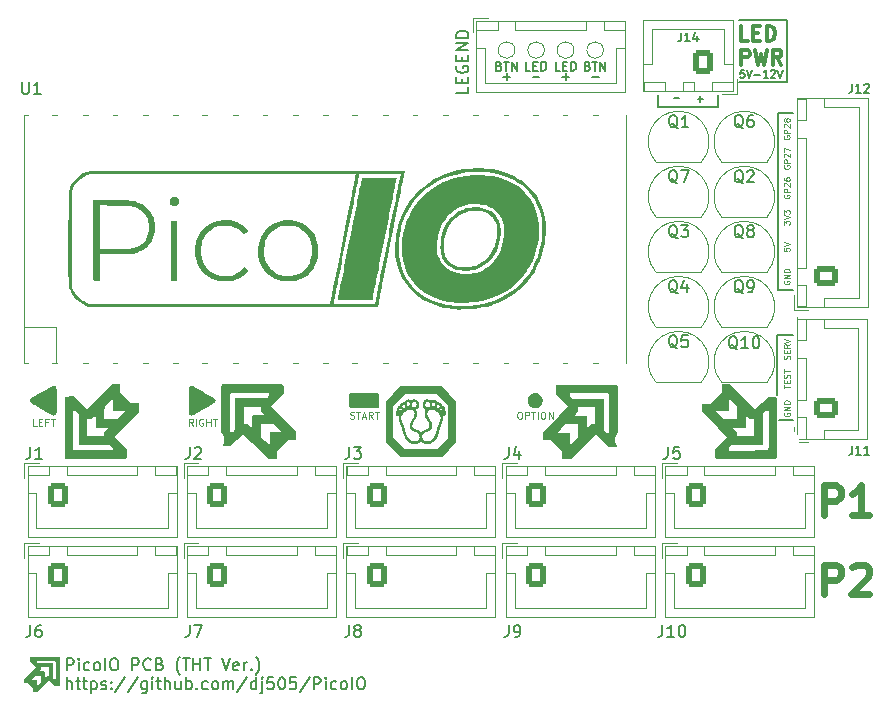
<source format=gto>
%TF.GenerationSoftware,KiCad,Pcbnew,(6.0.8)*%
%TF.CreationDate,2023-01-23T02:10:56-07:00*%
%TF.ProjectId,PicoIO-THT,5069636f-494f-42d5-9448-542e6b696361,rev?*%
%TF.SameCoordinates,Original*%
%TF.FileFunction,Legend,Top*%
%TF.FilePolarity,Positive*%
%FSLAX46Y46*%
G04 Gerber Fmt 4.6, Leading zero omitted, Abs format (unit mm)*
G04 Created by KiCad (PCBNEW (6.0.8)) date 2023-01-23 02:10:56*
%MOMM*%
%LPD*%
G01*
G04 APERTURE LIST*
G04 Aperture macros list*
%AMRoundRect*
0 Rectangle with rounded corners*
0 $1 Rounding radius*
0 $2 $3 $4 $5 $6 $7 $8 $9 X,Y pos of 4 corners*
0 Add a 4 corners polygon primitive as box body*
4,1,4,$2,$3,$4,$5,$6,$7,$8,$9,$2,$3,0*
0 Add four circle primitives for the rounded corners*
1,1,$1+$1,$2,$3*
1,1,$1+$1,$4,$5*
1,1,$1+$1,$6,$7*
1,1,$1+$1,$8,$9*
0 Add four rect primitives between the rounded corners*
20,1,$1+$1,$2,$3,$4,$5,0*
20,1,$1+$1,$4,$5,$6,$7,0*
20,1,$1+$1,$6,$7,$8,$9,0*
20,1,$1+$1,$8,$9,$2,$3,0*%
G04 Aperture macros list end*
%ADD10C,0.150000*%
%ADD11C,0.300000*%
%ADD12C,0.600000*%
%ADD13C,0.100000*%
%ADD14C,0.125000*%
%ADD15C,0.120000*%
%ADD16O,1.950000X1.700000*%
%ADD17RoundRect,0.250000X0.725000X-0.600000X0.725000X0.600000X-0.725000X0.600000X-0.725000X-0.600000X0*%
%ADD18R,1.700000X3.500000*%
%ADD19O,1.700000X1.700000*%
%ADD20R,1.700000X1.700000*%
%ADD21RoundRect,0.250000X-0.600000X-0.725000X0.600000X-0.725000X0.600000X0.725000X-0.600000X0.725000X0*%
%ADD22O,1.700000X1.950000*%
%ADD23C,1.600000*%
%ADD24O,1.600000X1.600000*%
%ADD25C,3.200000*%
%ADD26O,1.050000X1.500000*%
%ADD27R,1.050000X1.500000*%
%ADD28RoundRect,0.250000X0.600000X0.750000X-0.600000X0.750000X-0.600000X-0.750000X0.600000X-0.750000X0*%
%ADD29O,1.700000X2.000000*%
G04 APERTURE END LIST*
D10*
X175717200Y-92938600D02*
X174396400Y-92938600D01*
X174427436Y-74097000D02*
X174427436Y-89083000D01*
X174396400Y-98044000D02*
X174396400Y-92938600D01*
X175210900Y-71480187D02*
X171143500Y-71480187D01*
X164312600Y-73660000D02*
X169392600Y-73660000D01*
X169392600Y-73660000D02*
X169396000Y-72573000D01*
X174427436Y-89083000D02*
X175746000Y-89083000D01*
X171145200Y-66294000D02*
X175209200Y-66294000D01*
X175744300Y-100129400D02*
X174548800Y-100126800D01*
X175209200Y-66294000D02*
X175210900Y-71480187D01*
X164316000Y-72573000D02*
X164312600Y-73660000D01*
X175746000Y-74097000D02*
X174427436Y-74097000D01*
D11*
X171953657Y-68016813D02*
X171358419Y-68016813D01*
X171358419Y-66766813D01*
X172370323Y-67362051D02*
X172786990Y-67362051D01*
X172965561Y-68016813D02*
X172370323Y-68016813D01*
X172370323Y-66766813D01*
X172965561Y-66766813D01*
X173501276Y-68016813D02*
X173501276Y-66766813D01*
X173798895Y-66766813D01*
X173977466Y-66826337D01*
X174096514Y-66945384D01*
X174156038Y-67064432D01*
X174215561Y-67302527D01*
X174215561Y-67481098D01*
X174156038Y-67719194D01*
X174096514Y-67838241D01*
X173977466Y-67957289D01*
X173798895Y-68016813D01*
X173501276Y-68016813D01*
X171358419Y-70029313D02*
X171358419Y-68779313D01*
X171834609Y-68779313D01*
X171953657Y-68838837D01*
X172013180Y-68898360D01*
X172072704Y-69017408D01*
X172072704Y-69195979D01*
X172013180Y-69315027D01*
X171953657Y-69374551D01*
X171834609Y-69434075D01*
X171358419Y-69434075D01*
X172489371Y-68779313D02*
X172786990Y-70029313D01*
X173025085Y-69136456D01*
X173263180Y-70029313D01*
X173560800Y-68779313D01*
X174751276Y-70029313D02*
X174334609Y-69434075D01*
X174036990Y-70029313D02*
X174036990Y-68779313D01*
X174513180Y-68779313D01*
X174632228Y-68838837D01*
X174691752Y-68898360D01*
X174751276Y-69017408D01*
X174751276Y-69195979D01*
X174691752Y-69315027D01*
X174632228Y-69374551D01*
X174513180Y-69434075D01*
X174036990Y-69434075D01*
D10*
X148238380Y-71938047D02*
X148238380Y-72414238D01*
X147238380Y-72414238D01*
X147714571Y-71604714D02*
X147714571Y-71271380D01*
X148238380Y-71128523D02*
X148238380Y-71604714D01*
X147238380Y-71604714D01*
X147238380Y-71128523D01*
X147286000Y-70176142D02*
X147238380Y-70271380D01*
X147238380Y-70414238D01*
X147286000Y-70557095D01*
X147381238Y-70652333D01*
X147476476Y-70699952D01*
X147666952Y-70747571D01*
X147809809Y-70747571D01*
X148000285Y-70699952D01*
X148095523Y-70652333D01*
X148190761Y-70557095D01*
X148238380Y-70414238D01*
X148238380Y-70319000D01*
X148190761Y-70176142D01*
X148143142Y-70128523D01*
X147809809Y-70128523D01*
X147809809Y-70319000D01*
X147714571Y-69699952D02*
X147714571Y-69366619D01*
X148238380Y-69223761D02*
X148238380Y-69699952D01*
X147238380Y-69699952D01*
X147238380Y-69223761D01*
X148238380Y-68795190D02*
X147238380Y-68795190D01*
X148238380Y-68223761D01*
X147238380Y-68223761D01*
X148238380Y-67747571D02*
X147238380Y-67747571D01*
X147238380Y-67509476D01*
X147286000Y-67366619D01*
X147381238Y-67271380D01*
X147476476Y-67223761D01*
X147666952Y-67176142D01*
X147809809Y-67176142D01*
X148000285Y-67223761D01*
X148095523Y-67271380D01*
X148190761Y-67366619D01*
X148238380Y-67509476D01*
X148238380Y-67747571D01*
D12*
X178384761Y-108163952D02*
X178384761Y-105663952D01*
X179337142Y-105663952D01*
X179575238Y-105783000D01*
X179694285Y-105902047D01*
X179813333Y-106140142D01*
X179813333Y-106497285D01*
X179694285Y-106735380D01*
X179575238Y-106854428D01*
X179337142Y-106973476D01*
X178384761Y-106973476D01*
X182194285Y-108163952D02*
X180765714Y-108163952D01*
X181480000Y-108163952D02*
X181480000Y-105663952D01*
X181241904Y-106021095D01*
X181003809Y-106259190D01*
X180765714Y-106378238D01*
D13*
X174977144Y-78573238D02*
X174953334Y-78620857D01*
X174953334Y-78692285D01*
X174977144Y-78763714D01*
X175024763Y-78811333D01*
X175072382Y-78835142D01*
X175167620Y-78858952D01*
X175239048Y-78858952D01*
X175334286Y-78835142D01*
X175381905Y-78811333D01*
X175429524Y-78763714D01*
X175453334Y-78692285D01*
X175453334Y-78644666D01*
X175429524Y-78573238D01*
X175405715Y-78549428D01*
X175239048Y-78549428D01*
X175239048Y-78644666D01*
X175453334Y-78335142D02*
X174953334Y-78335142D01*
X174953334Y-78144666D01*
X174977144Y-78097047D01*
X175000953Y-78073238D01*
X175048572Y-78049428D01*
X175120001Y-78049428D01*
X175167620Y-78073238D01*
X175191429Y-78097047D01*
X175215239Y-78144666D01*
X175215239Y-78335142D01*
X175000953Y-77858952D02*
X174977144Y-77835142D01*
X174953334Y-77787523D01*
X174953334Y-77668476D01*
X174977144Y-77620857D01*
X175000953Y-77597047D01*
X175048572Y-77573238D01*
X175096191Y-77573238D01*
X175167620Y-77597047D01*
X175453334Y-77882761D01*
X175453334Y-77573238D01*
X174953334Y-77406571D02*
X174953334Y-77073238D01*
X175453334Y-77287523D01*
D14*
X111696571Y-100601428D02*
X111410857Y-100601428D01*
X111410857Y-100001428D01*
X111896571Y-100287142D02*
X112096571Y-100287142D01*
X112182285Y-100601428D02*
X111896571Y-100601428D01*
X111896571Y-100001428D01*
X112182285Y-100001428D01*
X112639428Y-100287142D02*
X112439428Y-100287142D01*
X112439428Y-100601428D02*
X112439428Y-100001428D01*
X112725142Y-100001428D01*
X112868000Y-100001428D02*
X113210857Y-100001428D01*
X113039428Y-100601428D02*
X113039428Y-100001428D01*
D12*
X178384761Y-114863952D02*
X178384761Y-112363952D01*
X179337142Y-112363952D01*
X179575238Y-112483000D01*
X179694285Y-112602047D01*
X179813333Y-112840142D01*
X179813333Y-113197285D01*
X179694285Y-113435380D01*
X179575238Y-113554428D01*
X179337142Y-113673476D01*
X178384761Y-113673476D01*
X180765714Y-112602047D02*
X180884761Y-112483000D01*
X181122857Y-112363952D01*
X181718095Y-112363952D01*
X181956190Y-112483000D01*
X182075238Y-112602047D01*
X182194285Y-112840142D01*
X182194285Y-113078238D01*
X182075238Y-113435380D01*
X180646666Y-114863952D01*
X182194285Y-114863952D01*
D13*
X174951635Y-83575447D02*
X174951635Y-83265923D01*
X175142111Y-83432590D01*
X175142111Y-83361161D01*
X175165921Y-83313542D01*
X175189730Y-83289733D01*
X175237349Y-83265923D01*
X175356397Y-83265923D01*
X175404016Y-83289733D01*
X175427825Y-83313542D01*
X175451635Y-83361161D01*
X175451635Y-83504019D01*
X175427825Y-83551638D01*
X175404016Y-83575447D01*
X174951635Y-83123066D02*
X175451635Y-82956400D01*
X174951635Y-82789733D01*
X174951635Y-82670685D02*
X174951635Y-82361161D01*
X175142111Y-82527828D01*
X175142111Y-82456400D01*
X175165921Y-82408780D01*
X175189730Y-82384971D01*
X175237349Y-82361161D01*
X175356397Y-82361161D01*
X175404016Y-82384971D01*
X175427825Y-82408780D01*
X175451635Y-82456400D01*
X175451635Y-82599257D01*
X175427825Y-82646876D01*
X175404016Y-82670685D01*
D14*
X152544857Y-99422428D02*
X152659142Y-99422428D01*
X152716285Y-99451000D01*
X152773428Y-99508142D01*
X152802000Y-99622428D01*
X152802000Y-99822428D01*
X152773428Y-99936714D01*
X152716285Y-99993857D01*
X152659142Y-100022428D01*
X152544857Y-100022428D01*
X152487714Y-99993857D01*
X152430571Y-99936714D01*
X152402000Y-99822428D01*
X152402000Y-99622428D01*
X152430571Y-99508142D01*
X152487714Y-99451000D01*
X152544857Y-99422428D01*
X153059142Y-100022428D02*
X153059142Y-99422428D01*
X153287714Y-99422428D01*
X153344857Y-99451000D01*
X153373428Y-99479571D01*
X153402000Y-99536714D01*
X153402000Y-99622428D01*
X153373428Y-99679571D01*
X153344857Y-99708142D01*
X153287714Y-99736714D01*
X153059142Y-99736714D01*
X153573428Y-99422428D02*
X153916285Y-99422428D01*
X153744857Y-100022428D02*
X153744857Y-99422428D01*
X154116285Y-100022428D02*
X154116285Y-99422428D01*
X154516285Y-99422428D02*
X154630571Y-99422428D01*
X154687714Y-99451000D01*
X154744857Y-99508142D01*
X154773428Y-99622428D01*
X154773428Y-99822428D01*
X154744857Y-99936714D01*
X154687714Y-99993857D01*
X154630571Y-100022428D01*
X154516285Y-100022428D01*
X154459142Y-99993857D01*
X154402000Y-99936714D01*
X154373428Y-99822428D01*
X154373428Y-99622428D01*
X154402000Y-99508142D01*
X154459142Y-99451000D01*
X154516285Y-99422428D01*
X155030571Y-100022428D02*
X155030571Y-99422428D01*
X155373428Y-100022428D01*
X155373428Y-99422428D01*
D13*
X174951635Y-85566238D02*
X174951635Y-85804333D01*
X175189730Y-85828142D01*
X175165921Y-85804333D01*
X175142111Y-85756714D01*
X175142111Y-85637666D01*
X175165921Y-85590047D01*
X175189730Y-85566238D01*
X175237349Y-85542428D01*
X175356397Y-85542428D01*
X175404016Y-85566238D01*
X175427825Y-85590047D01*
X175451635Y-85637666D01*
X175451635Y-85756714D01*
X175427825Y-85804333D01*
X175404016Y-85828142D01*
X174951635Y-85399571D02*
X175451635Y-85232904D01*
X174951635Y-85066238D01*
D10*
X166109619Y-72851571D02*
X165614380Y-72851571D01*
D13*
X174983430Y-99517152D02*
X174959620Y-99564771D01*
X174959620Y-99636200D01*
X174983430Y-99707628D01*
X175031049Y-99755247D01*
X175078668Y-99779057D01*
X175173906Y-99802866D01*
X175245334Y-99802866D01*
X175340572Y-99779057D01*
X175388191Y-99755247D01*
X175435810Y-99707628D01*
X175459620Y-99636200D01*
X175459620Y-99588580D01*
X175435810Y-99517152D01*
X175412001Y-99493342D01*
X175245334Y-99493342D01*
X175245334Y-99588580D01*
X175459620Y-99279057D02*
X174959620Y-99279057D01*
X175459620Y-98993342D01*
X174959620Y-98993342D01*
X175459620Y-98755247D02*
X174959620Y-98755247D01*
X174959620Y-98636200D01*
X174983430Y-98564771D01*
X175031049Y-98517152D01*
X175078668Y-98493342D01*
X175173906Y-98469533D01*
X175245334Y-98469533D01*
X175340572Y-98493342D01*
X175388191Y-98517152D01*
X175435810Y-98564771D01*
X175459620Y-98636200D01*
X175459620Y-98755247D01*
X175435810Y-94965733D02*
X175459620Y-94894304D01*
X175459620Y-94775257D01*
X175435810Y-94727638D01*
X175412001Y-94703828D01*
X175364382Y-94680019D01*
X175316763Y-94680019D01*
X175269144Y-94703828D01*
X175245334Y-94727638D01*
X175221525Y-94775257D01*
X175197715Y-94870495D01*
X175173906Y-94918114D01*
X175150096Y-94941923D01*
X175102477Y-94965733D01*
X175054858Y-94965733D01*
X175007239Y-94941923D01*
X174983430Y-94918114D01*
X174959620Y-94870495D01*
X174959620Y-94751447D01*
X174983430Y-94680019D01*
X175197715Y-94465733D02*
X175197715Y-94299066D01*
X175459620Y-94227638D02*
X175459620Y-94465733D01*
X174959620Y-94465733D01*
X174959620Y-94227638D01*
X175459620Y-93727638D02*
X175221525Y-93894304D01*
X175459620Y-94013352D02*
X174959620Y-94013352D01*
X174959620Y-93822876D01*
X174983430Y-93775257D01*
X175007239Y-93751447D01*
X175054858Y-93727638D01*
X175126287Y-93727638D01*
X175173906Y-93751447D01*
X175197715Y-93775257D01*
X175221525Y-93822876D01*
X175221525Y-94013352D01*
X174959620Y-93584780D02*
X175459620Y-93418114D01*
X174959620Y-93251447D01*
X174978093Y-81062438D02*
X174954283Y-81110057D01*
X174954283Y-81181485D01*
X174978093Y-81252914D01*
X175025712Y-81300533D01*
X175073331Y-81324342D01*
X175168569Y-81348152D01*
X175239997Y-81348152D01*
X175335235Y-81324342D01*
X175382854Y-81300533D01*
X175430473Y-81252914D01*
X175454283Y-81181485D01*
X175454283Y-81133866D01*
X175430473Y-81062438D01*
X175406664Y-81038628D01*
X175239997Y-81038628D01*
X175239997Y-81133866D01*
X175454283Y-80824342D02*
X174954283Y-80824342D01*
X174954283Y-80633866D01*
X174978093Y-80586247D01*
X175001902Y-80562438D01*
X175049521Y-80538628D01*
X175120950Y-80538628D01*
X175168569Y-80562438D01*
X175192378Y-80586247D01*
X175216188Y-80633866D01*
X175216188Y-80824342D01*
X175001902Y-80348152D02*
X174978093Y-80324342D01*
X174954283Y-80276723D01*
X174954283Y-80157676D01*
X174978093Y-80110057D01*
X175001902Y-80086247D01*
X175049521Y-80062438D01*
X175097140Y-80062438D01*
X175168569Y-80086247D01*
X175454283Y-80371961D01*
X175454283Y-80062438D01*
X174954283Y-79633866D02*
X174954283Y-79729104D01*
X174978093Y-79776723D01*
X175001902Y-79800533D01*
X175073331Y-79848152D01*
X175168569Y-79871961D01*
X175359045Y-79871961D01*
X175406664Y-79848152D01*
X175430473Y-79824342D01*
X175454283Y-79776723D01*
X175454283Y-79681485D01*
X175430473Y-79633866D01*
X175406664Y-79610057D01*
X175359045Y-79586247D01*
X175239997Y-79586247D01*
X175192378Y-79610057D01*
X175168569Y-79633866D01*
X175144759Y-79681485D01*
X175144759Y-79776723D01*
X175168569Y-79824342D01*
X175192378Y-79848152D01*
X175239997Y-79871961D01*
D10*
X171600990Y-70489234D02*
X171291466Y-70489234D01*
X171260514Y-70798758D01*
X171291466Y-70767806D01*
X171353371Y-70736853D01*
X171508133Y-70736853D01*
X171570038Y-70767806D01*
X171600990Y-70798758D01*
X171631942Y-70860663D01*
X171631942Y-71015425D01*
X171600990Y-71077329D01*
X171570038Y-71108282D01*
X171508133Y-71139234D01*
X171353371Y-71139234D01*
X171291466Y-71108282D01*
X171260514Y-71077329D01*
X171817657Y-70489234D02*
X172034323Y-71139234D01*
X172250990Y-70489234D01*
X172467657Y-70891615D02*
X172962895Y-70891615D01*
X173612895Y-71139234D02*
X173241466Y-71139234D01*
X173427180Y-71139234D02*
X173427180Y-70489234D01*
X173365276Y-70582091D01*
X173303371Y-70643996D01*
X173241466Y-70674948D01*
X173860514Y-70551139D02*
X173891466Y-70520187D01*
X173953371Y-70489234D01*
X174108133Y-70489234D01*
X174170038Y-70520187D01*
X174200990Y-70551139D01*
X174231942Y-70613044D01*
X174231942Y-70674948D01*
X174200990Y-70767806D01*
X173829561Y-71139234D01*
X174231942Y-71139234D01*
X174417657Y-70489234D02*
X174634323Y-71139234D01*
X174850990Y-70489234D01*
D13*
X174959200Y-76058638D02*
X174935390Y-76106257D01*
X174935390Y-76177685D01*
X174959200Y-76249114D01*
X175006819Y-76296733D01*
X175054438Y-76320542D01*
X175149676Y-76344352D01*
X175221104Y-76344352D01*
X175316342Y-76320542D01*
X175363961Y-76296733D01*
X175411580Y-76249114D01*
X175435390Y-76177685D01*
X175435390Y-76130066D01*
X175411580Y-76058638D01*
X175387771Y-76034828D01*
X175221104Y-76034828D01*
X175221104Y-76130066D01*
X175435390Y-75820542D02*
X174935390Y-75820542D01*
X174935390Y-75630066D01*
X174959200Y-75582447D01*
X174983009Y-75558638D01*
X175030628Y-75534828D01*
X175102057Y-75534828D01*
X175149676Y-75558638D01*
X175173485Y-75582447D01*
X175197295Y-75630066D01*
X175197295Y-75820542D01*
X174983009Y-75344352D02*
X174959200Y-75320542D01*
X174935390Y-75272923D01*
X174935390Y-75153876D01*
X174959200Y-75106257D01*
X174983009Y-75082447D01*
X175030628Y-75058638D01*
X175078247Y-75058638D01*
X175149676Y-75082447D01*
X175435390Y-75368161D01*
X175435390Y-75058638D01*
X175149676Y-74772923D02*
X175125866Y-74820542D01*
X175102057Y-74844352D01*
X175054438Y-74868161D01*
X175030628Y-74868161D01*
X174983009Y-74844352D01*
X174959200Y-74820542D01*
X174935390Y-74772923D01*
X174935390Y-74677685D01*
X174959200Y-74630066D01*
X174983009Y-74606257D01*
X175030628Y-74582447D01*
X175054438Y-74582447D01*
X175102057Y-74606257D01*
X175125866Y-74630066D01*
X175149676Y-74677685D01*
X175149676Y-74772923D01*
X175173485Y-74820542D01*
X175197295Y-74844352D01*
X175244914Y-74868161D01*
X175340152Y-74868161D01*
X175387771Y-74844352D01*
X175411580Y-74820542D01*
X175435390Y-74772923D01*
X175435390Y-74677685D01*
X175411580Y-74630066D01*
X175387771Y-74606257D01*
X175340152Y-74582447D01*
X175244914Y-74582447D01*
X175197295Y-74606257D01*
X175173485Y-74630066D01*
X175149676Y-74677685D01*
D14*
X124930000Y-100601428D02*
X124730000Y-100315714D01*
X124587142Y-100601428D02*
X124587142Y-100001428D01*
X124815714Y-100001428D01*
X124872857Y-100030000D01*
X124901428Y-100058571D01*
X124930000Y-100115714D01*
X124930000Y-100201428D01*
X124901428Y-100258571D01*
X124872857Y-100287142D01*
X124815714Y-100315714D01*
X124587142Y-100315714D01*
X125187142Y-100601428D02*
X125187142Y-100001428D01*
X125787142Y-100030000D02*
X125730000Y-100001428D01*
X125644285Y-100001428D01*
X125558571Y-100030000D01*
X125501428Y-100087142D01*
X125472857Y-100144285D01*
X125444285Y-100258571D01*
X125444285Y-100344285D01*
X125472857Y-100458571D01*
X125501428Y-100515714D01*
X125558571Y-100572857D01*
X125644285Y-100601428D01*
X125701428Y-100601428D01*
X125787142Y-100572857D01*
X125815714Y-100544285D01*
X125815714Y-100344285D01*
X125701428Y-100344285D01*
X126072857Y-100601428D02*
X126072857Y-100001428D01*
X126072857Y-100287142D02*
X126415714Y-100287142D01*
X126415714Y-100601428D02*
X126415714Y-100001428D01*
X126615714Y-100001428D02*
X126958571Y-100001428D01*
X126787142Y-100601428D02*
X126787142Y-100001428D01*
D13*
X174959620Y-97444619D02*
X174959620Y-97158904D01*
X175459620Y-97301761D02*
X174959620Y-97301761D01*
X175197715Y-96992238D02*
X175197715Y-96825571D01*
X175459620Y-96754142D02*
X175459620Y-96992238D01*
X174959620Y-96992238D01*
X174959620Y-96754142D01*
X175435810Y-96563666D02*
X175459620Y-96492238D01*
X175459620Y-96373190D01*
X175435810Y-96325571D01*
X175412001Y-96301761D01*
X175364382Y-96277952D01*
X175316763Y-96277952D01*
X175269144Y-96301761D01*
X175245334Y-96325571D01*
X175221525Y-96373190D01*
X175197715Y-96468428D01*
X175173906Y-96516047D01*
X175150096Y-96539857D01*
X175102477Y-96563666D01*
X175054858Y-96563666D01*
X175007239Y-96539857D01*
X174983430Y-96516047D01*
X174959620Y-96468428D01*
X174959620Y-96349380D01*
X174983430Y-96277952D01*
X174959620Y-96135095D02*
X174959620Y-95849380D01*
X175459620Y-95992238D02*
X174959620Y-95992238D01*
X174975445Y-88366552D02*
X174951635Y-88414171D01*
X174951635Y-88485600D01*
X174975445Y-88557028D01*
X175023064Y-88604647D01*
X175070683Y-88628457D01*
X175165921Y-88652266D01*
X175237349Y-88652266D01*
X175332587Y-88628457D01*
X175380206Y-88604647D01*
X175427825Y-88557028D01*
X175451635Y-88485600D01*
X175451635Y-88437980D01*
X175427825Y-88366552D01*
X175404016Y-88342742D01*
X175237349Y-88342742D01*
X175237349Y-88437980D01*
X175451635Y-88128457D02*
X174951635Y-88128457D01*
X175451635Y-87842742D01*
X174951635Y-87842742D01*
X175451635Y-87604647D02*
X174951635Y-87604647D01*
X174951635Y-87485600D01*
X174975445Y-87414171D01*
X175023064Y-87366552D01*
X175070683Y-87342742D01*
X175165921Y-87318933D01*
X175237349Y-87318933D01*
X175332587Y-87342742D01*
X175380206Y-87366552D01*
X175427825Y-87414171D01*
X175451635Y-87485600D01*
X175451635Y-87604647D01*
D14*
X138238285Y-99993857D02*
X138324000Y-100022428D01*
X138466857Y-100022428D01*
X138524000Y-99993857D01*
X138552571Y-99965285D01*
X138581142Y-99908142D01*
X138581142Y-99851000D01*
X138552571Y-99793857D01*
X138524000Y-99765285D01*
X138466857Y-99736714D01*
X138352571Y-99708142D01*
X138295428Y-99679571D01*
X138266857Y-99651000D01*
X138238285Y-99593857D01*
X138238285Y-99536714D01*
X138266857Y-99479571D01*
X138295428Y-99451000D01*
X138352571Y-99422428D01*
X138495428Y-99422428D01*
X138581142Y-99451000D01*
X138752571Y-99422428D02*
X139095428Y-99422428D01*
X138924000Y-100022428D02*
X138924000Y-99422428D01*
X139266857Y-99851000D02*
X139552571Y-99851000D01*
X139209714Y-100022428D02*
X139409714Y-99422428D01*
X139609714Y-100022428D01*
X140152571Y-100022428D02*
X139952571Y-99736714D01*
X139809714Y-100022428D02*
X139809714Y-99422428D01*
X140038285Y-99422428D01*
X140095428Y-99451000D01*
X140124000Y-99479571D01*
X140152571Y-99536714D01*
X140152571Y-99622428D01*
X140124000Y-99679571D01*
X140095428Y-99708142D01*
X140038285Y-99736714D01*
X139809714Y-99736714D01*
X140324000Y-99422428D02*
X140666857Y-99422428D01*
X140495428Y-100022428D02*
X140495428Y-99422428D01*
D10*
X167646380Y-72944428D02*
X168141619Y-72944428D01*
X167894000Y-73192047D02*
X167894000Y-72696809D01*
X114254595Y-121313380D02*
X114254595Y-120313380D01*
X114635547Y-120313380D01*
X114730785Y-120361000D01*
X114778404Y-120408619D01*
X114826023Y-120503857D01*
X114826023Y-120646714D01*
X114778404Y-120741952D01*
X114730785Y-120789571D01*
X114635547Y-120837190D01*
X114254595Y-120837190D01*
X115254595Y-121313380D02*
X115254595Y-120646714D01*
X115254595Y-120313380D02*
X115206976Y-120361000D01*
X115254595Y-120408619D01*
X115302214Y-120361000D01*
X115254595Y-120313380D01*
X115254595Y-120408619D01*
X116159357Y-121265761D02*
X116064119Y-121313380D01*
X115873642Y-121313380D01*
X115778404Y-121265761D01*
X115730785Y-121218142D01*
X115683166Y-121122904D01*
X115683166Y-120837190D01*
X115730785Y-120741952D01*
X115778404Y-120694333D01*
X115873642Y-120646714D01*
X116064119Y-120646714D01*
X116159357Y-120694333D01*
X116730785Y-121313380D02*
X116635547Y-121265761D01*
X116587928Y-121218142D01*
X116540309Y-121122904D01*
X116540309Y-120837190D01*
X116587928Y-120741952D01*
X116635547Y-120694333D01*
X116730785Y-120646714D01*
X116873642Y-120646714D01*
X116968880Y-120694333D01*
X117016500Y-120741952D01*
X117064119Y-120837190D01*
X117064119Y-121122904D01*
X117016500Y-121218142D01*
X116968880Y-121265761D01*
X116873642Y-121313380D01*
X116730785Y-121313380D01*
X117492690Y-121313380D02*
X117492690Y-120313380D01*
X118159357Y-120313380D02*
X118349833Y-120313380D01*
X118445071Y-120361000D01*
X118540309Y-120456238D01*
X118587928Y-120646714D01*
X118587928Y-120980047D01*
X118540309Y-121170523D01*
X118445071Y-121265761D01*
X118349833Y-121313380D01*
X118159357Y-121313380D01*
X118064119Y-121265761D01*
X117968880Y-121170523D01*
X117921261Y-120980047D01*
X117921261Y-120646714D01*
X117968880Y-120456238D01*
X118064119Y-120361000D01*
X118159357Y-120313380D01*
X119778404Y-121313380D02*
X119778404Y-120313380D01*
X120159357Y-120313380D01*
X120254595Y-120361000D01*
X120302214Y-120408619D01*
X120349833Y-120503857D01*
X120349833Y-120646714D01*
X120302214Y-120741952D01*
X120254595Y-120789571D01*
X120159357Y-120837190D01*
X119778404Y-120837190D01*
X121349833Y-121218142D02*
X121302214Y-121265761D01*
X121159357Y-121313380D01*
X121064119Y-121313380D01*
X120921261Y-121265761D01*
X120826023Y-121170523D01*
X120778404Y-121075285D01*
X120730785Y-120884809D01*
X120730785Y-120741952D01*
X120778404Y-120551476D01*
X120826023Y-120456238D01*
X120921261Y-120361000D01*
X121064119Y-120313380D01*
X121159357Y-120313380D01*
X121302214Y-120361000D01*
X121349833Y-120408619D01*
X122111738Y-120789571D02*
X122254595Y-120837190D01*
X122302214Y-120884809D01*
X122349833Y-120980047D01*
X122349833Y-121122904D01*
X122302214Y-121218142D01*
X122254595Y-121265761D01*
X122159357Y-121313380D01*
X121778404Y-121313380D01*
X121778404Y-120313380D01*
X122111738Y-120313380D01*
X122206976Y-120361000D01*
X122254595Y-120408619D01*
X122302214Y-120503857D01*
X122302214Y-120599095D01*
X122254595Y-120694333D01*
X122206976Y-120741952D01*
X122111738Y-120789571D01*
X121778404Y-120789571D01*
X123826023Y-121694333D02*
X123778404Y-121646714D01*
X123683166Y-121503857D01*
X123635547Y-121408619D01*
X123587928Y-121265761D01*
X123540309Y-121027666D01*
X123540309Y-120837190D01*
X123587928Y-120599095D01*
X123635547Y-120456238D01*
X123683166Y-120361000D01*
X123778404Y-120218142D01*
X123826023Y-120170523D01*
X124064119Y-120313380D02*
X124635547Y-120313380D01*
X124349833Y-121313380D02*
X124349833Y-120313380D01*
X124968880Y-121313380D02*
X124968880Y-120313380D01*
X124968880Y-120789571D02*
X125540309Y-120789571D01*
X125540309Y-121313380D02*
X125540309Y-120313380D01*
X125873642Y-120313380D02*
X126445071Y-120313380D01*
X126159357Y-121313380D02*
X126159357Y-120313380D01*
X127397452Y-120313380D02*
X127730785Y-121313380D01*
X128064119Y-120313380D01*
X128778404Y-121265761D02*
X128683166Y-121313380D01*
X128492690Y-121313380D01*
X128397452Y-121265761D01*
X128349833Y-121170523D01*
X128349833Y-120789571D01*
X128397452Y-120694333D01*
X128492690Y-120646714D01*
X128683166Y-120646714D01*
X128778404Y-120694333D01*
X128826023Y-120789571D01*
X128826023Y-120884809D01*
X128349833Y-120980047D01*
X129254595Y-121313380D02*
X129254595Y-120646714D01*
X129254595Y-120837190D02*
X129302214Y-120741952D01*
X129349833Y-120694333D01*
X129445071Y-120646714D01*
X129540309Y-120646714D01*
X129873642Y-121218142D02*
X129921261Y-121265761D01*
X129873642Y-121313380D01*
X129826023Y-121265761D01*
X129873642Y-121218142D01*
X129873642Y-121313380D01*
X130254595Y-121694333D02*
X130302214Y-121646714D01*
X130397452Y-121503857D01*
X130445071Y-121408619D01*
X130492690Y-121265761D01*
X130540309Y-121027666D01*
X130540309Y-120837190D01*
X130492690Y-120599095D01*
X130445071Y-120456238D01*
X130397452Y-120361000D01*
X130302214Y-120218142D01*
X130254595Y-120170523D01*
X114254595Y-122923380D02*
X114254595Y-121923380D01*
X114683166Y-122923380D02*
X114683166Y-122399571D01*
X114635547Y-122304333D01*
X114540309Y-122256714D01*
X114397452Y-122256714D01*
X114302214Y-122304333D01*
X114254595Y-122351952D01*
X115016500Y-122256714D02*
X115397452Y-122256714D01*
X115159357Y-121923380D02*
X115159357Y-122780523D01*
X115206976Y-122875761D01*
X115302214Y-122923380D01*
X115397452Y-122923380D01*
X115587928Y-122256714D02*
X115968880Y-122256714D01*
X115730785Y-121923380D02*
X115730785Y-122780523D01*
X115778404Y-122875761D01*
X115873642Y-122923380D01*
X115968880Y-122923380D01*
X116302214Y-122256714D02*
X116302214Y-123256714D01*
X116302214Y-122304333D02*
X116397452Y-122256714D01*
X116587928Y-122256714D01*
X116683166Y-122304333D01*
X116730785Y-122351952D01*
X116778404Y-122447190D01*
X116778404Y-122732904D01*
X116730785Y-122828142D01*
X116683166Y-122875761D01*
X116587928Y-122923380D01*
X116397452Y-122923380D01*
X116302214Y-122875761D01*
X117159357Y-122875761D02*
X117254595Y-122923380D01*
X117445071Y-122923380D01*
X117540309Y-122875761D01*
X117587928Y-122780523D01*
X117587928Y-122732904D01*
X117540309Y-122637666D01*
X117445071Y-122590047D01*
X117302214Y-122590047D01*
X117206976Y-122542428D01*
X117159357Y-122447190D01*
X117159357Y-122399571D01*
X117206976Y-122304333D01*
X117302214Y-122256714D01*
X117445071Y-122256714D01*
X117540309Y-122304333D01*
X118016500Y-122828142D02*
X118064119Y-122875761D01*
X118016500Y-122923380D01*
X117968880Y-122875761D01*
X118016500Y-122828142D01*
X118016500Y-122923380D01*
X118016500Y-122304333D02*
X118064119Y-122351952D01*
X118016500Y-122399571D01*
X117968880Y-122351952D01*
X118016500Y-122304333D01*
X118016500Y-122399571D01*
X119206976Y-121875761D02*
X118349833Y-123161476D01*
X120254595Y-121875761D02*
X119397452Y-123161476D01*
X121016500Y-122256714D02*
X121016500Y-123066238D01*
X120968880Y-123161476D01*
X120921261Y-123209095D01*
X120826023Y-123256714D01*
X120683166Y-123256714D01*
X120587928Y-123209095D01*
X121016500Y-122875761D02*
X120921261Y-122923380D01*
X120730785Y-122923380D01*
X120635547Y-122875761D01*
X120587928Y-122828142D01*
X120540309Y-122732904D01*
X120540309Y-122447190D01*
X120587928Y-122351952D01*
X120635547Y-122304333D01*
X120730785Y-122256714D01*
X120921261Y-122256714D01*
X121016500Y-122304333D01*
X121492690Y-122923380D02*
X121492690Y-122256714D01*
X121492690Y-121923380D02*
X121445071Y-121971000D01*
X121492690Y-122018619D01*
X121540309Y-121971000D01*
X121492690Y-121923380D01*
X121492690Y-122018619D01*
X121826023Y-122256714D02*
X122206976Y-122256714D01*
X121968880Y-121923380D02*
X121968880Y-122780523D01*
X122016500Y-122875761D01*
X122111738Y-122923380D01*
X122206976Y-122923380D01*
X122540309Y-122923380D02*
X122540309Y-121923380D01*
X122968880Y-122923380D02*
X122968880Y-122399571D01*
X122921261Y-122304333D01*
X122826023Y-122256714D01*
X122683166Y-122256714D01*
X122587928Y-122304333D01*
X122540309Y-122351952D01*
X123873642Y-122256714D02*
X123873642Y-122923380D01*
X123445071Y-122256714D02*
X123445071Y-122780523D01*
X123492690Y-122875761D01*
X123587928Y-122923380D01*
X123730785Y-122923380D01*
X123826023Y-122875761D01*
X123873642Y-122828142D01*
X124349833Y-122923380D02*
X124349833Y-121923380D01*
X124349833Y-122304333D02*
X124445071Y-122256714D01*
X124635547Y-122256714D01*
X124730785Y-122304333D01*
X124778404Y-122351952D01*
X124826023Y-122447190D01*
X124826023Y-122732904D01*
X124778404Y-122828142D01*
X124730785Y-122875761D01*
X124635547Y-122923380D01*
X124445071Y-122923380D01*
X124349833Y-122875761D01*
X125254595Y-122828142D02*
X125302214Y-122875761D01*
X125254595Y-122923380D01*
X125206976Y-122875761D01*
X125254595Y-122828142D01*
X125254595Y-122923380D01*
X126159357Y-122875761D02*
X126064119Y-122923380D01*
X125873642Y-122923380D01*
X125778404Y-122875761D01*
X125730785Y-122828142D01*
X125683166Y-122732904D01*
X125683166Y-122447190D01*
X125730785Y-122351952D01*
X125778404Y-122304333D01*
X125873642Y-122256714D01*
X126064119Y-122256714D01*
X126159357Y-122304333D01*
X126730785Y-122923380D02*
X126635547Y-122875761D01*
X126587928Y-122828142D01*
X126540309Y-122732904D01*
X126540309Y-122447190D01*
X126587928Y-122351952D01*
X126635547Y-122304333D01*
X126730785Y-122256714D01*
X126873642Y-122256714D01*
X126968880Y-122304333D01*
X127016500Y-122351952D01*
X127064119Y-122447190D01*
X127064119Y-122732904D01*
X127016500Y-122828142D01*
X126968880Y-122875761D01*
X126873642Y-122923380D01*
X126730785Y-122923380D01*
X127492690Y-122923380D02*
X127492690Y-122256714D01*
X127492690Y-122351952D02*
X127540309Y-122304333D01*
X127635547Y-122256714D01*
X127778404Y-122256714D01*
X127873642Y-122304333D01*
X127921261Y-122399571D01*
X127921261Y-122923380D01*
X127921261Y-122399571D02*
X127968880Y-122304333D01*
X128064119Y-122256714D01*
X128206976Y-122256714D01*
X128302214Y-122304333D01*
X128349833Y-122399571D01*
X128349833Y-122923380D01*
X129540309Y-121875761D02*
X128683166Y-123161476D01*
X130302214Y-122923380D02*
X130302214Y-121923380D01*
X130302214Y-122875761D02*
X130206976Y-122923380D01*
X130016500Y-122923380D01*
X129921261Y-122875761D01*
X129873642Y-122828142D01*
X129826023Y-122732904D01*
X129826023Y-122447190D01*
X129873642Y-122351952D01*
X129921261Y-122304333D01*
X130016500Y-122256714D01*
X130206976Y-122256714D01*
X130302214Y-122304333D01*
X130778404Y-122256714D02*
X130778404Y-123113857D01*
X130730785Y-123209095D01*
X130635547Y-123256714D01*
X130587928Y-123256714D01*
X130778404Y-121923380D02*
X130730785Y-121971000D01*
X130778404Y-122018619D01*
X130826023Y-121971000D01*
X130778404Y-121923380D01*
X130778404Y-122018619D01*
X131730785Y-121923380D02*
X131254595Y-121923380D01*
X131206976Y-122399571D01*
X131254595Y-122351952D01*
X131349833Y-122304333D01*
X131587928Y-122304333D01*
X131683166Y-122351952D01*
X131730785Y-122399571D01*
X131778404Y-122494809D01*
X131778404Y-122732904D01*
X131730785Y-122828142D01*
X131683166Y-122875761D01*
X131587928Y-122923380D01*
X131349833Y-122923380D01*
X131254595Y-122875761D01*
X131206976Y-122828142D01*
X132397452Y-121923380D02*
X132492690Y-121923380D01*
X132587928Y-121971000D01*
X132635547Y-122018619D01*
X132683166Y-122113857D01*
X132730785Y-122304333D01*
X132730785Y-122542428D01*
X132683166Y-122732904D01*
X132635547Y-122828142D01*
X132587928Y-122875761D01*
X132492690Y-122923380D01*
X132397452Y-122923380D01*
X132302214Y-122875761D01*
X132254595Y-122828142D01*
X132206976Y-122732904D01*
X132159357Y-122542428D01*
X132159357Y-122304333D01*
X132206976Y-122113857D01*
X132254595Y-122018619D01*
X132302214Y-121971000D01*
X132397452Y-121923380D01*
X133635547Y-121923380D02*
X133159357Y-121923380D01*
X133111738Y-122399571D01*
X133159357Y-122351952D01*
X133254595Y-122304333D01*
X133492690Y-122304333D01*
X133587928Y-122351952D01*
X133635547Y-122399571D01*
X133683166Y-122494809D01*
X133683166Y-122732904D01*
X133635547Y-122828142D01*
X133587928Y-122875761D01*
X133492690Y-122923380D01*
X133254595Y-122923380D01*
X133159357Y-122875761D01*
X133111738Y-122828142D01*
X134826023Y-121875761D02*
X133968880Y-123161476D01*
X135159357Y-122923380D02*
X135159357Y-121923380D01*
X135540309Y-121923380D01*
X135635547Y-121971000D01*
X135683166Y-122018619D01*
X135730785Y-122113857D01*
X135730785Y-122256714D01*
X135683166Y-122351952D01*
X135635547Y-122399571D01*
X135540309Y-122447190D01*
X135159357Y-122447190D01*
X136159357Y-122923380D02*
X136159357Y-122256714D01*
X136159357Y-121923380D02*
X136111738Y-121971000D01*
X136159357Y-122018619D01*
X136206976Y-121971000D01*
X136159357Y-121923380D01*
X136159357Y-122018619D01*
X137064119Y-122875761D02*
X136968880Y-122923380D01*
X136778404Y-122923380D01*
X136683166Y-122875761D01*
X136635547Y-122828142D01*
X136587928Y-122732904D01*
X136587928Y-122447190D01*
X136635547Y-122351952D01*
X136683166Y-122304333D01*
X136778404Y-122256714D01*
X136968880Y-122256714D01*
X137064119Y-122304333D01*
X137635547Y-122923380D02*
X137540309Y-122875761D01*
X137492690Y-122828142D01*
X137445071Y-122732904D01*
X137445071Y-122447190D01*
X137492690Y-122351952D01*
X137540309Y-122304333D01*
X137635547Y-122256714D01*
X137778404Y-122256714D01*
X137873642Y-122304333D01*
X137921261Y-122351952D01*
X137968880Y-122447190D01*
X137968880Y-122732904D01*
X137921261Y-122828142D01*
X137873642Y-122875761D01*
X137778404Y-122923380D01*
X137635547Y-122923380D01*
X138397452Y-122923380D02*
X138397452Y-121923380D01*
X139064119Y-121923380D02*
X139254595Y-121923380D01*
X139349833Y-121971000D01*
X139445071Y-122066238D01*
X139492690Y-122256714D01*
X139492690Y-122590047D01*
X139445071Y-122780523D01*
X139349833Y-122875761D01*
X139254595Y-122923380D01*
X139064119Y-122923380D01*
X138968880Y-122875761D01*
X138873642Y-122780523D01*
X138826023Y-122590047D01*
X138826023Y-122256714D01*
X138873642Y-122066238D01*
X138968880Y-121971000D01*
X139064119Y-121923380D01*
%TO.C,J11*%
X180726857Y-102322285D02*
X180726857Y-102858000D01*
X180691142Y-102965142D01*
X180619714Y-103036571D01*
X180512571Y-103072285D01*
X180441142Y-103072285D01*
X181476857Y-103072285D02*
X181048285Y-103072285D01*
X181262571Y-103072285D02*
X181262571Y-102322285D01*
X181191142Y-102429428D01*
X181119714Y-102500857D01*
X181048285Y-102536571D01*
X182191142Y-103072285D02*
X181762571Y-103072285D01*
X181976857Y-103072285D02*
X181976857Y-102322285D01*
X181905428Y-102429428D01*
X181834000Y-102500857D01*
X181762571Y-102536571D01*
%TO.C,U1*%
X110468095Y-71517380D02*
X110468095Y-72326904D01*
X110515714Y-72422142D01*
X110563333Y-72469761D01*
X110658571Y-72517380D01*
X110849047Y-72517380D01*
X110944285Y-72469761D01*
X110991904Y-72422142D01*
X111039523Y-72326904D01*
X111039523Y-71517380D01*
X112039523Y-72517380D02*
X111468095Y-72517380D01*
X111753809Y-72517380D02*
X111753809Y-71517380D01*
X111658571Y-71660238D01*
X111563333Y-71755476D01*
X111468095Y-71803095D01*
%TO.C,J5*%
X165146666Y-102410380D02*
X165146666Y-103124666D01*
X165099047Y-103267523D01*
X165003809Y-103362761D01*
X164860952Y-103410380D01*
X164765714Y-103410380D01*
X166099047Y-102410380D02*
X165622857Y-102410380D01*
X165575238Y-102886571D01*
X165622857Y-102838952D01*
X165718095Y-102791333D01*
X165956190Y-102791333D01*
X166051428Y-102838952D01*
X166099047Y-102886571D01*
X166146666Y-102981809D01*
X166146666Y-103219904D01*
X166099047Y-103315142D01*
X166051428Y-103362761D01*
X165956190Y-103410380D01*
X165718095Y-103410380D01*
X165622857Y-103362761D01*
X165575238Y-103315142D01*
%TO.C,J10*%
X164670476Y-117485380D02*
X164670476Y-118199666D01*
X164622857Y-118342523D01*
X164527619Y-118437761D01*
X164384761Y-118485380D01*
X164289523Y-118485380D01*
X165670476Y-118485380D02*
X165099047Y-118485380D01*
X165384761Y-118485380D02*
X165384761Y-117485380D01*
X165289523Y-117628238D01*
X165194285Y-117723476D01*
X165099047Y-117771095D01*
X166289523Y-117485380D02*
X166384761Y-117485380D01*
X166480000Y-117533000D01*
X166527619Y-117580619D01*
X166575238Y-117675857D01*
X166622857Y-117866333D01*
X166622857Y-118104428D01*
X166575238Y-118294904D01*
X166527619Y-118390142D01*
X166480000Y-118437761D01*
X166384761Y-118485380D01*
X166289523Y-118485380D01*
X166194285Y-118437761D01*
X166146666Y-118390142D01*
X166099047Y-118294904D01*
X166051428Y-118104428D01*
X166051428Y-117866333D01*
X166099047Y-117675857D01*
X166146666Y-117580619D01*
X166194285Y-117533000D01*
X166289523Y-117485380D01*
%TO.C,J4*%
X158694285Y-71061571D02*
X159265714Y-71061571D01*
X151194285Y-71061571D02*
X151765714Y-71061571D01*
X151480000Y-71347285D02*
X151480000Y-70775857D01*
X158355000Y-70154428D02*
X158462142Y-70190142D01*
X158497857Y-70225857D01*
X158533571Y-70297285D01*
X158533571Y-70404428D01*
X158497857Y-70475857D01*
X158462142Y-70511571D01*
X158390714Y-70547285D01*
X158105000Y-70547285D01*
X158105000Y-69797285D01*
X158355000Y-69797285D01*
X158426428Y-69833000D01*
X158462142Y-69868714D01*
X158497857Y-69940142D01*
X158497857Y-70011571D01*
X158462142Y-70083000D01*
X158426428Y-70118714D01*
X158355000Y-70154428D01*
X158105000Y-70154428D01*
X158747857Y-69797285D02*
X159176428Y-69797285D01*
X158962142Y-70547285D02*
X158962142Y-69797285D01*
X159426428Y-70547285D02*
X159426428Y-69797285D01*
X159855000Y-70547285D01*
X159855000Y-69797285D01*
X153497857Y-70547285D02*
X153140714Y-70547285D01*
X153140714Y-69797285D01*
X153747857Y-70154428D02*
X153997857Y-70154428D01*
X154105000Y-70547285D02*
X153747857Y-70547285D01*
X153747857Y-69797285D01*
X154105000Y-69797285D01*
X154426428Y-70547285D02*
X154426428Y-69797285D01*
X154605000Y-69797285D01*
X154712142Y-69833000D01*
X154783571Y-69904428D01*
X154819285Y-69975857D01*
X154855000Y-70118714D01*
X154855000Y-70225857D01*
X154819285Y-70368714D01*
X154783571Y-70440142D01*
X154712142Y-70511571D01*
X154605000Y-70547285D01*
X154426428Y-70547285D01*
X156194285Y-71061571D02*
X156765714Y-71061571D01*
X156480000Y-71347285D02*
X156480000Y-70775857D01*
X155997857Y-70547285D02*
X155640714Y-70547285D01*
X155640714Y-69797285D01*
X156247857Y-70154428D02*
X156497857Y-70154428D01*
X156605000Y-70547285D02*
X156247857Y-70547285D01*
X156247857Y-69797285D01*
X156605000Y-69797285D01*
X156926428Y-70547285D02*
X156926428Y-69797285D01*
X157105000Y-69797285D01*
X157212142Y-69833000D01*
X157283571Y-69904428D01*
X157319285Y-69975857D01*
X157355000Y-70118714D01*
X157355000Y-70225857D01*
X157319285Y-70368714D01*
X157283571Y-70440142D01*
X157212142Y-70511571D01*
X157105000Y-70547285D01*
X156926428Y-70547285D01*
X150855000Y-70154428D02*
X150962142Y-70190142D01*
X150997857Y-70225857D01*
X151033571Y-70297285D01*
X151033571Y-70404428D01*
X150997857Y-70475857D01*
X150962142Y-70511571D01*
X150890714Y-70547285D01*
X150605000Y-70547285D01*
X150605000Y-69797285D01*
X150855000Y-69797285D01*
X150926428Y-69833000D01*
X150962142Y-69868714D01*
X150997857Y-69940142D01*
X150997857Y-70011571D01*
X150962142Y-70083000D01*
X150926428Y-70118714D01*
X150855000Y-70154428D01*
X150605000Y-70154428D01*
X151247857Y-69797285D02*
X151676428Y-69797285D01*
X151462142Y-70547285D02*
X151462142Y-69797285D01*
X151926428Y-70547285D02*
X151926428Y-69797285D01*
X152355000Y-70547285D01*
X152355000Y-69797285D01*
X153694285Y-71061571D02*
X154265714Y-71061571D01*
%TO.C,J6*%
X111146666Y-117485380D02*
X111146666Y-118199666D01*
X111099047Y-118342523D01*
X111003809Y-118437761D01*
X110860952Y-118485380D01*
X110765714Y-118485380D01*
X112051428Y-117485380D02*
X111860952Y-117485380D01*
X111765714Y-117533000D01*
X111718095Y-117580619D01*
X111622857Y-117723476D01*
X111575238Y-117913952D01*
X111575238Y-118294904D01*
X111622857Y-118390142D01*
X111670476Y-118437761D01*
X111765714Y-118485380D01*
X111956190Y-118485380D01*
X112051428Y-118437761D01*
X112099047Y-118390142D01*
X112146666Y-118294904D01*
X112146666Y-118056809D01*
X112099047Y-117961571D01*
X112051428Y-117913952D01*
X111956190Y-117866333D01*
X111765714Y-117866333D01*
X111670476Y-117913952D01*
X111622857Y-117961571D01*
X111575238Y-118056809D01*
%TO.C,Q1*%
X165964761Y-75431219D02*
X165869523Y-75383600D01*
X165774285Y-75288361D01*
X165631428Y-75145504D01*
X165536190Y-75097885D01*
X165440952Y-75097885D01*
X165488571Y-75335980D02*
X165393333Y-75288361D01*
X165298095Y-75193123D01*
X165250476Y-75002647D01*
X165250476Y-74669314D01*
X165298095Y-74478838D01*
X165393333Y-74383600D01*
X165488571Y-74335980D01*
X165679047Y-74335980D01*
X165774285Y-74383600D01*
X165869523Y-74478838D01*
X165917142Y-74669314D01*
X165917142Y-75002647D01*
X165869523Y-75193123D01*
X165774285Y-75288361D01*
X165679047Y-75335980D01*
X165488571Y-75335980D01*
X166869523Y-75335980D02*
X166298095Y-75335980D01*
X166583809Y-75335980D02*
X166583809Y-74335980D01*
X166488571Y-74478838D01*
X166393333Y-74574076D01*
X166298095Y-74621695D01*
%TO.C,Q4*%
X165954761Y-89393019D02*
X165859523Y-89345400D01*
X165764285Y-89250161D01*
X165621428Y-89107304D01*
X165526190Y-89059685D01*
X165430952Y-89059685D01*
X165478571Y-89297780D02*
X165383333Y-89250161D01*
X165288095Y-89154923D01*
X165240476Y-88964447D01*
X165240476Y-88631114D01*
X165288095Y-88440638D01*
X165383333Y-88345400D01*
X165478571Y-88297780D01*
X165669047Y-88297780D01*
X165764285Y-88345400D01*
X165859523Y-88440638D01*
X165907142Y-88631114D01*
X165907142Y-88964447D01*
X165859523Y-89154923D01*
X165764285Y-89250161D01*
X165669047Y-89297780D01*
X165478571Y-89297780D01*
X166764285Y-88631114D02*
X166764285Y-89297780D01*
X166526190Y-88250161D02*
X166288095Y-88964447D01*
X166907142Y-88964447D01*
%TO.C,J7*%
X124646666Y-117485380D02*
X124646666Y-118199666D01*
X124599047Y-118342523D01*
X124503809Y-118437761D01*
X124360952Y-118485380D01*
X124265714Y-118485380D01*
X125027619Y-117485380D02*
X125694285Y-117485380D01*
X125265714Y-118485380D01*
%TO.C,J3*%
X138146666Y-102410380D02*
X138146666Y-103124666D01*
X138099047Y-103267523D01*
X138003809Y-103362761D01*
X137860952Y-103410380D01*
X137765714Y-103410380D01*
X138527619Y-102410380D02*
X139146666Y-102410380D01*
X138813333Y-102791333D01*
X138956190Y-102791333D01*
X139051428Y-102838952D01*
X139099047Y-102886571D01*
X139146666Y-102981809D01*
X139146666Y-103219904D01*
X139099047Y-103315142D01*
X139051428Y-103362761D01*
X138956190Y-103410380D01*
X138670476Y-103410380D01*
X138575238Y-103362761D01*
X138527619Y-103315142D01*
%TO.C,J4*%
X151646666Y-102410380D02*
X151646666Y-103124666D01*
X151599047Y-103267523D01*
X151503809Y-103362761D01*
X151360952Y-103410380D01*
X151265714Y-103410380D01*
X152551428Y-102743714D02*
X152551428Y-103410380D01*
X152313333Y-102362761D02*
X152075238Y-103077047D01*
X152694285Y-103077047D01*
%TO.C,J1*%
X111150666Y-102410380D02*
X111150666Y-103124666D01*
X111103047Y-103267523D01*
X111007809Y-103362761D01*
X110864952Y-103410380D01*
X110769714Y-103410380D01*
X112150666Y-103410380D02*
X111579238Y-103410380D01*
X111864952Y-103410380D02*
X111864952Y-102410380D01*
X111769714Y-102553238D01*
X111674476Y-102648476D01*
X111579238Y-102696095D01*
%TO.C,Q3*%
X165953761Y-84733019D02*
X165858523Y-84685400D01*
X165763285Y-84590161D01*
X165620428Y-84447304D01*
X165525190Y-84399685D01*
X165429952Y-84399685D01*
X165477571Y-84637780D02*
X165382333Y-84590161D01*
X165287095Y-84494923D01*
X165239476Y-84304447D01*
X165239476Y-83971114D01*
X165287095Y-83780638D01*
X165382333Y-83685400D01*
X165477571Y-83637780D01*
X165668047Y-83637780D01*
X165763285Y-83685400D01*
X165858523Y-83780638D01*
X165906142Y-83971114D01*
X165906142Y-84304447D01*
X165858523Y-84494923D01*
X165763285Y-84590161D01*
X165668047Y-84637780D01*
X165477571Y-84637780D01*
X166239476Y-83637780D02*
X166858523Y-83637780D01*
X166525190Y-84018733D01*
X166668047Y-84018733D01*
X166763285Y-84066352D01*
X166810904Y-84113971D01*
X166858523Y-84209209D01*
X166858523Y-84447304D01*
X166810904Y-84542542D01*
X166763285Y-84590161D01*
X166668047Y-84637780D01*
X166382333Y-84637780D01*
X166287095Y-84590161D01*
X166239476Y-84542542D01*
%TO.C,Q10*%
X171029171Y-94150219D02*
X170933933Y-94102600D01*
X170838695Y-94007361D01*
X170695838Y-93864504D01*
X170600600Y-93816885D01*
X170505361Y-93816885D01*
X170552980Y-94054980D02*
X170457742Y-94007361D01*
X170362504Y-93912123D01*
X170314885Y-93721647D01*
X170314885Y-93388314D01*
X170362504Y-93197838D01*
X170457742Y-93102600D01*
X170552980Y-93054980D01*
X170743457Y-93054980D01*
X170838695Y-93102600D01*
X170933933Y-93197838D01*
X170981552Y-93388314D01*
X170981552Y-93721647D01*
X170933933Y-93912123D01*
X170838695Y-94007361D01*
X170743457Y-94054980D01*
X170552980Y-94054980D01*
X171933933Y-94054980D02*
X171362504Y-94054980D01*
X171648219Y-94054980D02*
X171648219Y-93054980D01*
X171552980Y-93197838D01*
X171457742Y-93293076D01*
X171362504Y-93340695D01*
X172552980Y-93054980D02*
X172648219Y-93054980D01*
X172743457Y-93102600D01*
X172791076Y-93150219D01*
X172838695Y-93245457D01*
X172886314Y-93435933D01*
X172886314Y-93674028D01*
X172838695Y-93864504D01*
X172791076Y-93959742D01*
X172743457Y-94007361D01*
X172648219Y-94054980D01*
X172552980Y-94054980D01*
X172457742Y-94007361D01*
X172410123Y-93959742D01*
X172362504Y-93864504D01*
X172314885Y-93674028D01*
X172314885Y-93435933D01*
X172362504Y-93245457D01*
X172410123Y-93150219D01*
X172457742Y-93102600D01*
X172552980Y-93054980D01*
%TO.C,Q7*%
X165945561Y-80076819D02*
X165850323Y-80029200D01*
X165755085Y-79933961D01*
X165612228Y-79791104D01*
X165516990Y-79743485D01*
X165421752Y-79743485D01*
X165469371Y-79981580D02*
X165374133Y-79933961D01*
X165278895Y-79838723D01*
X165231276Y-79648247D01*
X165231276Y-79314914D01*
X165278895Y-79124438D01*
X165374133Y-79029200D01*
X165469371Y-78981580D01*
X165659847Y-78981580D01*
X165755085Y-79029200D01*
X165850323Y-79124438D01*
X165897942Y-79314914D01*
X165897942Y-79648247D01*
X165850323Y-79838723D01*
X165755085Y-79933961D01*
X165659847Y-79981580D01*
X165469371Y-79981580D01*
X166231276Y-78981580D02*
X166897942Y-78981580D01*
X166469371Y-79981580D01*
%TO.C,J12*%
X180726857Y-71654285D02*
X180726857Y-72190000D01*
X180691142Y-72297142D01*
X180619714Y-72368571D01*
X180512571Y-72404285D01*
X180441142Y-72404285D01*
X181476857Y-72404285D02*
X181048285Y-72404285D01*
X181262571Y-72404285D02*
X181262571Y-71654285D01*
X181191142Y-71761428D01*
X181119714Y-71832857D01*
X181048285Y-71868571D01*
X181762571Y-71725714D02*
X181798285Y-71690000D01*
X181869714Y-71654285D01*
X182048285Y-71654285D01*
X182119714Y-71690000D01*
X182155428Y-71725714D01*
X182191142Y-71797142D01*
X182191142Y-71868571D01*
X182155428Y-71975714D01*
X181726857Y-72404285D01*
X182191142Y-72404285D01*
%TO.C,Q8*%
X171505561Y-84736819D02*
X171410323Y-84689200D01*
X171315085Y-84593961D01*
X171172228Y-84451104D01*
X171076990Y-84403485D01*
X170981752Y-84403485D01*
X171029371Y-84641580D02*
X170934133Y-84593961D01*
X170838895Y-84498723D01*
X170791276Y-84308247D01*
X170791276Y-83974914D01*
X170838895Y-83784438D01*
X170934133Y-83689200D01*
X171029371Y-83641580D01*
X171219847Y-83641580D01*
X171315085Y-83689200D01*
X171410323Y-83784438D01*
X171457942Y-83974914D01*
X171457942Y-84308247D01*
X171410323Y-84498723D01*
X171315085Y-84593961D01*
X171219847Y-84641580D01*
X171029371Y-84641580D01*
X172029371Y-84070152D02*
X171934133Y-84022533D01*
X171886514Y-83974914D01*
X171838895Y-83879676D01*
X171838895Y-83832057D01*
X171886514Y-83736819D01*
X171934133Y-83689200D01*
X172029371Y-83641580D01*
X172219847Y-83641580D01*
X172315085Y-83689200D01*
X172362704Y-83736819D01*
X172410323Y-83832057D01*
X172410323Y-83879676D01*
X172362704Y-83974914D01*
X172315085Y-84022533D01*
X172219847Y-84070152D01*
X172029371Y-84070152D01*
X171934133Y-84117771D01*
X171886514Y-84165390D01*
X171838895Y-84260628D01*
X171838895Y-84451104D01*
X171886514Y-84546342D01*
X171934133Y-84593961D01*
X172029371Y-84641580D01*
X172219847Y-84641580D01*
X172315085Y-84593961D01*
X172362704Y-84546342D01*
X172410323Y-84451104D01*
X172410323Y-84260628D01*
X172362704Y-84165390D01*
X172315085Y-84117771D01*
X172219847Y-84070152D01*
%TO.C,J2*%
X124646666Y-102410380D02*
X124646666Y-103124666D01*
X124599047Y-103267523D01*
X124503809Y-103362761D01*
X124360952Y-103410380D01*
X124265714Y-103410380D01*
X125075238Y-102505619D02*
X125122857Y-102458000D01*
X125218095Y-102410380D01*
X125456190Y-102410380D01*
X125551428Y-102458000D01*
X125599047Y-102505619D01*
X125646666Y-102600857D01*
X125646666Y-102696095D01*
X125599047Y-102838952D01*
X125027619Y-103410380D01*
X125646666Y-103410380D01*
%TO.C,Q6*%
X171505561Y-75413019D02*
X171410323Y-75365400D01*
X171315085Y-75270161D01*
X171172228Y-75127304D01*
X171076990Y-75079685D01*
X170981752Y-75079685D01*
X171029371Y-75317780D02*
X170934133Y-75270161D01*
X170838895Y-75174923D01*
X170791276Y-74984447D01*
X170791276Y-74651114D01*
X170838895Y-74460638D01*
X170934133Y-74365400D01*
X171029371Y-74317780D01*
X171219847Y-74317780D01*
X171315085Y-74365400D01*
X171410323Y-74460638D01*
X171457942Y-74651114D01*
X171457942Y-74984447D01*
X171410323Y-75174923D01*
X171315085Y-75270161D01*
X171219847Y-75317780D01*
X171029371Y-75317780D01*
X172315085Y-74317780D02*
X172124609Y-74317780D01*
X172029371Y-74365400D01*
X171981752Y-74413019D01*
X171886514Y-74555876D01*
X171838895Y-74746352D01*
X171838895Y-75127304D01*
X171886514Y-75222542D01*
X171934133Y-75270161D01*
X172029371Y-75317780D01*
X172219847Y-75317780D01*
X172315085Y-75270161D01*
X172362704Y-75222542D01*
X172410323Y-75127304D01*
X172410323Y-74889209D01*
X172362704Y-74793971D01*
X172315085Y-74746352D01*
X172219847Y-74698733D01*
X172029371Y-74698733D01*
X171934133Y-74746352D01*
X171886514Y-74793971D01*
X171838895Y-74889209D01*
%TO.C,Q5*%
X165944561Y-94053019D02*
X165849323Y-94005400D01*
X165754085Y-93910161D01*
X165611228Y-93767304D01*
X165515990Y-93719685D01*
X165420752Y-93719685D01*
X165468371Y-93957780D02*
X165373133Y-93910161D01*
X165277895Y-93814923D01*
X165230276Y-93624447D01*
X165230276Y-93291114D01*
X165277895Y-93100638D01*
X165373133Y-93005400D01*
X165468371Y-92957780D01*
X165658847Y-92957780D01*
X165754085Y-93005400D01*
X165849323Y-93100638D01*
X165896942Y-93291114D01*
X165896942Y-93624447D01*
X165849323Y-93814923D01*
X165754085Y-93910161D01*
X165658847Y-93957780D01*
X165468371Y-93957780D01*
X166801704Y-92957780D02*
X166325514Y-92957780D01*
X166277895Y-93433971D01*
X166325514Y-93386352D01*
X166420752Y-93338733D01*
X166658847Y-93338733D01*
X166754085Y-93386352D01*
X166801704Y-93433971D01*
X166849323Y-93529209D01*
X166849323Y-93767304D01*
X166801704Y-93862542D01*
X166754085Y-93910161D01*
X166658847Y-93957780D01*
X166420752Y-93957780D01*
X166325514Y-93910161D01*
X166277895Y-93862542D01*
%TO.C,J9*%
X151646666Y-117485380D02*
X151646666Y-118199666D01*
X151599047Y-118342523D01*
X151503809Y-118437761D01*
X151360952Y-118485380D01*
X151265714Y-118485380D01*
X152170476Y-118485380D02*
X152360952Y-118485380D01*
X152456190Y-118437761D01*
X152503809Y-118390142D01*
X152599047Y-118247285D01*
X152646666Y-118056809D01*
X152646666Y-117675857D01*
X152599047Y-117580619D01*
X152551428Y-117533000D01*
X152456190Y-117485380D01*
X152265714Y-117485380D01*
X152170476Y-117533000D01*
X152122857Y-117580619D01*
X152075238Y-117675857D01*
X152075238Y-117913952D01*
X152122857Y-118009190D01*
X152170476Y-118056809D01*
X152265714Y-118104428D01*
X152456190Y-118104428D01*
X152551428Y-118056809D01*
X152599047Y-118009190D01*
X152646666Y-117913952D01*
%TO.C,Q2*%
X171524761Y-80091219D02*
X171429523Y-80043600D01*
X171334285Y-79948361D01*
X171191428Y-79805504D01*
X171096190Y-79757885D01*
X171000952Y-79757885D01*
X171048571Y-79995980D02*
X170953333Y-79948361D01*
X170858095Y-79853123D01*
X170810476Y-79662647D01*
X170810476Y-79329314D01*
X170858095Y-79138838D01*
X170953333Y-79043600D01*
X171048571Y-78995980D01*
X171239047Y-78995980D01*
X171334285Y-79043600D01*
X171429523Y-79138838D01*
X171477142Y-79329314D01*
X171477142Y-79662647D01*
X171429523Y-79853123D01*
X171334285Y-79948361D01*
X171239047Y-79995980D01*
X171048571Y-79995980D01*
X171858095Y-79091219D02*
X171905714Y-79043600D01*
X172000952Y-78995980D01*
X172239047Y-78995980D01*
X172334285Y-79043600D01*
X172381904Y-79091219D01*
X172429523Y-79186457D01*
X172429523Y-79281695D01*
X172381904Y-79424552D01*
X171810476Y-79995980D01*
X172429523Y-79995980D01*
%TO.C,J14*%
X166245457Y-67331085D02*
X166245457Y-67866800D01*
X166209742Y-67973942D01*
X166138314Y-68045371D01*
X166031171Y-68081085D01*
X165959742Y-68081085D01*
X166995457Y-68081085D02*
X166566885Y-68081085D01*
X166781171Y-68081085D02*
X166781171Y-67331085D01*
X166709742Y-67438228D01*
X166638314Y-67509657D01*
X166566885Y-67545371D01*
X167638314Y-67581085D02*
X167638314Y-68081085D01*
X167459742Y-67295371D02*
X167281171Y-67831085D01*
X167745457Y-67831085D01*
%TO.C,J8*%
X138146666Y-117485380D02*
X138146666Y-118199666D01*
X138099047Y-118342523D01*
X138003809Y-118437761D01*
X137860952Y-118485380D01*
X137765714Y-118485380D01*
X138765714Y-117913952D02*
X138670476Y-117866333D01*
X138622857Y-117818714D01*
X138575238Y-117723476D01*
X138575238Y-117675857D01*
X138622857Y-117580619D01*
X138670476Y-117533000D01*
X138765714Y-117485380D01*
X138956190Y-117485380D01*
X139051428Y-117533000D01*
X139099047Y-117580619D01*
X139146666Y-117675857D01*
X139146666Y-117723476D01*
X139099047Y-117818714D01*
X139051428Y-117866333D01*
X138956190Y-117913952D01*
X138765714Y-117913952D01*
X138670476Y-117961571D01*
X138622857Y-118009190D01*
X138575238Y-118104428D01*
X138575238Y-118294904D01*
X138622857Y-118390142D01*
X138670476Y-118437761D01*
X138765714Y-118485380D01*
X138956190Y-118485380D01*
X139051428Y-118437761D01*
X139099047Y-118390142D01*
X139146666Y-118294904D01*
X139146666Y-118104428D01*
X139099047Y-118009190D01*
X139051428Y-117961571D01*
X138956190Y-117913952D01*
%TO.C,Q9*%
X171507161Y-89411219D02*
X171411923Y-89363600D01*
X171316685Y-89268361D01*
X171173828Y-89125504D01*
X171078590Y-89077885D01*
X170983352Y-89077885D01*
X171030971Y-89315980D02*
X170935733Y-89268361D01*
X170840495Y-89173123D01*
X170792876Y-88982647D01*
X170792876Y-88649314D01*
X170840495Y-88458838D01*
X170935733Y-88363600D01*
X171030971Y-88315980D01*
X171221447Y-88315980D01*
X171316685Y-88363600D01*
X171411923Y-88458838D01*
X171459542Y-88649314D01*
X171459542Y-88982647D01*
X171411923Y-89173123D01*
X171316685Y-89268361D01*
X171221447Y-89315980D01*
X171030971Y-89315980D01*
X171935733Y-89315980D02*
X172126209Y-89315980D01*
X172221447Y-89268361D01*
X172269066Y-89220742D01*
X172364304Y-89077885D01*
X172411923Y-88887409D01*
X172411923Y-88506457D01*
X172364304Y-88411219D01*
X172316685Y-88363600D01*
X172221447Y-88315980D01*
X172030971Y-88315980D01*
X171935733Y-88363600D01*
X171888114Y-88411219D01*
X171840495Y-88506457D01*
X171840495Y-88744552D01*
X171888114Y-88839790D01*
X171935733Y-88887409D01*
X172030971Y-88935028D01*
X172221447Y-88935028D01*
X172316685Y-88887409D01*
X172364304Y-88839790D01*
X172411923Y-88744552D01*
D15*
%TO.C,J11*%
X181273000Y-92343000D02*
X181273000Y-96643000D01*
X176223000Y-101703000D02*
X182033000Y-101703000D01*
X176063000Y-91423000D02*
X176063000Y-101343000D01*
X176073000Y-98393000D02*
X176823000Y-98393000D01*
X181273000Y-100943000D02*
X181273000Y-96643000D01*
X178323000Y-101693000D02*
X178323000Y-100943000D01*
X178323000Y-100943000D02*
X181273000Y-100943000D01*
X178323000Y-91593000D02*
X178323000Y-92343000D01*
X176223000Y-101993000D02*
X177023000Y-101993000D01*
X182033000Y-91583000D02*
X176063000Y-91583000D01*
X176823000Y-91593000D02*
X176073000Y-91593000D01*
X178323000Y-92343000D02*
X181273000Y-92343000D01*
X176073000Y-94893000D02*
X176073000Y-98393000D01*
X176823000Y-94893000D02*
X176073000Y-94893000D01*
X176823000Y-93393000D02*
X176823000Y-91593000D01*
X176823000Y-98393000D02*
X176823000Y-94893000D01*
X176823000Y-101693000D02*
X176823000Y-99893000D01*
X182033000Y-101703000D02*
X182033000Y-91583000D01*
X176823000Y-99893000D02*
X176073000Y-99893000D01*
X175773000Y-100743000D02*
X175773000Y-101043000D01*
X176073000Y-91593000D02*
X176073000Y-93393000D01*
X176073000Y-93393000D02*
X176823000Y-93393000D01*
%TO.C,U1*%
X118122000Y-74265000D02*
X118522000Y-74265000D01*
X151222000Y-95265000D02*
X151622000Y-95265000D01*
X148622000Y-95265000D02*
X149022000Y-95265000D01*
X113022000Y-74265000D02*
X113422000Y-74265000D01*
X141022000Y-95265000D02*
X141422000Y-95265000D01*
X141022000Y-74265000D02*
X141422000Y-74265000D01*
X130822000Y-95265000D02*
X131222000Y-95265000D01*
X138422000Y-95265000D02*
X138822000Y-95265000D01*
X148622000Y-74265000D02*
X149022000Y-74265000D01*
X125722000Y-74265000D02*
X126122000Y-74265000D01*
X118122000Y-95265000D02*
X118522000Y-95265000D01*
X158822000Y-95265000D02*
X159222000Y-95265000D01*
X110622000Y-74265000D02*
X110922000Y-74265000D01*
X123222000Y-74265000D02*
X123622000Y-74265000D01*
X113289000Y-95265000D02*
X113289000Y-92258000D01*
X110622000Y-95265000D02*
X110622000Y-74265000D01*
X146122000Y-95265000D02*
X146522000Y-95265000D01*
X128322000Y-95265000D02*
X128722000Y-95265000D01*
X110622000Y-95265000D02*
X110922000Y-95265000D01*
X120722000Y-74265000D02*
X121122000Y-74265000D01*
X153722000Y-95265000D02*
X154122000Y-95265000D01*
X156222000Y-74265000D02*
X156622000Y-74265000D01*
X113289000Y-92258000D02*
X110622000Y-92258000D01*
X146122000Y-74265000D02*
X146522000Y-74265000D01*
X143522000Y-95265000D02*
X143922000Y-95265000D01*
X156222000Y-95265000D02*
X156622000Y-95265000D01*
X115622000Y-95265000D02*
X116022000Y-95265000D01*
X113022000Y-95265000D02*
X113422000Y-95265000D01*
X133422000Y-74265000D02*
X133822000Y-74265000D01*
X138422000Y-74265000D02*
X138822000Y-74265000D01*
X120722000Y-95265000D02*
X121122000Y-95265000D01*
X161622000Y-74265000D02*
X161622000Y-95265000D01*
X143522000Y-74265000D02*
X143922000Y-74265000D01*
X135922000Y-74265000D02*
X136322000Y-74265000D01*
X158822000Y-74265000D02*
X159222000Y-74265000D01*
X153722000Y-74265000D02*
X154122000Y-74265000D01*
X123222000Y-95265000D02*
X123622000Y-95265000D01*
X133422000Y-95265000D02*
X133822000Y-95265000D01*
X128322000Y-74265000D02*
X128722000Y-74265000D01*
X125722000Y-95265000D02*
X126122000Y-95265000D01*
X135922000Y-95265000D02*
X136322000Y-95265000D01*
X130822000Y-74265000D02*
X131222000Y-74265000D01*
X115622000Y-74265000D02*
X116022000Y-74265000D01*
X151222000Y-74265000D02*
X151622000Y-74265000D01*
%TO.C,J5*%
X165680000Y-106308000D02*
X165680000Y-109258000D01*
X177530000Y-106308000D02*
X176780000Y-106308000D01*
X177540000Y-110018000D02*
X177540000Y-104048000D01*
X175730000Y-104058000D02*
X175730000Y-104808000D01*
X174230000Y-104058000D02*
X168230000Y-104058000D01*
X166730000Y-104058000D02*
X164930000Y-104058000D01*
X168230000Y-104808000D02*
X174230000Y-104808000D01*
X174230000Y-104808000D02*
X174230000Y-104058000D01*
X176780000Y-109258000D02*
X171230000Y-109258000D01*
X166730000Y-104808000D02*
X166730000Y-104058000D01*
X175730000Y-104808000D02*
X177530000Y-104808000D01*
X177530000Y-104058000D02*
X175730000Y-104058000D01*
X164930000Y-104808000D02*
X166730000Y-104808000D01*
X164930000Y-104058000D02*
X164930000Y-104808000D01*
X168230000Y-104058000D02*
X168230000Y-104808000D01*
X165680000Y-109258000D02*
X171230000Y-109258000D01*
X177530000Y-104808000D02*
X177530000Y-104058000D01*
X164930000Y-106308000D02*
X165680000Y-106308000D01*
X164920000Y-110018000D02*
X177540000Y-110018000D01*
X176780000Y-106308000D02*
X176780000Y-109258000D01*
X164630000Y-103758000D02*
X164630000Y-105008000D01*
X165880000Y-103758000D02*
X164630000Y-103758000D01*
X164920000Y-104048000D02*
X164920000Y-110018000D01*
X177540000Y-104048000D02*
X164920000Y-104048000D01*
%TO.C,J10*%
X177530000Y-113083000D02*
X176780000Y-113083000D01*
X165880000Y-110533000D02*
X164630000Y-110533000D01*
X177530000Y-111583000D02*
X177530000Y-110833000D01*
X164930000Y-110833000D02*
X164930000Y-111583000D01*
X175730000Y-110833000D02*
X175730000Y-111583000D01*
X164630000Y-110533000D02*
X164630000Y-111783000D01*
X168230000Y-110833000D02*
X168230000Y-111583000D01*
X177530000Y-110833000D02*
X175730000Y-110833000D01*
X166730000Y-111583000D02*
X166730000Y-110833000D01*
X175730000Y-111583000D02*
X177530000Y-111583000D01*
X174230000Y-110833000D02*
X168230000Y-110833000D01*
X176780000Y-116033000D02*
X171230000Y-116033000D01*
X165680000Y-113083000D02*
X165680000Y-116033000D01*
X164930000Y-113083000D02*
X165680000Y-113083000D01*
X165680000Y-116033000D02*
X171230000Y-116033000D01*
X164920000Y-110823000D02*
X164920000Y-116793000D01*
X174230000Y-111583000D02*
X174230000Y-110833000D01*
X164930000Y-111583000D02*
X166730000Y-111583000D01*
X176780000Y-113083000D02*
X176780000Y-116033000D01*
X168230000Y-111583000D02*
X174230000Y-111583000D01*
X164920000Y-116793000D02*
X177540000Y-116793000D01*
X177540000Y-110823000D02*
X164920000Y-110823000D01*
X166730000Y-110833000D02*
X164930000Y-110833000D01*
X177540000Y-116793000D02*
X177540000Y-110823000D01*
%TO.C,J4*%
X148630000Y-66058000D02*
X148630000Y-67308000D01*
X148930000Y-66358000D02*
X148930000Y-67108000D01*
X159730000Y-66358000D02*
X159730000Y-67108000D01*
X161530000Y-66358000D02*
X159730000Y-66358000D01*
X150730000Y-67108000D02*
X150730000Y-66358000D01*
X148920000Y-66348000D02*
X148920000Y-72318000D01*
X148920000Y-72318000D02*
X161540000Y-72318000D01*
X160780000Y-71558000D02*
X155230000Y-71558000D01*
X152230000Y-67108000D02*
X158230000Y-67108000D01*
X158230000Y-67108000D02*
X158230000Y-66358000D01*
X161530000Y-68608000D02*
X160780000Y-68608000D01*
X148930000Y-68608000D02*
X149680000Y-68608000D01*
X160780000Y-68608000D02*
X160780000Y-71558000D01*
X158230000Y-66358000D02*
X152230000Y-66358000D01*
X149680000Y-71558000D02*
X155230000Y-71558000D01*
X159730000Y-67108000D02*
X161530000Y-67108000D01*
X150730000Y-66358000D02*
X148930000Y-66358000D01*
X149880000Y-66058000D02*
X148630000Y-66058000D01*
X149680000Y-68608000D02*
X149680000Y-71558000D01*
X161540000Y-72318000D02*
X161540000Y-66348000D01*
X161540000Y-66348000D02*
X148920000Y-66348000D01*
X161530000Y-67108000D02*
X161530000Y-66358000D01*
X148930000Y-67108000D02*
X150730000Y-67108000D01*
X152230000Y-66358000D02*
X152230000Y-67108000D01*
X152180000Y-68808000D02*
G75*
G03*
X152180000Y-68808000I-700000J0D01*
G01*
X159680000Y-68808000D02*
G75*
G03*
X159680000Y-68808000I-700000J0D01*
G01*
X154680000Y-68808000D02*
G75*
G03*
X154680000Y-68808000I-700000J0D01*
G01*
X157187107Y-68808000D02*
G75*
G03*
X157187107Y-68808000I-707107J0D01*
G01*
%TO.C,J6*%
X110930000Y-111583000D02*
X112730000Y-111583000D01*
X111880000Y-110533000D02*
X110630000Y-110533000D01*
X111680000Y-116033000D02*
X117230000Y-116033000D01*
X121730000Y-110833000D02*
X121730000Y-111583000D01*
X112730000Y-110833000D02*
X110930000Y-110833000D01*
X120230000Y-110833000D02*
X114230000Y-110833000D01*
X114230000Y-110833000D02*
X114230000Y-111583000D01*
X120230000Y-111583000D02*
X120230000Y-110833000D01*
X123540000Y-116793000D02*
X123540000Y-110823000D01*
X110920000Y-116793000D02*
X123540000Y-116793000D01*
X123530000Y-113083000D02*
X122780000Y-113083000D01*
X111680000Y-113083000D02*
X111680000Y-116033000D01*
X110920000Y-110823000D02*
X110920000Y-116793000D01*
X122780000Y-116033000D02*
X117230000Y-116033000D01*
X123540000Y-110823000D02*
X110920000Y-110823000D01*
X122780000Y-113083000D02*
X122780000Y-116033000D01*
X112730000Y-111583000D02*
X112730000Y-110833000D01*
X123530000Y-110833000D02*
X121730000Y-110833000D01*
X110630000Y-110533000D02*
X110630000Y-111783000D01*
X114230000Y-111583000D02*
X120230000Y-111583000D01*
X110930000Y-113083000D02*
X111680000Y-113083000D01*
X110930000Y-110833000D02*
X110930000Y-111583000D01*
X123530000Y-111583000D02*
X123530000Y-110833000D01*
X121730000Y-111583000D02*
X123530000Y-111583000D01*
%TO.C,Q1*%
X167998611Y-78250122D02*
G75*
G03*
X164110000Y-78260000I-1948611J1690122D01*
G01*
X164110000Y-78260000D02*
X167960000Y-78260000D01*
%TO.C,Q4*%
X167998611Y-92230122D02*
G75*
G03*
X164110000Y-92240000I-1948611J1690122D01*
G01*
X164110000Y-92240000D02*
X167960000Y-92240000D01*
%TO.C,J7*%
X124430000Y-113083000D02*
X125180000Y-113083000D01*
X124430000Y-111583000D02*
X126230000Y-111583000D01*
X137030000Y-113083000D02*
X136280000Y-113083000D01*
X137040000Y-116793000D02*
X137040000Y-110823000D01*
X124430000Y-110833000D02*
X124430000Y-111583000D01*
X124420000Y-116793000D02*
X137040000Y-116793000D01*
X135230000Y-110833000D02*
X135230000Y-111583000D01*
X127730000Y-110833000D02*
X127730000Y-111583000D01*
X125180000Y-116033000D02*
X130730000Y-116033000D01*
X137030000Y-110833000D02*
X135230000Y-110833000D01*
X136280000Y-116033000D02*
X130730000Y-116033000D01*
X125380000Y-110533000D02*
X124130000Y-110533000D01*
X135230000Y-111583000D02*
X137030000Y-111583000D01*
X133730000Y-110833000D02*
X127730000Y-110833000D01*
X127730000Y-111583000D02*
X133730000Y-111583000D01*
X137030000Y-111583000D02*
X137030000Y-110833000D01*
X124130000Y-110533000D02*
X124130000Y-111783000D01*
X137040000Y-110823000D02*
X124420000Y-110823000D01*
X124420000Y-110823000D02*
X124420000Y-116793000D01*
X136280000Y-113083000D02*
X136280000Y-116033000D01*
X126230000Y-110833000D02*
X124430000Y-110833000D01*
X125180000Y-113083000D02*
X125180000Y-116033000D01*
X126230000Y-111583000D02*
X126230000Y-110833000D01*
X133730000Y-111583000D02*
X133730000Y-110833000D01*
%TO.C,J3*%
X148730000Y-104058000D02*
X148730000Y-104808000D01*
X141230000Y-104808000D02*
X147230000Y-104808000D01*
X137920000Y-104048000D02*
X137920000Y-110018000D01*
X150530000Y-104058000D02*
X148730000Y-104058000D01*
X139730000Y-104808000D02*
X139730000Y-104058000D01*
X147230000Y-104058000D02*
X141230000Y-104058000D01*
X147230000Y-104808000D02*
X147230000Y-104058000D01*
X149780000Y-109258000D02*
X144230000Y-109258000D01*
X150530000Y-106308000D02*
X149780000Y-106308000D01*
X150530000Y-104808000D02*
X150530000Y-104058000D01*
X137930000Y-104058000D02*
X137930000Y-104808000D01*
X138680000Y-109258000D02*
X144230000Y-109258000D01*
X138880000Y-103758000D02*
X137630000Y-103758000D01*
X137630000Y-103758000D02*
X137630000Y-105008000D01*
X138680000Y-106308000D02*
X138680000Y-109258000D01*
X141230000Y-104058000D02*
X141230000Y-104808000D01*
X139730000Y-104058000D02*
X137930000Y-104058000D01*
X148730000Y-104808000D02*
X150530000Y-104808000D01*
X150540000Y-110018000D02*
X150540000Y-104048000D01*
X137920000Y-110018000D02*
X150540000Y-110018000D01*
X137930000Y-106308000D02*
X138680000Y-106308000D01*
X149780000Y-106308000D02*
X149780000Y-109258000D01*
X137930000Y-104808000D02*
X139730000Y-104808000D01*
X150540000Y-104048000D02*
X137920000Y-104048000D01*
%TO.C,J4*%
X160730000Y-104058000D02*
X154730000Y-104058000D01*
X151430000Y-106308000D02*
X152180000Y-106308000D01*
X151420000Y-104048000D02*
X151420000Y-110018000D01*
X164040000Y-110018000D02*
X164040000Y-104048000D01*
X151130000Y-103758000D02*
X151130000Y-105008000D01*
X154730000Y-104058000D02*
X154730000Y-104808000D01*
X151420000Y-110018000D02*
X164040000Y-110018000D01*
X152180000Y-106308000D02*
X152180000Y-109258000D01*
X152180000Y-109258000D02*
X157730000Y-109258000D01*
X163280000Y-109258000D02*
X157730000Y-109258000D01*
X151430000Y-104808000D02*
X153230000Y-104808000D01*
X164030000Y-104808000D02*
X164030000Y-104058000D01*
X163280000Y-106308000D02*
X163280000Y-109258000D01*
X154730000Y-104808000D02*
X160730000Y-104808000D01*
X153230000Y-104058000D02*
X151430000Y-104058000D01*
X164040000Y-104048000D02*
X151420000Y-104048000D01*
X151430000Y-104058000D02*
X151430000Y-104808000D01*
X164030000Y-104058000D02*
X162230000Y-104058000D01*
X164030000Y-106308000D02*
X163280000Y-106308000D01*
X152380000Y-103758000D02*
X151130000Y-103758000D01*
X160730000Y-104808000D02*
X160730000Y-104058000D01*
X162230000Y-104808000D02*
X164030000Y-104808000D01*
X162230000Y-104058000D02*
X162230000Y-104808000D01*
X153230000Y-104808000D02*
X153230000Y-104058000D01*
%TO.C,J1*%
X111880000Y-103758000D02*
X110630000Y-103758000D01*
X111680000Y-106308000D02*
X111680000Y-109258000D01*
X110920000Y-110018000D02*
X123540000Y-110018000D01*
X110920000Y-104048000D02*
X110920000Y-110018000D01*
X114230000Y-104058000D02*
X114230000Y-104808000D01*
X111680000Y-109258000D02*
X117230000Y-109258000D01*
X123530000Y-104808000D02*
X123530000Y-104058000D01*
X110630000Y-103758000D02*
X110630000Y-105008000D01*
X120230000Y-104058000D02*
X114230000Y-104058000D01*
X123540000Y-110018000D02*
X123540000Y-104048000D01*
X112730000Y-104808000D02*
X112730000Y-104058000D01*
X123530000Y-106308000D02*
X122780000Y-106308000D01*
X122780000Y-106308000D02*
X122780000Y-109258000D01*
X122780000Y-109258000D02*
X117230000Y-109258000D01*
X112730000Y-104058000D02*
X110930000Y-104058000D01*
X123540000Y-104048000D02*
X110920000Y-104048000D01*
X121730000Y-104058000D02*
X121730000Y-104808000D01*
X110930000Y-104808000D02*
X112730000Y-104808000D01*
X110930000Y-106308000D02*
X111680000Y-106308000D01*
X114230000Y-104808000D02*
X120230000Y-104808000D01*
X121730000Y-104808000D02*
X123530000Y-104808000D01*
X120230000Y-104808000D02*
X120230000Y-104058000D01*
X123530000Y-104058000D02*
X121730000Y-104058000D01*
X110930000Y-104058000D02*
X110930000Y-104808000D01*
%TO.C,Q3*%
X164109000Y-87580000D02*
X167959000Y-87580000D01*
X167997611Y-87570122D02*
G75*
G03*
X164109000Y-87580000I-1948611J1690122D01*
G01*
%TO.C,Q10*%
X169670000Y-96900000D02*
X173520000Y-96900000D01*
X173558611Y-96890122D02*
G75*
G03*
X169670000Y-96900000I-1948611J1690122D01*
G01*
%TO.C,Q7*%
X167998611Y-82910122D02*
G75*
G03*
X164110000Y-82920000I-1948611J1690122D01*
G01*
X164110000Y-82920000D02*
X167960000Y-82920000D01*
%TO.C,J12*%
X178340000Y-73667000D02*
X181290000Y-73667000D01*
X178340000Y-89767000D02*
X181290000Y-89767000D01*
X182050000Y-72907000D02*
X176080000Y-72907000D01*
X176080000Y-90527000D02*
X182050000Y-90527000D01*
X176090000Y-76217000D02*
X176090000Y-87217000D01*
X176090000Y-72917000D02*
X176090000Y-74717000D01*
X176090000Y-87217000D02*
X176840000Y-87217000D01*
X176840000Y-87217000D02*
X176840000Y-76217000D01*
X176840000Y-90517000D02*
X176840000Y-88717000D01*
X181290000Y-89767000D02*
X181290000Y-81717000D01*
X175790000Y-90817000D02*
X177040000Y-90817000D01*
X176840000Y-72917000D02*
X176090000Y-72917000D01*
X178340000Y-72917000D02*
X178340000Y-73667000D01*
X176090000Y-74717000D02*
X176840000Y-74717000D01*
X176090000Y-88717000D02*
X176090000Y-90517000D01*
X178340000Y-90517000D02*
X178340000Y-89767000D01*
X176090000Y-90517000D02*
X176840000Y-90517000D01*
X182050000Y-90527000D02*
X182050000Y-72907000D01*
X175790000Y-89567000D02*
X175790000Y-90817000D01*
X176840000Y-76217000D02*
X176090000Y-76217000D01*
X176840000Y-88717000D02*
X176090000Y-88717000D01*
X176840000Y-74717000D02*
X176840000Y-72917000D01*
X176080000Y-72907000D02*
X176080000Y-90527000D01*
X181290000Y-73667000D02*
X181290000Y-81717000D01*
%TO.C,Q8*%
X173558611Y-87570122D02*
G75*
G03*
X169670000Y-87580000I-1948611J1690122D01*
G01*
X169670000Y-87580000D02*
X173520000Y-87580000D01*
%TO.C,G\u002A\u002A\u002A*%
G36*
X173068139Y-98689682D02*
G01*
X173605654Y-98152021D01*
X173904164Y-98152021D01*
X174005519Y-98152197D01*
X174082376Y-98153001D01*
X174139301Y-98154844D01*
X174180858Y-98158137D01*
X174211610Y-98163293D01*
X174236123Y-98170723D01*
X174258959Y-98180839D01*
X174266668Y-98184715D01*
X174328230Y-98229604D01*
X174360565Y-98275533D01*
X174364365Y-98283164D01*
X174367828Y-98291491D01*
X174370970Y-98301832D01*
X174373807Y-98315503D01*
X174376355Y-98333823D01*
X174378629Y-98358108D01*
X174380644Y-98389676D01*
X174382417Y-98429844D01*
X174383963Y-98479928D01*
X174385296Y-98541248D01*
X174386434Y-98615119D01*
X174387392Y-98702858D01*
X174388184Y-98805784D01*
X174388828Y-98925214D01*
X174389337Y-99062464D01*
X174389729Y-99218852D01*
X174390017Y-99395695D01*
X174390219Y-99594310D01*
X174390350Y-99816015D01*
X174390424Y-100062127D01*
X174390459Y-100333963D01*
X174390469Y-100632840D01*
X174390469Y-100803909D01*
X174390466Y-101117770D01*
X174390445Y-101403884D01*
X174390392Y-101663561D01*
X174390291Y-101898117D01*
X174390127Y-102108865D01*
X174389884Y-102297116D01*
X174389547Y-102464186D01*
X174389100Y-102611386D01*
X174388528Y-102740031D01*
X174387816Y-102851433D01*
X174386949Y-102946905D01*
X174385910Y-103027762D01*
X174384684Y-103095316D01*
X174383257Y-103150881D01*
X174381611Y-103195769D01*
X174379734Y-103231294D01*
X174377608Y-103258770D01*
X174375218Y-103279509D01*
X174372549Y-103294825D01*
X174369586Y-103306031D01*
X174366313Y-103314440D01*
X174362714Y-103321366D01*
X174360893Y-103324504D01*
X174327280Y-103366665D01*
X174284990Y-103401964D01*
X174280973Y-103404424D01*
X174274292Y-103408182D01*
X174266749Y-103411607D01*
X174257030Y-103414715D01*
X174243824Y-103417521D01*
X174225815Y-103420041D01*
X174201692Y-103422290D01*
X174170141Y-103424284D01*
X174129849Y-103426037D01*
X174079502Y-103427565D01*
X174017787Y-103428885D01*
X173943391Y-103430010D01*
X173855000Y-103430957D01*
X173751302Y-103431741D01*
X173630983Y-103432377D01*
X173492730Y-103432881D01*
X173335230Y-103433268D01*
X173157169Y-103433554D01*
X172957234Y-103433753D01*
X172734112Y-103433882D01*
X172486490Y-103433956D01*
X172213054Y-103433990D01*
X171912491Y-103434000D01*
X171760378Y-103434000D01*
X171446526Y-103433997D01*
X171160419Y-103433978D01*
X170900739Y-103433927D01*
X170666170Y-103433828D01*
X170455393Y-103433666D01*
X170267091Y-103433425D01*
X170099948Y-103433091D01*
X169952646Y-103432646D01*
X169823868Y-103432076D01*
X169712296Y-103431365D01*
X169616614Y-103430498D01*
X169535504Y-103429458D01*
X169467648Y-103428231D01*
X169411730Y-103426800D01*
X169366433Y-103425151D01*
X169330438Y-103423267D01*
X169302429Y-103421133D01*
X169281089Y-103418733D01*
X169265100Y-103416052D01*
X169253145Y-103413075D01*
X169243907Y-103409785D01*
X169236069Y-103406167D01*
X169232002Y-103404096D01*
X169174351Y-103359642D01*
X169141184Y-103310199D01*
X169130121Y-103286934D01*
X169121876Y-103263456D01*
X169116036Y-103235200D01*
X169112190Y-103197602D01*
X169109928Y-103146098D01*
X169108836Y-103076123D01*
X169108503Y-102983115D01*
X169108490Y-102947695D01*
X169108490Y-102715097D01*
X170314554Y-102715097D01*
X171919155Y-102711276D01*
X172169400Y-102710674D01*
X172392220Y-102710103D01*
X172589252Y-102709532D01*
X172762134Y-102708926D01*
X172912501Y-102708251D01*
X173041991Y-102707474D01*
X173152240Y-102706561D01*
X173244887Y-102705478D01*
X173321567Y-102704193D01*
X173383917Y-102702671D01*
X173433575Y-102700879D01*
X173472176Y-102698782D01*
X173501360Y-102696349D01*
X173522761Y-102693544D01*
X173538017Y-102690334D01*
X173548765Y-102686686D01*
X173556642Y-102682566D01*
X173563284Y-102677941D01*
X173563881Y-102677496D01*
X173602676Y-102642885D01*
X173633965Y-102607412D01*
X173638638Y-102600800D01*
X173642802Y-102593102D01*
X173646492Y-102582682D01*
X173649739Y-102567901D01*
X173652580Y-102547123D01*
X173655045Y-102518712D01*
X173657171Y-102481030D01*
X173658989Y-102432440D01*
X173660534Y-102371306D01*
X173661840Y-102295990D01*
X173662939Y-102204857D01*
X173663866Y-102096267D01*
X173664654Y-101968586D01*
X173665337Y-101820176D01*
X173665948Y-101649400D01*
X173666521Y-101454621D01*
X173667090Y-101234202D01*
X173667688Y-100986507D01*
X173667745Y-100962686D01*
X173671566Y-99358085D01*
X173430789Y-99358085D01*
X173311307Y-99478190D01*
X173191826Y-99598295D01*
X173188116Y-100913115D01*
X173184405Y-102227936D01*
X171869584Y-102231647D01*
X170554764Y-102235357D01*
X170434659Y-102354838D01*
X170314554Y-102474320D01*
X170314554Y-102715097D01*
X169108490Y-102715097D01*
X169108490Y-102649185D01*
X169646151Y-102111670D01*
X170183813Y-101574156D01*
X169406353Y-100796643D01*
X170670997Y-100796643D01*
X170848782Y-100974856D01*
X171026567Y-101153070D01*
X171026567Y-101508657D01*
X172465126Y-101508657D01*
X172465126Y-100070098D01*
X172109539Y-100070098D01*
X171931325Y-99892313D01*
X171753112Y-99714528D01*
X171753112Y-100238148D01*
X171752836Y-100386680D01*
X171751966Y-100508130D01*
X171750439Y-100604470D01*
X171748190Y-100677675D01*
X171745157Y-100729718D01*
X171741275Y-100762575D01*
X171736481Y-100778218D01*
X171735675Y-100779206D01*
X171722456Y-100784143D01*
X171692321Y-100788158D01*
X171643297Y-100791316D01*
X171573409Y-100793679D01*
X171480684Y-100795311D01*
X171363147Y-100796276D01*
X171218825Y-100796637D01*
X171194617Y-100796643D01*
X170670997Y-100796643D01*
X169406353Y-100796643D01*
X169115774Y-100506044D01*
X168047734Y-99437931D01*
X168047734Y-99343554D01*
X169232667Y-99343554D01*
X169581076Y-99697326D01*
X169929485Y-100051097D01*
X170470761Y-100053332D01*
X171012037Y-100055568D01*
X171012037Y-98987325D01*
X170656030Y-98631540D01*
X170300023Y-98275756D01*
X170300023Y-99343554D01*
X169232667Y-99343554D01*
X168047734Y-99343554D01*
X168047734Y-99095281D01*
X168048129Y-98998290D01*
X168049236Y-98911130D01*
X168050941Y-98837958D01*
X168053129Y-98782934D01*
X168055688Y-98750216D01*
X168057422Y-98742944D01*
X168074101Y-98740213D01*
X168115683Y-98737781D01*
X168178012Y-98735760D01*
X168256928Y-98734266D01*
X168348275Y-98733413D01*
X168409880Y-98733256D01*
X168752650Y-98733256D01*
X169689308Y-97796014D01*
X169693150Y-97447272D01*
X169696991Y-97098531D01*
X170045425Y-97094627D01*
X170300023Y-97091776D01*
X170393859Y-97090725D01*
X171462242Y-98159034D01*
X171753112Y-98449884D01*
X172530625Y-99227344D01*
X173068139Y-98689682D01*
G37*
G36*
X140602959Y-97860047D02*
G01*
X140634769Y-97880445D01*
X140661828Y-97908136D01*
X140680429Y-97938517D01*
X140682244Y-97942734D01*
X140683846Y-97947299D01*
X140685248Y-97952872D01*
X140686463Y-97960114D01*
X140687506Y-97969688D01*
X140688388Y-97982254D01*
X140689124Y-97998474D01*
X140689727Y-98019009D01*
X140690209Y-98044520D01*
X140690585Y-98075669D01*
X140690867Y-98113117D01*
X140691070Y-98157525D01*
X140691205Y-98209555D01*
X140691288Y-98269867D01*
X140691330Y-98339123D01*
X140691345Y-98417985D01*
X140691347Y-98481000D01*
X140691343Y-98567177D01*
X140691321Y-98643274D01*
X140691269Y-98709951D01*
X140691173Y-98767870D01*
X140691020Y-98817691D01*
X140690797Y-98860077D01*
X140690489Y-98895688D01*
X140690085Y-98925187D01*
X140689570Y-98949233D01*
X140688931Y-98968489D01*
X140688156Y-98983616D01*
X140687230Y-98995275D01*
X140686140Y-99004127D01*
X140684873Y-99010834D01*
X140683417Y-99016056D01*
X140681756Y-99020456D01*
X140680429Y-99023482D01*
X140660717Y-99055271D01*
X140633369Y-99082691D01*
X140602959Y-99101953D01*
X140576104Y-99114686D01*
X139424000Y-99114621D01*
X139293040Y-99114613D01*
X139172390Y-99114600D01*
X139061617Y-99114580D01*
X138960290Y-99114548D01*
X138867975Y-99114500D01*
X138784240Y-99114431D01*
X138708653Y-99114339D01*
X138640781Y-99114219D01*
X138580193Y-99114066D01*
X138526455Y-99113877D01*
X138479135Y-99113648D01*
X138437801Y-99113374D01*
X138402021Y-99113053D01*
X138371362Y-99112679D01*
X138345391Y-99112248D01*
X138323676Y-99111757D01*
X138305785Y-99111202D01*
X138291286Y-99110578D01*
X138279746Y-99109881D01*
X138270732Y-99109108D01*
X138263812Y-99108255D01*
X138258554Y-99107316D01*
X138254526Y-99106289D01*
X138251295Y-99105170D01*
X138248428Y-99103953D01*
X138247726Y-99103637D01*
X138215937Y-99083925D01*
X138188517Y-99056577D01*
X138169255Y-99026168D01*
X138156522Y-98999312D01*
X138156587Y-98481000D01*
X138156602Y-98394822D01*
X138156633Y-98318725D01*
X138156694Y-98252047D01*
X138156797Y-98194128D01*
X138156957Y-98144306D01*
X138157186Y-98101919D01*
X138157498Y-98066307D01*
X138157906Y-98036808D01*
X138158424Y-98012761D01*
X138159065Y-97993505D01*
X138159843Y-97978377D01*
X138160771Y-97966718D01*
X138161862Y-97957865D01*
X138163129Y-97951157D01*
X138164587Y-97945934D01*
X138166248Y-97941533D01*
X138167571Y-97938517D01*
X138187283Y-97906728D01*
X138214631Y-97879309D01*
X138245040Y-97860047D01*
X138271896Y-97847313D01*
X140576104Y-97847313D01*
X140602959Y-97860047D01*
G37*
%TO.C,J2*%
X137030000Y-106308000D02*
X136280000Y-106308000D01*
X135230000Y-104808000D02*
X137030000Y-104808000D01*
X124420000Y-110018000D02*
X137040000Y-110018000D01*
X124130000Y-103758000D02*
X124130000Y-105008000D01*
X124430000Y-104808000D02*
X126230000Y-104808000D01*
X127730000Y-104058000D02*
X127730000Y-104808000D01*
X127730000Y-104808000D02*
X133730000Y-104808000D01*
X126230000Y-104058000D02*
X124430000Y-104058000D01*
X137030000Y-104058000D02*
X135230000Y-104058000D01*
X125380000Y-103758000D02*
X124130000Y-103758000D01*
X137040000Y-104048000D02*
X124420000Y-104048000D01*
X125180000Y-106308000D02*
X125180000Y-109258000D01*
X124430000Y-104058000D02*
X124430000Y-104808000D01*
X125180000Y-109258000D02*
X130730000Y-109258000D01*
X136280000Y-109258000D02*
X130730000Y-109258000D01*
X135230000Y-104058000D02*
X135230000Y-104808000D01*
X137030000Y-104808000D02*
X137030000Y-104058000D01*
X124430000Y-106308000D02*
X125180000Y-106308000D01*
X137040000Y-110018000D02*
X137040000Y-104048000D01*
X133730000Y-104058000D02*
X127730000Y-104058000D01*
X136280000Y-106308000D02*
X136280000Y-109258000D01*
X124420000Y-104048000D02*
X124420000Y-110018000D01*
X133730000Y-104808000D02*
X133730000Y-104058000D01*
X126230000Y-104808000D02*
X126230000Y-104058000D01*
%TO.C,G\u002A\u002A\u002A*%
G36*
X128641861Y-101828318D02*
G01*
X128104346Y-102365979D01*
X127805836Y-102365979D01*
X127704481Y-102365803D01*
X127627624Y-102364999D01*
X127570699Y-102363156D01*
X127529142Y-102359863D01*
X127498390Y-102354707D01*
X127473877Y-102347277D01*
X127451041Y-102337161D01*
X127443332Y-102333285D01*
X127381770Y-102288396D01*
X127349435Y-102242467D01*
X127345635Y-102234836D01*
X127342172Y-102226509D01*
X127339030Y-102216168D01*
X127336193Y-102202497D01*
X127333645Y-102184177D01*
X127331371Y-102159892D01*
X127329356Y-102128324D01*
X127327583Y-102088156D01*
X127326037Y-102038072D01*
X127324704Y-101976752D01*
X127323566Y-101902881D01*
X127322608Y-101815142D01*
X127321816Y-101712216D01*
X127321172Y-101592786D01*
X127320663Y-101455536D01*
X127320271Y-101299148D01*
X127320044Y-101159915D01*
X128038434Y-101159915D01*
X128279211Y-101159915D01*
X128398693Y-101039810D01*
X128518174Y-100919705D01*
X128519505Y-100447902D01*
X129244874Y-100447902D01*
X129600461Y-100447902D01*
X129778675Y-100625687D01*
X129956888Y-100803472D01*
X129956888Y-100279852D01*
X129957164Y-100131320D01*
X129958034Y-100009870D01*
X129959561Y-99913530D01*
X129961810Y-99840325D01*
X129964843Y-99788282D01*
X129968725Y-99755425D01*
X129973519Y-99739782D01*
X129974325Y-99738794D01*
X129987544Y-99733857D01*
X130017679Y-99729842D01*
X130066703Y-99726684D01*
X130136591Y-99724321D01*
X130229316Y-99722689D01*
X130346853Y-99721724D01*
X130491175Y-99721363D01*
X130515383Y-99721357D01*
X131039003Y-99721357D01*
X130861218Y-99543144D01*
X130683433Y-99364930D01*
X130683433Y-99009343D01*
X129244874Y-99009343D01*
X129244874Y-100447902D01*
X128519505Y-100447902D01*
X128521884Y-99604885D01*
X128525595Y-98290064D01*
X129840416Y-98286353D01*
X131155236Y-98282643D01*
X131275341Y-98163162D01*
X131395446Y-98043680D01*
X131395446Y-97802903D01*
X129790845Y-97806724D01*
X129540600Y-97807326D01*
X129317780Y-97807897D01*
X129120748Y-97808468D01*
X128947866Y-97809074D01*
X128797499Y-97809749D01*
X128668009Y-97810526D01*
X128557760Y-97811439D01*
X128465113Y-97812522D01*
X128388433Y-97813807D01*
X128326083Y-97815329D01*
X128276425Y-97817121D01*
X128237824Y-97819218D01*
X128208640Y-97821651D01*
X128187239Y-97824456D01*
X128171983Y-97827666D01*
X128161235Y-97831314D01*
X128153358Y-97835434D01*
X128146716Y-97840059D01*
X128146119Y-97840504D01*
X128107324Y-97875115D01*
X128076035Y-97910588D01*
X128071362Y-97917200D01*
X128067198Y-97924898D01*
X128063508Y-97935318D01*
X128060261Y-97950099D01*
X128057420Y-97970877D01*
X128054955Y-97999288D01*
X128052829Y-98036970D01*
X128051011Y-98085560D01*
X128049466Y-98146694D01*
X128048160Y-98222010D01*
X128047061Y-98313143D01*
X128046134Y-98421733D01*
X128045346Y-98549414D01*
X128044663Y-98697824D01*
X128044052Y-98868600D01*
X128043479Y-99063379D01*
X128042910Y-99283798D01*
X128042312Y-99531493D01*
X128042255Y-99555314D01*
X128038434Y-101159915D01*
X127320044Y-101159915D01*
X127319983Y-101122305D01*
X127319781Y-100923690D01*
X127319650Y-100701985D01*
X127319576Y-100455873D01*
X127319541Y-100184037D01*
X127319531Y-99885160D01*
X127319531Y-99714091D01*
X127319534Y-99400230D01*
X127319555Y-99114116D01*
X127319608Y-98854439D01*
X127319709Y-98619883D01*
X127319873Y-98409135D01*
X127320116Y-98220884D01*
X127320453Y-98053814D01*
X127320900Y-97906614D01*
X127321472Y-97777969D01*
X127322184Y-97666567D01*
X127323051Y-97571095D01*
X127324090Y-97490238D01*
X127325316Y-97422684D01*
X127326743Y-97367119D01*
X127328389Y-97322231D01*
X127330266Y-97286706D01*
X127332392Y-97259230D01*
X127334782Y-97238491D01*
X127337451Y-97223175D01*
X127340414Y-97211969D01*
X127343687Y-97203560D01*
X127347286Y-97196634D01*
X127349107Y-97193496D01*
X127382720Y-97151335D01*
X127425010Y-97116036D01*
X127429027Y-97113576D01*
X127435708Y-97109818D01*
X127443251Y-97106393D01*
X127452970Y-97103285D01*
X127466176Y-97100479D01*
X127484185Y-97097959D01*
X127508308Y-97095710D01*
X127539859Y-97093716D01*
X127580151Y-97091963D01*
X127630498Y-97090435D01*
X127692213Y-97089115D01*
X127766609Y-97087990D01*
X127855000Y-97087043D01*
X127958698Y-97086259D01*
X128079017Y-97085623D01*
X128217270Y-97085119D01*
X128374770Y-97084732D01*
X128552831Y-97084446D01*
X128752766Y-97084247D01*
X128975888Y-97084118D01*
X129223510Y-97084044D01*
X129496946Y-97084010D01*
X129797509Y-97084000D01*
X129949622Y-97084000D01*
X130263474Y-97084003D01*
X130549581Y-97084022D01*
X130809261Y-97084073D01*
X131043830Y-97084172D01*
X131254607Y-97084334D01*
X131442909Y-97084575D01*
X131610052Y-97084909D01*
X131757354Y-97085354D01*
X131886132Y-97085924D01*
X131997704Y-97086635D01*
X132093386Y-97087502D01*
X132174496Y-97088542D01*
X132242352Y-97089769D01*
X132298270Y-97091200D01*
X132343567Y-97092849D01*
X132379562Y-97094733D01*
X132407571Y-97096867D01*
X132428911Y-97099267D01*
X132444900Y-97101948D01*
X132456855Y-97104925D01*
X132466093Y-97108215D01*
X132473931Y-97111833D01*
X132477998Y-97113904D01*
X132535649Y-97158358D01*
X132568816Y-97207801D01*
X132579879Y-97231066D01*
X132588124Y-97254544D01*
X132593964Y-97282800D01*
X132597810Y-97320398D01*
X132600072Y-97371902D01*
X132601164Y-97441877D01*
X132601497Y-97534885D01*
X132601510Y-97570305D01*
X132601510Y-97868815D01*
X132063849Y-98406330D01*
X131526187Y-98943844D01*
X132594226Y-100011956D01*
X133662266Y-101080069D01*
X133662266Y-101422719D01*
X133661871Y-101519710D01*
X133660764Y-101606870D01*
X133659059Y-101680042D01*
X133656871Y-101735066D01*
X133654312Y-101767784D01*
X133652578Y-101775056D01*
X133635899Y-101777787D01*
X133594317Y-101780219D01*
X133531988Y-101782240D01*
X133453072Y-101783734D01*
X133361725Y-101784587D01*
X133300120Y-101784744D01*
X132957350Y-101784744D01*
X132020692Y-102721986D01*
X132016850Y-103070728D01*
X132013009Y-103419469D01*
X131664575Y-103423373D01*
X131409977Y-103426224D01*
X131316141Y-103427275D01*
X130247758Y-102358966D01*
X129956888Y-102068116D01*
X129419410Y-101530675D01*
X130697963Y-101530675D01*
X131053970Y-101886460D01*
X131409977Y-102242244D01*
X131409977Y-101174446D01*
X132477333Y-101174446D01*
X132128924Y-100820674D01*
X131780515Y-100466903D01*
X131239239Y-100464668D01*
X130697963Y-100462432D01*
X130697963Y-101530675D01*
X129419410Y-101530675D01*
X129179375Y-101290656D01*
X128641861Y-101828318D01*
G37*
G36*
X155623197Y-97507481D02*
G01*
X155624001Y-97430624D01*
X155625844Y-97373699D01*
X155629137Y-97332142D01*
X155634293Y-97301390D01*
X155641723Y-97276877D01*
X155651839Y-97254041D01*
X155655715Y-97246332D01*
X155700604Y-97184770D01*
X155746533Y-97152435D01*
X155754164Y-97148635D01*
X155762491Y-97145172D01*
X155772832Y-97142030D01*
X155786503Y-97139193D01*
X155804823Y-97136645D01*
X155829108Y-97134371D01*
X155860676Y-97132356D01*
X155900844Y-97130583D01*
X155950928Y-97129037D01*
X156012248Y-97127704D01*
X156086119Y-97126566D01*
X156173858Y-97125608D01*
X156276784Y-97124816D01*
X156396214Y-97124172D01*
X156533464Y-97123663D01*
X156689852Y-97123271D01*
X156866695Y-97122983D01*
X157065310Y-97122781D01*
X157287015Y-97122650D01*
X157533127Y-97122576D01*
X157804963Y-97122541D01*
X158103840Y-97122531D01*
X158274909Y-97122531D01*
X158588770Y-97122534D01*
X158874884Y-97122555D01*
X159134561Y-97122608D01*
X159369117Y-97122709D01*
X159579865Y-97122873D01*
X159768116Y-97123116D01*
X159935186Y-97123453D01*
X160082386Y-97123900D01*
X160211031Y-97124472D01*
X160322433Y-97125184D01*
X160417905Y-97126051D01*
X160498762Y-97127090D01*
X160566316Y-97128316D01*
X160621881Y-97129743D01*
X160666769Y-97131389D01*
X160702294Y-97133266D01*
X160729770Y-97135392D01*
X160750509Y-97137782D01*
X160765825Y-97140451D01*
X160777031Y-97143414D01*
X160785440Y-97146687D01*
X160792366Y-97150286D01*
X160795504Y-97152107D01*
X160837665Y-97185720D01*
X160872964Y-97228010D01*
X160875424Y-97232027D01*
X160879182Y-97238708D01*
X160882607Y-97246251D01*
X160885715Y-97255970D01*
X160888521Y-97269176D01*
X160891041Y-97287185D01*
X160893290Y-97311308D01*
X160895284Y-97342859D01*
X160897037Y-97383151D01*
X160898565Y-97433498D01*
X160899885Y-97495213D01*
X160901010Y-97569609D01*
X160901957Y-97658000D01*
X160902741Y-97761698D01*
X160903377Y-97882017D01*
X160903881Y-98020270D01*
X160904268Y-98177770D01*
X160904554Y-98355831D01*
X160904753Y-98555766D01*
X160904882Y-98778888D01*
X160904956Y-99026510D01*
X160904990Y-99299946D01*
X160905000Y-99600509D01*
X160905000Y-99752622D01*
X160904997Y-100066474D01*
X160904978Y-100352581D01*
X160904927Y-100612261D01*
X160904828Y-100846830D01*
X160904666Y-101057607D01*
X160904425Y-101245909D01*
X160904091Y-101413052D01*
X160903646Y-101560354D01*
X160903076Y-101689132D01*
X160902365Y-101800704D01*
X160901498Y-101896386D01*
X160900458Y-101977496D01*
X160899231Y-102045352D01*
X160897800Y-102101270D01*
X160896151Y-102146567D01*
X160894267Y-102182562D01*
X160892133Y-102210571D01*
X160889733Y-102231911D01*
X160887052Y-102247900D01*
X160884075Y-102259855D01*
X160880785Y-102269093D01*
X160877167Y-102276931D01*
X160875096Y-102280998D01*
X160830642Y-102338649D01*
X160781199Y-102371816D01*
X160757934Y-102382879D01*
X160734456Y-102391124D01*
X160706200Y-102396964D01*
X160668602Y-102400810D01*
X160617098Y-102403072D01*
X160547123Y-102404164D01*
X160454115Y-102404497D01*
X160418695Y-102404510D01*
X160120185Y-102404510D01*
X159582670Y-101866849D01*
X159045156Y-101329187D01*
X157977044Y-102397226D01*
X156908931Y-103465266D01*
X156566281Y-103465266D01*
X156469290Y-103464871D01*
X156382130Y-103463764D01*
X156308958Y-103462059D01*
X156253934Y-103459871D01*
X156221216Y-103457312D01*
X156213944Y-103455578D01*
X156211213Y-103438899D01*
X156208781Y-103397317D01*
X156206760Y-103334988D01*
X156205266Y-103256072D01*
X156204413Y-103164725D01*
X156204256Y-103103120D01*
X156204256Y-102760350D01*
X155267014Y-101823692D01*
X154918272Y-101819850D01*
X154569531Y-101816009D01*
X154565627Y-101467575D01*
X154562776Y-101212977D01*
X155746756Y-101212977D01*
X156814554Y-101212977D01*
X156814554Y-102280333D01*
X157168326Y-101931924D01*
X157522097Y-101583515D01*
X157524332Y-101042239D01*
X157526568Y-100500963D01*
X156458325Y-100500963D01*
X156102540Y-100856970D01*
X155746756Y-101212977D01*
X154562776Y-101212977D01*
X154561725Y-101119141D01*
X155630034Y-100050758D01*
X155920884Y-99759888D01*
X157185528Y-99759888D01*
X157709148Y-99759888D01*
X157857680Y-99760164D01*
X157979130Y-99761034D01*
X158075470Y-99762561D01*
X158148675Y-99764810D01*
X158200718Y-99767843D01*
X158233575Y-99771725D01*
X158249218Y-99776519D01*
X158250206Y-99777325D01*
X158255143Y-99790544D01*
X158259158Y-99820679D01*
X158262316Y-99869703D01*
X158264679Y-99939591D01*
X158266311Y-100032316D01*
X158267276Y-100149853D01*
X158267637Y-100294175D01*
X158267643Y-100318383D01*
X158267643Y-100842003D01*
X158445856Y-100664218D01*
X158624070Y-100486433D01*
X158979657Y-100486433D01*
X158979657Y-99047874D01*
X157541098Y-99047874D01*
X157541098Y-99403461D01*
X157363313Y-99581675D01*
X157185528Y-99759888D01*
X155920884Y-99759888D01*
X156698344Y-98982375D01*
X156160682Y-98444861D01*
X155797933Y-98082211D01*
X156829085Y-98082211D01*
X156949190Y-98201693D01*
X157069295Y-98321174D01*
X158384115Y-98324884D01*
X159698936Y-98328595D01*
X159702647Y-99643416D01*
X159706357Y-100958236D01*
X159825838Y-101078341D01*
X159945320Y-101198446D01*
X160186097Y-101198446D01*
X160182276Y-99593845D01*
X160181674Y-99343600D01*
X160181103Y-99120780D01*
X160180532Y-98923748D01*
X160179926Y-98750866D01*
X160179251Y-98600499D01*
X160178474Y-98471009D01*
X160177561Y-98360760D01*
X160176478Y-98268113D01*
X160175193Y-98191433D01*
X160173671Y-98129083D01*
X160171879Y-98079425D01*
X160169782Y-98040824D01*
X160167349Y-98011640D01*
X160164544Y-97990239D01*
X160161334Y-97974983D01*
X160157686Y-97964235D01*
X160153566Y-97956358D01*
X160148941Y-97949716D01*
X160148496Y-97949119D01*
X160113885Y-97910324D01*
X160078412Y-97879035D01*
X160071800Y-97874362D01*
X160064102Y-97870198D01*
X160053682Y-97866508D01*
X160038901Y-97863261D01*
X160018123Y-97860420D01*
X159989712Y-97857955D01*
X159952030Y-97855829D01*
X159903440Y-97854011D01*
X159842306Y-97852466D01*
X159766990Y-97851160D01*
X159675857Y-97850061D01*
X159567267Y-97849134D01*
X159439586Y-97848346D01*
X159291176Y-97847663D01*
X159120400Y-97847052D01*
X158925621Y-97846479D01*
X158705202Y-97845910D01*
X158457507Y-97845312D01*
X158433686Y-97845255D01*
X156829085Y-97841434D01*
X156829085Y-98082211D01*
X155797933Y-98082211D01*
X155623021Y-97907346D01*
X155623021Y-97608836D01*
X155623197Y-97507481D01*
G37*
G36*
X123587878Y-88372837D02*
G01*
X123090245Y-88372837D01*
X123090245Y-83251367D01*
X123587878Y-83251367D01*
X123587878Y-88372837D01*
G37*
G36*
X114391748Y-82426639D02*
G01*
X114392865Y-82170456D01*
X114394227Y-81942413D01*
X114395892Y-81740607D01*
X114397920Y-81563134D01*
X114400369Y-81408089D01*
X114403299Y-81273570D01*
X114406768Y-81157671D01*
X114410835Y-81058489D01*
X114415559Y-80974120D01*
X114420999Y-80902659D01*
X114427214Y-80842204D01*
X114434264Y-80790849D01*
X114442206Y-80746690D01*
X114451101Y-80707825D01*
X114461006Y-80672347D01*
X114471981Y-80638355D01*
X114484085Y-80603943D01*
X114497376Y-80567208D01*
X114511914Y-80526245D01*
X114515198Y-80516732D01*
X114629254Y-80246801D01*
X114777923Y-79996541D01*
X114957969Y-79768673D01*
X115166160Y-79565916D01*
X115399260Y-79390988D01*
X115654037Y-79246611D01*
X115927256Y-79135503D01*
X116215682Y-79060383D01*
X116255696Y-79053132D01*
X116271260Y-79050992D01*
X116293087Y-79048948D01*
X116322114Y-79047000D01*
X116359280Y-79045145D01*
X116405522Y-79043380D01*
X116461778Y-79041703D01*
X116528984Y-79040113D01*
X116608079Y-79038607D01*
X116700001Y-79037182D01*
X116805686Y-79035837D01*
X116926073Y-79034570D01*
X117062100Y-79033377D01*
X117214703Y-79032258D01*
X117384820Y-79031209D01*
X117573390Y-79030229D01*
X117781349Y-79029315D01*
X118009636Y-79028465D01*
X118259187Y-79027676D01*
X118530941Y-79026948D01*
X118825835Y-79026277D01*
X119144807Y-79025661D01*
X119488794Y-79025098D01*
X119858734Y-79024586D01*
X120255565Y-79024122D01*
X120680224Y-79023705D01*
X121133649Y-79023332D01*
X121616777Y-79023001D01*
X122130547Y-79022710D01*
X122675895Y-79022456D01*
X123253759Y-79022237D01*
X123865078Y-79022051D01*
X124510788Y-79021897D01*
X125191827Y-79021770D01*
X125909133Y-79021671D01*
X126663643Y-79021595D01*
X127456295Y-79021542D01*
X128288027Y-79021508D01*
X129159776Y-79021492D01*
X129655492Y-79021490D01*
X130548433Y-79021497D01*
X131400828Y-79021520D01*
X132213599Y-79021561D01*
X132987670Y-79021623D01*
X133723964Y-79021706D01*
X134423404Y-79021815D01*
X135086912Y-79021950D01*
X135715412Y-79022114D01*
X136309827Y-79022310D01*
X136871080Y-79022539D01*
X137400093Y-79022803D01*
X137897791Y-79023105D01*
X138365095Y-79023447D01*
X138802929Y-79023832D01*
X139212216Y-79024260D01*
X139593879Y-79024735D01*
X139948842Y-79025259D01*
X140278026Y-79025834D01*
X140582355Y-79026461D01*
X140862752Y-79027144D01*
X141120140Y-79027885D01*
X141355442Y-79028685D01*
X141569582Y-79029547D01*
X141763481Y-79030473D01*
X141938064Y-79031465D01*
X142094252Y-79032526D01*
X142232970Y-79033657D01*
X142355141Y-79034861D01*
X142461686Y-79036139D01*
X142553530Y-79037495D01*
X142631595Y-79038931D01*
X142696804Y-79040448D01*
X142750081Y-79042048D01*
X142792348Y-79043735D01*
X142824528Y-79045509D01*
X142847545Y-79047374D01*
X142862321Y-79049332D01*
X142869780Y-79051384D01*
X142871143Y-79052824D01*
X142867144Y-79075539D01*
X142855362Y-79137290D01*
X142836121Y-79236442D01*
X142809745Y-79371362D01*
X142776556Y-79540416D01*
X142736879Y-79741971D01*
X142691036Y-79974391D01*
X142639352Y-80236044D01*
X142582150Y-80525296D01*
X142519753Y-80840512D01*
X142452484Y-81180059D01*
X142380668Y-81542303D01*
X142304628Y-81925610D01*
X142224687Y-82328346D01*
X142141169Y-82748878D01*
X142054397Y-83185571D01*
X141964695Y-83636791D01*
X141872387Y-84100906D01*
X141777794Y-84576280D01*
X141730735Y-84812699D01*
X141635172Y-85292786D01*
X141541732Y-85762308D01*
X141450739Y-86219635D01*
X141362516Y-86663142D01*
X141277386Y-87091200D01*
X141195672Y-87502181D01*
X141117697Y-87894457D01*
X141043785Y-88266403D01*
X140974259Y-88616388D01*
X140909442Y-88942787D01*
X140849657Y-89243970D01*
X140795227Y-89518312D01*
X140746476Y-89764183D01*
X140703726Y-89979957D01*
X140667301Y-90164005D01*
X140637525Y-90314701D01*
X140614720Y-90430416D01*
X140599209Y-90509523D01*
X140591316Y-90550394D01*
X140590327Y-90555977D01*
X140569783Y-90556834D01*
X140508918Y-90557674D01*
X140408880Y-90558495D01*
X140270817Y-90559296D01*
X140095875Y-90560076D01*
X139885205Y-90560833D01*
X139639952Y-90561567D01*
X139361266Y-90562275D01*
X139050295Y-90562958D01*
X138708186Y-90563613D01*
X138336087Y-90564239D01*
X137935147Y-90564835D01*
X137506512Y-90565400D01*
X137051333Y-90565932D01*
X136570755Y-90566430D01*
X136065927Y-90566894D01*
X135537998Y-90567321D01*
X134988115Y-90567710D01*
X134417425Y-90568061D01*
X133827078Y-90568372D01*
X133218221Y-90568641D01*
X132592002Y-90568868D01*
X131949569Y-90569051D01*
X131292070Y-90569189D01*
X130620653Y-90569280D01*
X129936466Y-90569324D01*
X129240656Y-90569319D01*
X128534373Y-90569263D01*
X128465714Y-90569255D01*
X127616689Y-90569150D01*
X126808131Y-90569040D01*
X126039038Y-90568923D01*
X125308407Y-90568795D01*
X124615235Y-90568654D01*
X123958522Y-90568496D01*
X123337263Y-90568318D01*
X122750457Y-90568117D01*
X122197102Y-90567890D01*
X121676195Y-90567633D01*
X121186733Y-90567343D01*
X120727715Y-90567018D01*
X120298137Y-90566654D01*
X119896998Y-90566247D01*
X119523296Y-90565795D01*
X119176027Y-90565295D01*
X118854189Y-90564743D01*
X118556781Y-90564136D01*
X118282799Y-90563470D01*
X118031242Y-90562744D01*
X117801107Y-90561954D01*
X117591391Y-90561095D01*
X117401092Y-90560166D01*
X117229209Y-90559164D01*
X117074737Y-90558084D01*
X116936676Y-90556924D01*
X116814023Y-90555680D01*
X116705775Y-90554350D01*
X116610930Y-90552930D01*
X116528485Y-90551417D01*
X116457439Y-90549808D01*
X116396789Y-90548100D01*
X116345532Y-90546289D01*
X116302666Y-90544373D01*
X116267189Y-90542348D01*
X116238099Y-90540211D01*
X116214392Y-90537959D01*
X116195067Y-90535589D01*
X116179121Y-90533097D01*
X116165553Y-90530480D01*
X116164857Y-90530333D01*
X115876245Y-90448011D01*
X115602498Y-90327424D01*
X115346094Y-90169884D01*
X115109512Y-89976702D01*
X115097523Y-89965446D01*
X114886461Y-89738805D01*
X114712003Y-89492704D01*
X114574347Y-89227537D01*
X114473690Y-88943700D01*
X114410228Y-88641587D01*
X114400943Y-88569816D01*
X114397838Y-88520610D01*
X114395069Y-88429970D01*
X114392635Y-88297933D01*
X114390536Y-88124534D01*
X114388774Y-87909809D01*
X114387348Y-87653792D01*
X114386258Y-87356519D01*
X114385504Y-87018026D01*
X114385087Y-86638348D01*
X114385006Y-86217519D01*
X114385262Y-85755576D01*
X114385855Y-85252554D01*
X114386784Y-84708488D01*
X114386877Y-84661327D01*
X114387765Y-84196313D01*
X114388544Y-83770864D01*
X114389273Y-83383077D01*
X114390011Y-83031046D01*
X114390132Y-82983256D01*
X114653799Y-82983256D01*
X114653961Y-83316511D01*
X114654281Y-83684528D01*
X114654747Y-84089117D01*
X114655346Y-84532087D01*
X114655842Y-84868674D01*
X114661604Y-88673490D01*
X114709732Y-88838748D01*
X114809454Y-89115258D01*
X114940374Y-89365351D01*
X115103982Y-89591540D01*
X115245585Y-89743663D01*
X115466550Y-89931591D01*
X115705333Y-90084327D01*
X115958615Y-90200189D01*
X116223078Y-90277497D01*
X116341909Y-90298834D01*
X116371874Y-90300219D01*
X116441414Y-90301559D01*
X116548994Y-90302853D01*
X116693081Y-90304100D01*
X116872139Y-90305301D01*
X117084633Y-90306455D01*
X117329030Y-90307563D01*
X117603793Y-90308623D01*
X117907389Y-90309635D01*
X118238283Y-90310600D01*
X118594940Y-90311517D01*
X118975825Y-90312385D01*
X119379404Y-90313205D01*
X119804141Y-90313977D01*
X120248503Y-90314699D01*
X120710955Y-90315372D01*
X121189961Y-90315995D01*
X121683987Y-90316569D01*
X122191499Y-90317092D01*
X122710961Y-90317566D01*
X123240840Y-90317989D01*
X123779600Y-90318361D01*
X124325706Y-90318681D01*
X124877624Y-90318951D01*
X125433820Y-90319169D01*
X125992757Y-90319335D01*
X126552903Y-90319449D01*
X127112722Y-90319511D01*
X127670679Y-90319520D01*
X128225240Y-90319477D01*
X128774869Y-90319380D01*
X129318033Y-90319230D01*
X129853197Y-90319026D01*
X130378825Y-90318768D01*
X130893383Y-90318457D01*
X131395337Y-90318091D01*
X131883152Y-90317670D01*
X132355292Y-90317194D01*
X132810224Y-90316664D01*
X133246413Y-90316078D01*
X133662323Y-90315436D01*
X134056421Y-90314738D01*
X134427171Y-90313984D01*
X134773039Y-90313174D01*
X135092490Y-90312307D01*
X135383989Y-90311384D01*
X135646002Y-90310403D01*
X135876994Y-90309364D01*
X136075430Y-90308268D01*
X136239776Y-90307114D01*
X136368497Y-90305902D01*
X136460057Y-90304631D01*
X136512924Y-90303302D01*
X136526327Y-90302185D01*
X136530322Y-90280420D01*
X136533870Y-90262097D01*
X136837347Y-90262097D01*
X136857639Y-90265036D01*
X136916746Y-90267802D01*
X137012012Y-90270368D01*
X137140784Y-90272706D01*
X137300405Y-90274789D01*
X137488223Y-90276588D01*
X137701582Y-90278075D01*
X137937827Y-90279223D01*
X138194304Y-90280004D01*
X138468358Y-90280391D01*
X138587959Y-90280429D01*
X140338570Y-90280429D01*
X140360864Y-90171571D01*
X140369331Y-90129648D01*
X140385256Y-90050194D01*
X140408233Y-89935245D01*
X140437859Y-89786837D01*
X140473727Y-89607005D01*
X140515433Y-89397782D01*
X140562573Y-89161206D01*
X140614741Y-88899311D01*
X140671534Y-88614131D01*
X140732546Y-88307702D01*
X140797372Y-87982060D01*
X140865609Y-87639239D01*
X140936850Y-87281275D01*
X141010691Y-86910202D01*
X141086728Y-86528056D01*
X141164556Y-86136872D01*
X141243770Y-85738685D01*
X141323965Y-85335530D01*
X141404737Y-84929442D01*
X141485680Y-84522457D01*
X141566391Y-84116609D01*
X141646463Y-83713934D01*
X141725493Y-83316466D01*
X141803076Y-82926242D01*
X141878807Y-82545295D01*
X141952282Y-82175662D01*
X142023095Y-81819376D01*
X142090841Y-81478475D01*
X142155117Y-81154991D01*
X142215517Y-80850962D01*
X142271636Y-80568421D01*
X142323070Y-80309404D01*
X142369414Y-80075946D01*
X142410264Y-79870083D01*
X142445214Y-79693848D01*
X142473860Y-79549278D01*
X142495797Y-79438408D01*
X142510620Y-79363272D01*
X142517924Y-79325906D01*
X142518653Y-79321961D01*
X142498422Y-79320417D01*
X142439741Y-79318944D01*
X142345632Y-79317560D01*
X142219114Y-79316282D01*
X142063207Y-79315128D01*
X141880932Y-79314116D01*
X141675309Y-79313262D01*
X141449358Y-79312585D01*
X141206099Y-79312102D01*
X140948553Y-79311830D01*
X140766966Y-79311776D01*
X139015280Y-79311776D01*
X139004269Y-79358429D01*
X138998654Y-79385384D01*
X138985431Y-79450689D01*
X138965004Y-79552309D01*
X138937777Y-79688212D01*
X138904154Y-79856365D01*
X138864540Y-80054734D01*
X138819338Y-80281287D01*
X138768952Y-80533989D01*
X138713787Y-80810810D01*
X138654246Y-81109714D01*
X138590734Y-81428669D01*
X138523654Y-81765643D01*
X138453411Y-82118601D01*
X138380408Y-82485511D01*
X138305050Y-82864340D01*
X138227740Y-83253055D01*
X138148883Y-83649623D01*
X138068883Y-84052010D01*
X137988144Y-84458183D01*
X137907070Y-84866110D01*
X137826064Y-85273757D01*
X137745532Y-85679091D01*
X137665876Y-86080080D01*
X137587501Y-86474689D01*
X137510812Y-86860887D01*
X137436211Y-87236639D01*
X137364104Y-87599914D01*
X137294893Y-87948677D01*
X137228984Y-88280896D01*
X137166780Y-88594537D01*
X137108686Y-88887568D01*
X137055104Y-89157955D01*
X137006440Y-89403666D01*
X136963098Y-89622667D01*
X136925481Y-89812925D01*
X136893993Y-89972407D01*
X136869039Y-90099080D01*
X136851023Y-90190911D01*
X136840348Y-90245867D01*
X136837347Y-90262097D01*
X136533870Y-90262097D01*
X136542089Y-90219653D01*
X136561296Y-90121552D01*
X136587612Y-89987785D01*
X136620707Y-89820020D01*
X136660249Y-89619925D01*
X136705908Y-89389169D01*
X136757353Y-89129419D01*
X136814253Y-88842344D01*
X136876278Y-88529612D01*
X136943095Y-88192890D01*
X137014376Y-87833848D01*
X137089788Y-87454152D01*
X137169001Y-87055471D01*
X137251684Y-86639474D01*
X137337506Y-86207828D01*
X137426136Y-85762202D01*
X137517244Y-85304263D01*
X137610499Y-84835680D01*
X137614898Y-84813581D01*
X137708277Y-84344317D01*
X137799523Y-83885500D01*
X137888305Y-83438807D01*
X137974291Y-83005913D01*
X138057152Y-82588492D01*
X138136555Y-82188221D01*
X138212169Y-81806774D01*
X138283663Y-81445826D01*
X138350706Y-81107052D01*
X138412966Y-80792129D01*
X138470113Y-80502731D01*
X138521816Y-80240533D01*
X138567743Y-80007210D01*
X138607562Y-79804438D01*
X138640943Y-79633892D01*
X138667555Y-79497248D01*
X138687067Y-79396179D01*
X138699146Y-79332362D01*
X138703463Y-79307472D01*
X138703469Y-79307310D01*
X138702458Y-79304588D01*
X138698736Y-79302002D01*
X138691275Y-79299551D01*
X138679047Y-79297231D01*
X138661021Y-79295038D01*
X138636170Y-79292972D01*
X138603464Y-79291027D01*
X138561873Y-79289202D01*
X138510370Y-79287494D01*
X138447924Y-79285900D01*
X138373507Y-79284416D01*
X138286091Y-79283041D01*
X138184644Y-79281771D01*
X138068140Y-79280603D01*
X137935549Y-79279535D01*
X137785841Y-79278563D01*
X137617988Y-79277685D01*
X137430960Y-79276897D01*
X137223729Y-79276198D01*
X136995266Y-79275584D01*
X136744541Y-79275051D01*
X136470526Y-79274599D01*
X136172191Y-79274222D01*
X135848507Y-79273919D01*
X135498446Y-79273687D01*
X135120979Y-79273522D01*
X134715076Y-79273423D01*
X134279708Y-79273386D01*
X133813846Y-79273407D01*
X133316461Y-79273485D01*
X132786525Y-79273617D01*
X132223008Y-79273799D01*
X131624881Y-79274028D01*
X130991115Y-79274303D01*
X130320681Y-79274619D01*
X129612551Y-79274974D01*
X128865694Y-79275366D01*
X128079082Y-79275791D01*
X127532653Y-79276091D01*
X126716416Y-79276547D01*
X125940614Y-79276996D01*
X125204214Y-79277440D01*
X124506181Y-79277884D01*
X123845481Y-79278331D01*
X123221080Y-79278786D01*
X122631945Y-79279251D01*
X122077041Y-79279730D01*
X121555334Y-79280227D01*
X121065791Y-79280747D01*
X120607376Y-79281292D01*
X120179057Y-79281866D01*
X119779798Y-79282473D01*
X119408567Y-79283117D01*
X119064329Y-79283801D01*
X118746049Y-79284529D01*
X118452695Y-79285306D01*
X118183232Y-79286134D01*
X117936626Y-79287017D01*
X117711842Y-79287959D01*
X117507848Y-79288963D01*
X117323608Y-79290035D01*
X117158089Y-79291176D01*
X117010257Y-79292391D01*
X116879078Y-79293684D01*
X116763518Y-79295058D01*
X116662542Y-79296517D01*
X116575117Y-79298065D01*
X116500209Y-79299705D01*
X116436784Y-79301441D01*
X116383807Y-79303277D01*
X116340245Y-79305217D01*
X116305063Y-79307264D01*
X116277228Y-79309422D01*
X116255706Y-79311694D01*
X116239462Y-79314085D01*
X116227462Y-79316598D01*
X116227061Y-79316700D01*
X115934952Y-79410606D01*
X115668659Y-79535687D01*
X115429581Y-79690508D01*
X115219117Y-79873633D01*
X115038664Y-80083627D01*
X114889622Y-80319055D01*
X114773389Y-80578481D01*
X114691363Y-80860471D01*
X114682690Y-80901662D01*
X114678658Y-80924914D01*
X114674980Y-80953964D01*
X114671644Y-80990623D01*
X114668637Y-81036702D01*
X114665948Y-81094010D01*
X114663563Y-81164358D01*
X114661472Y-81249556D01*
X114659660Y-81351413D01*
X114658117Y-81471741D01*
X114656831Y-81612350D01*
X114655787Y-81775048D01*
X114654976Y-81961648D01*
X114654383Y-82173958D01*
X114653998Y-82413789D01*
X114653807Y-82682952D01*
X114653799Y-82983256D01*
X114390132Y-82983256D01*
X114390816Y-82712868D01*
X114391748Y-82426639D01*
G37*
G36*
X145932249Y-84739505D02*
G01*
X146012516Y-84366587D01*
X146130096Y-84011075D01*
X146285121Y-83672476D01*
X146460732Y-83375776D01*
X146571100Y-83225088D01*
X146706661Y-83065653D01*
X146856820Y-82908467D01*
X147010983Y-82764526D01*
X147158552Y-82644824D01*
X147180214Y-82629105D01*
X147461440Y-82453864D01*
X147761482Y-82314822D01*
X148078104Y-82212448D01*
X148409070Y-82147212D01*
X148752144Y-82119585D01*
X149105089Y-82130036D01*
X149387545Y-82165212D01*
X149671647Y-82231196D01*
X149932142Y-82330388D01*
X150167569Y-82461470D01*
X150376466Y-82623127D01*
X150557370Y-82814041D01*
X150708820Y-83032895D01*
X150829354Y-83278373D01*
X150915600Y-83541653D01*
X150940103Y-83658510D01*
X150957636Y-83794138D01*
X150969295Y-83957956D01*
X150972451Y-84030578D01*
X150969495Y-84412415D01*
X150932633Y-84781745D01*
X150863268Y-85136430D01*
X150762798Y-85474331D01*
X150632626Y-85793311D01*
X150474152Y-86091231D01*
X150288777Y-86365954D01*
X150077902Y-86615340D01*
X149842927Y-86837252D01*
X149585254Y-87029553D01*
X149306282Y-87190102D01*
X149007414Y-87316763D01*
X148773004Y-87387738D01*
X148491718Y-87443068D01*
X148190900Y-87473099D01*
X147884514Y-87476983D01*
X147619418Y-87457871D01*
X147318148Y-87405434D01*
X147043086Y-87320869D01*
X146794178Y-87204146D01*
X146571373Y-87055232D01*
X146374616Y-86874095D01*
X146203854Y-86660703D01*
X146142260Y-86565392D01*
X146053651Y-86401493D01*
X145985755Y-86232573D01*
X145936533Y-86050555D01*
X145903944Y-85847365D01*
X145885948Y-85614924D01*
X145883127Y-85539539D01*
X145886122Y-85336496D01*
X146180166Y-85336496D01*
X146180208Y-85428510D01*
X146182923Y-85613230D01*
X146190720Y-85765624D01*
X146205366Y-85894704D01*
X146228631Y-86009480D01*
X146262283Y-86118964D01*
X146308090Y-86232168D01*
X146359278Y-86340837D01*
X146410205Y-86435962D01*
X146465399Y-86518756D01*
X146534401Y-86602022D01*
X146623265Y-86695061D01*
X146713426Y-86782339D01*
X146790424Y-86847459D01*
X146867558Y-86900192D01*
X146958125Y-86950311D01*
X146997400Y-86970001D01*
X147233958Y-87068809D01*
X147480020Y-87135235D01*
X147712694Y-87169459D01*
X147900105Y-87179838D01*
X148106760Y-87177844D01*
X148315044Y-87164321D01*
X148507342Y-87140116D01*
X148573204Y-87128164D01*
X148874163Y-87048666D01*
X149153706Y-86934669D01*
X149415976Y-86784332D01*
X149533574Y-86701256D01*
X149781859Y-86489225D01*
X150001911Y-86247599D01*
X150192971Y-85977852D01*
X150354276Y-85681455D01*
X150485066Y-85359879D01*
X150584580Y-85014597D01*
X150652058Y-84647079D01*
X150668743Y-84505848D01*
X150686643Y-84187086D01*
X150672976Y-83894664D01*
X150627521Y-83627774D01*
X150550059Y-83385607D01*
X150440369Y-83167355D01*
X150298232Y-82972209D01*
X150231959Y-82900150D01*
X150057337Y-82748247D01*
X149859742Y-82626079D01*
X149637368Y-82533022D01*
X149388413Y-82468452D01*
X149111073Y-82431743D01*
X148850949Y-82421980D01*
X148578046Y-82431024D01*
X148332883Y-82459532D01*
X148105558Y-82509566D01*
X147886171Y-82583187D01*
X147712694Y-82659028D01*
X147442792Y-82810969D01*
X147193759Y-82997360D01*
X146967453Y-83215793D01*
X146765732Y-83463864D01*
X146590455Y-83739166D01*
X146443479Y-84039292D01*
X146326662Y-84361838D01*
X146286425Y-84505816D01*
X146249051Y-84658313D01*
X146221279Y-84790112D01*
X146201806Y-84912521D01*
X146189331Y-85036849D01*
X146182551Y-85174405D01*
X146180166Y-85336496D01*
X145886122Y-85336496D01*
X145889163Y-85130324D01*
X145932249Y-84739505D01*
G37*
G36*
X142641914Y-85127012D02*
G01*
X142651395Y-84968831D01*
X142659864Y-84879041D01*
X142738058Y-84359932D01*
X142851911Y-83861586D01*
X143001351Y-83384204D01*
X143186308Y-82927985D01*
X143406711Y-82493130D01*
X143634565Y-82121327D01*
X143767202Y-81926659D01*
X143888272Y-81759239D01*
X144005456Y-81609581D01*
X144126438Y-81468201D01*
X144258900Y-81325617D01*
X144373675Y-81208916D01*
X144529945Y-81057025D01*
X144676808Y-80923712D01*
X144824321Y-80800824D01*
X144982545Y-80680205D01*
X145161538Y-80553700D01*
X145283553Y-80471270D01*
X145703705Y-80214069D01*
X146139126Y-79992928D01*
X146591287Y-79807410D01*
X147061659Y-79657077D01*
X147551714Y-79541489D01*
X148062923Y-79460209D01*
X148596755Y-79412798D01*
X148873837Y-79401626D01*
X149389633Y-79403327D01*
X149878242Y-79435083D01*
X150341469Y-79497297D01*
X150781114Y-79590369D01*
X151198980Y-79714702D01*
X151596869Y-79870696D01*
X151976585Y-80058752D01*
X152075359Y-80114573D01*
X152436157Y-80346723D01*
X152765879Y-80605815D01*
X153063882Y-80890624D01*
X153329524Y-81199924D01*
X153562163Y-81532490D01*
X153761156Y-81887094D01*
X153925861Y-82262513D01*
X154055636Y-82657519D01*
X154149839Y-83070887D01*
X154207827Y-83501392D01*
X154228959Y-83947807D01*
X154223991Y-84215531D01*
X154184649Y-84741864D01*
X154111800Y-85244700D01*
X154004947Y-85725641D01*
X153863594Y-86186289D01*
X153687243Y-86628248D01*
X153475397Y-87053121D01*
X153227560Y-87462510D01*
X153208488Y-87491171D01*
X153073314Y-87688277D01*
X152948640Y-87858661D01*
X152826150Y-88012556D01*
X152697531Y-88160194D01*
X152554468Y-88311809D01*
X152482632Y-88384592D01*
X152117830Y-88721083D01*
X151729023Y-89023787D01*
X151316318Y-89292650D01*
X150879823Y-89527623D01*
X150419648Y-89728652D01*
X149935901Y-89895689D01*
X149428689Y-90028680D01*
X148898123Y-90127574D01*
X148757993Y-90147478D01*
X148655652Y-90157950D01*
X148519505Y-90167191D01*
X148357203Y-90175074D01*
X148176395Y-90181473D01*
X147984730Y-90186263D01*
X147789858Y-90189317D01*
X147599428Y-90190509D01*
X147421091Y-90189713D01*
X147262495Y-90186804D01*
X147131290Y-90181654D01*
X147049184Y-90175639D01*
X146579945Y-90112135D01*
X146128898Y-90017261D01*
X145698006Y-89891953D01*
X145289232Y-89737147D01*
X144904541Y-89553779D01*
X144545895Y-89342786D01*
X144215260Y-89105104D01*
X143914598Y-88841669D01*
X143645873Y-88553417D01*
X143645411Y-88552867D01*
X143389418Y-88216158D01*
X143169832Y-87859620D01*
X142986640Y-87483223D01*
X142839830Y-87086940D01*
X142729389Y-86670741D01*
X142671106Y-86350168D01*
X142657184Y-86226707D01*
X142646397Y-86070990D01*
X142638814Y-85892114D01*
X142634505Y-85699180D01*
X142633538Y-85501285D01*
X142634621Y-85415549D01*
X145598444Y-85415549D01*
X145599719Y-85583904D01*
X145605330Y-85738132D01*
X145615352Y-85868472D01*
X145626208Y-85946878D01*
X145700713Y-86251408D01*
X145807577Y-86530448D01*
X145945825Y-86783175D01*
X146114483Y-87008765D01*
X146312574Y-87206398D01*
X146539124Y-87375249D01*
X146793157Y-87514497D01*
X147073699Y-87623318D01*
X147379773Y-87700891D01*
X147710406Y-87746392D01*
X147764531Y-87750573D01*
X147854538Y-87756299D01*
X147932018Y-87759550D01*
X148006885Y-87760149D01*
X148089054Y-87757920D01*
X148188441Y-87752686D01*
X148314960Y-87744271D01*
X148380439Y-87739612D01*
X148618954Y-87708587D01*
X148871767Y-87650987D01*
X149125443Y-87571072D01*
X149366549Y-87473099D01*
X149581651Y-87361329D01*
X149590650Y-87355956D01*
X149897545Y-87148075D01*
X150174920Y-86911498D01*
X150422246Y-86647180D01*
X150638994Y-86356078D01*
X150824635Y-86039145D01*
X150978641Y-85697338D01*
X151100484Y-85331611D01*
X151189634Y-84942921D01*
X151245563Y-84532221D01*
X151259781Y-84339939D01*
X151261403Y-84001642D01*
X151228079Y-83681985D01*
X151160211Y-83382224D01*
X151058200Y-83103619D01*
X150922448Y-82847428D01*
X150753356Y-82614910D01*
X150684504Y-82537352D01*
X150478460Y-82343941D01*
X150251572Y-82182913D01*
X150002474Y-82053786D01*
X149729797Y-81956082D01*
X149432174Y-81889321D01*
X149108237Y-81853023D01*
X148756618Y-81846708D01*
X148718327Y-81847756D01*
X148385261Y-81871327D01*
X148078276Y-81921671D01*
X147789975Y-82001082D01*
X147512965Y-82111856D01*
X147239852Y-82256287D01*
X147081322Y-82355718D01*
X146965234Y-82440725D01*
X146833970Y-82550401D01*
X146696773Y-82675900D01*
X146562888Y-82808373D01*
X146441558Y-82938975D01*
X146342029Y-83058857D01*
X146330021Y-83074737D01*
X146130893Y-83375332D01*
X145959885Y-83703682D01*
X145818695Y-84055577D01*
X145709021Y-84426808D01*
X145635177Y-84796102D01*
X145619870Y-84923345D01*
X145608596Y-85075508D01*
X145601428Y-85242830D01*
X145598444Y-85415549D01*
X142634621Y-85415549D01*
X142635985Y-85307529D01*
X142641914Y-85127012D01*
G37*
G36*
X118025796Y-81515875D02*
G01*
X118320125Y-81517554D01*
X118576357Y-81519157D01*
X118797862Y-81520869D01*
X118988012Y-81522872D01*
X119150177Y-81525351D01*
X119287730Y-81528490D01*
X119404040Y-81532472D01*
X119502478Y-81537482D01*
X119586417Y-81543703D01*
X119659227Y-81551319D01*
X119724278Y-81560515D01*
X119784943Y-81571473D01*
X119844591Y-81584379D01*
X119906595Y-81599416D01*
X119974325Y-81616768D01*
X120000776Y-81623620D01*
X120300675Y-81718740D01*
X120578210Y-81842118D01*
X120830270Y-81991720D01*
X121053749Y-82165510D01*
X121245538Y-82361452D01*
X121362380Y-82515286D01*
X121491521Y-82730469D01*
X121590607Y-82952285D01*
X121661408Y-83187180D01*
X121705691Y-83441596D01*
X121725225Y-83721980D01*
X121726508Y-83842306D01*
X121710258Y-84151554D01*
X121663420Y-84434538D01*
X121584898Y-84694151D01*
X121473595Y-84933284D01*
X121328415Y-85154829D01*
X121151551Y-85358338D01*
X120937667Y-85551418D01*
X120704453Y-85714360D01*
X120448923Y-85848510D01*
X120168091Y-85955211D01*
X119858972Y-86035809D01*
X119524422Y-86090925D01*
X119465200Y-86095579D01*
X119367990Y-86099796D01*
X119236272Y-86103520D01*
X119073526Y-86106694D01*
X118883231Y-86109261D01*
X118668867Y-86111164D01*
X118433913Y-86112348D01*
X118181850Y-86112755D01*
X117014980Y-86112755D01*
X117014980Y-88372837D01*
X116769619Y-88372837D01*
X116672623Y-88371731D01*
X116591279Y-88368723D01*
X116534273Y-88364276D01*
X116510435Y-88359014D01*
X116508926Y-88337112D01*
X116507463Y-88275914D01*
X116506054Y-88177594D01*
X116504710Y-88044325D01*
X116503437Y-87878280D01*
X116502245Y-87681634D01*
X116501144Y-87456559D01*
X116500140Y-87205228D01*
X116499245Y-86929817D01*
X116498465Y-86632497D01*
X116497810Y-86315442D01*
X116497288Y-85980827D01*
X116496937Y-85656592D01*
X117014980Y-85656592D01*
X118154675Y-85656592D01*
X118418714Y-85656374D01*
X118645008Y-85655663D01*
X118837280Y-85654372D01*
X118999253Y-85652413D01*
X119134649Y-85649699D01*
X119247191Y-85646143D01*
X119340602Y-85641659D01*
X119418605Y-85636159D01*
X119484921Y-85629555D01*
X119524077Y-85624553D01*
X119828463Y-85566401D01*
X120105460Y-85481047D01*
X120353780Y-85369231D01*
X120572137Y-85231690D01*
X120759244Y-85069163D01*
X120913815Y-84882391D01*
X120970372Y-84794103D01*
X121070191Y-84595546D01*
X121141314Y-84384515D01*
X121185347Y-84154363D01*
X121203898Y-83898440D01*
X121204746Y-83824283D01*
X121191959Y-83547170D01*
X121152694Y-83299012D01*
X121085520Y-83075712D01*
X120989007Y-82873174D01*
X120861725Y-82687302D01*
X120771408Y-82583574D01*
X120615970Y-82436019D01*
X120449991Y-82314540D01*
X120263956Y-82213276D01*
X120048351Y-82126364D01*
X120005692Y-82111800D01*
X119925956Y-82085608D01*
X119853008Y-82063107D01*
X119783019Y-82043992D01*
X119712162Y-82027960D01*
X119636606Y-82014707D01*
X119552525Y-82003928D01*
X119456089Y-81995320D01*
X119343470Y-81988579D01*
X119210839Y-81983401D01*
X119054368Y-81979482D01*
X118870229Y-81976519D01*
X118654591Y-81974206D01*
X118403628Y-81972242D01*
X118233143Y-81971094D01*
X117014980Y-81963139D01*
X117014980Y-85656592D01*
X116496937Y-85656592D01*
X116496909Y-85630823D01*
X116496681Y-85267606D01*
X116496612Y-84926208D01*
X116496612Y-81507226D01*
X118025796Y-81515875D01*
G37*
G36*
X142091495Y-84800597D02*
G01*
X142157629Y-84325802D01*
X142177217Y-84215531D01*
X142289764Y-83719634D01*
X142441931Y-83231237D01*
X142632049Y-82753951D01*
X142858453Y-82291387D01*
X143119473Y-81847157D01*
X143413444Y-81424870D01*
X143541351Y-81261091D01*
X143619262Y-81170001D01*
X143721064Y-81059023D01*
X143839601Y-80935263D01*
X143967718Y-80805822D01*
X144098258Y-80677807D01*
X144224067Y-80558319D01*
X144337988Y-80454464D01*
X144432866Y-80373344D01*
X144446980Y-80362014D01*
X144882603Y-80041470D01*
X145332846Y-79759210D01*
X145798938Y-79514711D01*
X146282109Y-79307449D01*
X146783588Y-79136900D01*
X147304604Y-79002539D01*
X147846388Y-78903843D01*
X147878571Y-78899188D01*
X148368573Y-78844448D01*
X148864878Y-78818227D01*
X149359958Y-78820282D01*
X149846287Y-78850369D01*
X150316335Y-78908246D01*
X150755234Y-78991991D01*
X151221803Y-79117409D01*
X151665373Y-79274947D01*
X152084761Y-79463507D01*
X152478786Y-79681992D01*
X152846265Y-79929305D01*
X153186016Y-80204349D01*
X153496858Y-80506027D01*
X153777608Y-80833242D01*
X154027085Y-81184896D01*
X154244105Y-81559893D01*
X154427488Y-81957136D01*
X154576051Y-82375528D01*
X154637660Y-82595253D01*
X154723747Y-83005127D01*
X154778721Y-83436354D01*
X154803031Y-83883384D01*
X154797123Y-84340667D01*
X154761443Y-84802655D01*
X154696439Y-85263797D01*
X154602558Y-85718543D01*
X154480246Y-86161344D01*
X154329950Y-86586650D01*
X154312828Y-86629414D01*
X154096784Y-87109254D01*
X153847727Y-87564390D01*
X153566608Y-87993910D01*
X153254379Y-88396902D01*
X152911991Y-88772454D01*
X152540396Y-89119655D01*
X152140546Y-89437593D01*
X151713393Y-89725355D01*
X151259888Y-89982031D01*
X150780982Y-90206709D01*
X150437948Y-90341974D01*
X150155301Y-90436012D01*
X149843015Y-90523437D01*
X149512734Y-90601543D01*
X149176106Y-90667622D01*
X148844775Y-90718968D01*
X148780531Y-90727186D01*
X148690638Y-90735749D01*
X148567906Y-90743822D01*
X148419575Y-90751235D01*
X148252888Y-90757820D01*
X148075089Y-90763405D01*
X147893420Y-90767822D01*
X147715124Y-90770901D01*
X147547444Y-90772471D01*
X147397622Y-90772363D01*
X147272901Y-90770408D01*
X147180524Y-90766435D01*
X147163225Y-90765097D01*
X146828603Y-90729113D01*
X146497987Y-90680983D01*
X146181221Y-90622479D01*
X145888146Y-90555374D01*
X145684962Y-90499001D01*
X145234970Y-90342870D01*
X144809863Y-90155406D01*
X144410753Y-89937835D01*
X144038754Y-89691377D01*
X143694980Y-89417256D01*
X143380543Y-89116695D01*
X143096557Y-88790918D01*
X142844136Y-88441147D01*
X142624391Y-88068605D01*
X142438437Y-87674515D01*
X142287387Y-87260100D01*
X142172354Y-86826583D01*
X142126398Y-86589653D01*
X142072510Y-86170432D01*
X142048812Y-85728674D01*
X142050429Y-85612295D01*
X142346876Y-85612295D01*
X142358025Y-85990258D01*
X142390512Y-86347176D01*
X142416314Y-86523518D01*
X142507981Y-86949134D01*
X142636940Y-87359857D01*
X142801883Y-87753418D01*
X143001503Y-88127546D01*
X143234492Y-88479969D01*
X143499543Y-88808419D01*
X143795349Y-89110623D01*
X144016361Y-89302377D01*
X144347998Y-89545995D01*
X144710252Y-89764922D01*
X145099307Y-89957574D01*
X145511345Y-90122369D01*
X145942550Y-90257724D01*
X146389104Y-90362056D01*
X146696694Y-90414059D01*
X147004264Y-90449888D01*
X147336336Y-90473793D01*
X147677548Y-90485288D01*
X148012540Y-90483887D01*
X148325951Y-90469102D01*
X148357642Y-90466701D01*
X148912697Y-90404715D01*
X149447768Y-90308096D01*
X149962013Y-90177312D01*
X150454592Y-90012828D01*
X150924664Y-89815112D01*
X151371388Y-89584629D01*
X151793924Y-89321846D01*
X152191432Y-89027231D01*
X152563070Y-88701248D01*
X152907999Y-88344365D01*
X153225376Y-87957049D01*
X153448253Y-87641696D01*
X153706202Y-87216437D01*
X153927879Y-86774227D01*
X154113755Y-86313711D01*
X154264301Y-85833538D01*
X154379988Y-85332354D01*
X154461288Y-84808804D01*
X154474047Y-84695793D01*
X154486463Y-84542110D01*
X154494679Y-84362205D01*
X154498819Y-84164980D01*
X154499008Y-83959332D01*
X154495369Y-83754164D01*
X154488026Y-83558375D01*
X154477102Y-83380865D01*
X154462722Y-83230534D01*
X154452646Y-83158061D01*
X154361400Y-82716636D01*
X154234671Y-82295004D01*
X154073201Y-81894334D01*
X153877730Y-81515799D01*
X153649001Y-81160567D01*
X153387755Y-80829811D01*
X153094732Y-80524701D01*
X152770673Y-80246408D01*
X152474577Y-80033927D01*
X152083656Y-79800719D01*
X151669061Y-79601041D01*
X151231802Y-79435100D01*
X150772887Y-79303105D01*
X150293326Y-79205260D01*
X149794127Y-79141774D01*
X149276299Y-79112853D01*
X148740851Y-79118705D01*
X148203208Y-79158043D01*
X147677391Y-79231599D01*
X147162788Y-79342638D01*
X146662178Y-79490192D01*
X146178342Y-79673292D01*
X145714060Y-79890969D01*
X145272114Y-80142255D01*
X145145004Y-80223587D01*
X144735711Y-80516947D01*
X144355077Y-80839749D01*
X144004091Y-81190546D01*
X143683746Y-81567889D01*
X143395031Y-81970333D01*
X143138938Y-82396427D01*
X142916458Y-82844725D01*
X142728580Y-83313779D01*
X142576297Y-83802141D01*
X142508649Y-84075881D01*
X142437951Y-84445082D01*
X142387190Y-84830414D01*
X142356714Y-85222583D01*
X142346876Y-85612295D01*
X142050429Y-85612295D01*
X142055182Y-85270142D01*
X142091495Y-84800597D01*
G37*
G36*
X127821621Y-83214052D02*
G01*
X127960054Y-83220200D01*
X128048811Y-83229322D01*
X128366436Y-83292287D01*
X128659390Y-83386316D01*
X128925900Y-83510773D01*
X129063812Y-83594101D01*
X129145503Y-83653848D01*
X129238340Y-83730997D01*
X129334412Y-83817951D01*
X129425808Y-83907111D01*
X129504619Y-83990881D01*
X129562933Y-84061664D01*
X129584446Y-84094122D01*
X129619789Y-84156535D01*
X129443784Y-84284523D01*
X129369804Y-84337222D01*
X129308146Y-84379094D01*
X129266452Y-84405069D01*
X129252931Y-84411074D01*
X129233704Y-84395343D01*
X129196358Y-84355033D01*
X129148312Y-84298240D01*
X129138887Y-84286627D01*
X128976294Y-84117259D01*
X128780021Y-83969577D01*
X128552697Y-83845237D01*
X128296953Y-83745895D01*
X128263551Y-83735450D01*
X128195084Y-83715345D01*
X128135342Y-83700589D01*
X128075855Y-83690338D01*
X128008154Y-83683745D01*
X127923768Y-83679966D01*
X127814229Y-83678154D01*
X127682980Y-83677496D01*
X127539005Y-83677628D01*
X127427950Y-83679376D01*
X127341275Y-83683444D01*
X127270441Y-83690533D01*
X127206909Y-83701346D01*
X127142139Y-83716587D01*
X127112776Y-83724405D01*
X126833785Y-83820424D01*
X126579462Y-83948843D01*
X126351213Y-84107732D01*
X126150444Y-84295162D01*
X125978559Y-84509202D01*
X125836967Y-84747921D01*
X125727071Y-85009390D01*
X125650279Y-85291678D01*
X125607997Y-85592855D01*
X125599676Y-85801735D01*
X125617360Y-86112049D01*
X125670462Y-86406184D01*
X125757662Y-86681929D01*
X125877640Y-86937072D01*
X126029076Y-87169400D01*
X126210650Y-87376702D01*
X126421041Y-87556765D01*
X126658930Y-87707379D01*
X126770097Y-87762883D01*
X127014093Y-87854754D01*
X127278393Y-87916455D01*
X127553865Y-87947026D01*
X127831379Y-87945510D01*
X128101804Y-87910948D01*
X128128776Y-87905497D01*
X128397232Y-87830307D01*
X128641899Y-87721605D01*
X128865156Y-87578047D01*
X129069381Y-87398292D01*
X129117758Y-87347523D01*
X129261091Y-87191970D01*
X129405096Y-87297279D01*
X129476169Y-87349150D01*
X129538418Y-87394397D01*
X129581153Y-87425255D01*
X129588643Y-87430597D01*
X129607968Y-87447367D01*
X129611483Y-87466544D01*
X129596165Y-87497150D01*
X129558990Y-87548208D01*
X129541663Y-87570756D01*
X129357700Y-87775796D01*
X129143108Y-87955558D01*
X128901703Y-88107853D01*
X128637304Y-88230490D01*
X128353729Y-88321279D01*
X128162345Y-88361934D01*
X128040943Y-88376956D01*
X127890891Y-88386635D01*
X127724387Y-88390987D01*
X127553628Y-88390028D01*
X127390813Y-88383774D01*
X127248139Y-88372239D01*
X127164612Y-88360653D01*
X126849827Y-88285044D01*
X126552753Y-88173076D01*
X126275815Y-88026568D01*
X126021435Y-87847337D01*
X125792037Y-87637200D01*
X125590044Y-87397974D01*
X125417878Y-87131477D01*
X125348558Y-86998567D01*
X125239088Y-86728808D01*
X125159576Y-86437242D01*
X125110449Y-86131174D01*
X125092129Y-85817905D01*
X125105042Y-85504740D01*
X125149611Y-85198981D01*
X125226262Y-84907933D01*
X125226981Y-84905758D01*
X125347279Y-84605130D01*
X125500045Y-84329620D01*
X125683786Y-84080543D01*
X125897008Y-83859217D01*
X126138219Y-83666960D01*
X126405926Y-83505090D01*
X126698635Y-83374923D01*
X127014855Y-83277777D01*
X127092041Y-83259963D01*
X127203130Y-83241836D01*
X127343577Y-83227798D01*
X127501438Y-83218233D01*
X127664768Y-83213524D01*
X127821621Y-83214052D01*
G37*
G36*
X130440243Y-85563668D02*
G01*
X130484867Y-85248583D01*
X130564115Y-84944160D01*
X130676922Y-84653659D01*
X130822219Y-84380341D01*
X130998940Y-84127467D01*
X131206017Y-83898298D01*
X131442383Y-83696094D01*
X131459966Y-83683057D01*
X131657472Y-83556002D01*
X131883332Y-83441547D01*
X132125069Y-83345042D01*
X132370206Y-83271832D01*
X132472694Y-83249016D01*
X132575789Y-83234695D01*
X132709466Y-83225076D01*
X132863261Y-83220065D01*
X133026711Y-83219573D01*
X133189352Y-83223508D01*
X133340720Y-83231778D01*
X133470353Y-83244291D01*
X133557037Y-83258499D01*
X133873466Y-83346715D01*
X134166139Y-83468690D01*
X134436422Y-83625186D01*
X134685675Y-83816968D01*
X134865124Y-83990219D01*
X135067523Y-84234705D01*
X135236333Y-84503031D01*
X135370746Y-84793633D01*
X135469948Y-85104946D01*
X135492351Y-85200429D01*
X135515987Y-85343473D01*
X135532389Y-85513402D01*
X135541448Y-85698841D01*
X135543057Y-85888416D01*
X135537104Y-86070751D01*
X135523481Y-86234472D01*
X135503512Y-86361571D01*
X135414641Y-86691549D01*
X135293548Y-86995524D01*
X135140289Y-87273409D01*
X134954918Y-87525115D01*
X134737492Y-87750551D01*
X134545120Y-87908515D01*
X134277405Y-88081432D01*
X133990144Y-88218565D01*
X133687586Y-88318094D01*
X133488694Y-88361077D01*
X133364173Y-88376713D01*
X133211653Y-88386715D01*
X133043399Y-88391097D01*
X132871674Y-88389873D01*
X132708744Y-88383058D01*
X132566871Y-88370666D01*
X132493429Y-88359930D01*
X132181040Y-88283331D01*
X131886606Y-88170653D01*
X131612520Y-88024106D01*
X131361174Y-87845904D01*
X131134963Y-87638258D01*
X130936280Y-87403382D01*
X130767518Y-87143486D01*
X130631070Y-86860784D01*
X130529329Y-86557488D01*
X130524796Y-86540284D01*
X130459141Y-86212779D01*
X130431697Y-85890677D01*
X130948692Y-85890677D01*
X130970726Y-86169823D01*
X131023000Y-86436005D01*
X131046227Y-86517082D01*
X131151266Y-86790265D01*
X131288685Y-87040793D01*
X131456303Y-87266040D01*
X131651941Y-87463381D01*
X131873419Y-87630192D01*
X132058000Y-87735093D01*
X132329888Y-87847423D01*
X132611575Y-87919634D01*
X132901272Y-87951423D01*
X133197191Y-87942489D01*
X133250789Y-87936555D01*
X133537729Y-87881303D01*
X133807284Y-87789236D01*
X134057018Y-87662221D01*
X134284495Y-87502124D01*
X134487281Y-87310811D01*
X134662940Y-87090149D01*
X134809037Y-86842004D01*
X134877873Y-86689665D01*
X134955864Y-86451176D01*
X135007629Y-86190268D01*
X135032897Y-85916868D01*
X135031395Y-85640902D01*
X135002850Y-85372294D01*
X134946990Y-85120972D01*
X134922994Y-85044918D01*
X134808644Y-84769866D01*
X134663031Y-84520408D01*
X134488020Y-84298332D01*
X134285477Y-84105426D01*
X134057264Y-83943479D01*
X133805248Y-83814277D01*
X133544646Y-83723264D01*
X133479189Y-83706769D01*
X133414204Y-83694786D01*
X133341176Y-83686600D01*
X133251586Y-83681499D01*
X133136919Y-83678767D01*
X133001429Y-83677732D01*
X132859125Y-83677805D01*
X132749539Y-83679608D01*
X132663930Y-83683868D01*
X132593560Y-83691313D01*
X132529689Y-83702669D01*
X132463577Y-83718664D01*
X132442978Y-83724209D01*
X132168696Y-83819710D01*
X131917194Y-83949551D01*
X131689896Y-84112521D01*
X131488226Y-84307409D01*
X131313610Y-84533007D01*
X131167471Y-84788104D01*
X131151995Y-84820473D01*
X131058551Y-85063464D01*
X130993154Y-85328696D01*
X130956351Y-85607368D01*
X130948692Y-85890677D01*
X130431697Y-85890677D01*
X130431312Y-85886154D01*
X130440243Y-85563668D01*
G37*
G36*
X140988253Y-79602134D02*
G01*
X141233051Y-79602394D01*
X141441932Y-79602900D01*
X141617673Y-79603715D01*
X141763049Y-79604898D01*
X141880838Y-79606511D01*
X141973816Y-79608613D01*
X142044758Y-79611267D01*
X142096442Y-79614532D01*
X142131643Y-79618470D01*
X142153138Y-79623140D01*
X142163702Y-79628605D01*
X142166163Y-79634031D01*
X142162187Y-79655888D01*
X142150534Y-79716324D01*
X142131621Y-79813249D01*
X142105862Y-79944569D01*
X142073672Y-80108192D01*
X142035467Y-80302026D01*
X141991663Y-80523978D01*
X141942673Y-80771957D01*
X141888914Y-81043869D01*
X141830800Y-81337623D01*
X141768747Y-81651127D01*
X141703170Y-81982287D01*
X141634484Y-82329012D01*
X141563105Y-82689209D01*
X141489447Y-83060787D01*
X141413926Y-83441652D01*
X141336958Y-83829712D01*
X141258956Y-84222876D01*
X141180337Y-84619051D01*
X141101516Y-85016144D01*
X141022907Y-85412063D01*
X140944927Y-85804716D01*
X140867990Y-86192011D01*
X140792512Y-86571855D01*
X140718907Y-86942156D01*
X140647591Y-87300822D01*
X140578979Y-87645760D01*
X140513487Y-87974878D01*
X140451529Y-88286084D01*
X140393521Y-88577285D01*
X140339878Y-88846390D01*
X140291016Y-89091305D01*
X140247348Y-89309939D01*
X140209292Y-89500199D01*
X140177261Y-89659993D01*
X140151671Y-89787228D01*
X140132937Y-89879813D01*
X140132638Y-89881286D01*
X140110489Y-89990143D01*
X138641736Y-89990143D01*
X138359285Y-89990100D01*
X138115492Y-89989924D01*
X137907546Y-89989545D01*
X137732635Y-89988893D01*
X137587949Y-89987899D01*
X137470677Y-89986493D01*
X137378006Y-89984605D01*
X137307126Y-89982164D01*
X137255225Y-89979102D01*
X137219493Y-89975347D01*
X137197118Y-89970832D01*
X137185289Y-89965484D01*
X137181195Y-89959235D01*
X137181523Y-89953857D01*
X137186271Y-89930556D01*
X137198756Y-89868314D01*
X137218632Y-89768866D01*
X137245554Y-89633944D01*
X137279177Y-89465283D01*
X137319156Y-89264617D01*
X137365146Y-89033679D01*
X137416802Y-88774204D01*
X137473780Y-88487924D01*
X137535733Y-88176575D01*
X137602317Y-87841889D01*
X137673187Y-87485600D01*
X137747998Y-87109443D01*
X137826406Y-86715150D01*
X137908064Y-86304457D01*
X137992628Y-85879095D01*
X138079752Y-85440801D01*
X138169093Y-84991306D01*
X138205828Y-84806469D01*
X138295997Y-84352790D01*
X138384108Y-83909534D01*
X138469812Y-83478440D01*
X138552766Y-83061246D01*
X138632622Y-82659692D01*
X138709035Y-82275515D01*
X138781658Y-81910454D01*
X138850146Y-81566247D01*
X138914152Y-81244634D01*
X138973331Y-80947351D01*
X139027336Y-80676139D01*
X139075821Y-80432735D01*
X139118441Y-80218878D01*
X139154849Y-80036306D01*
X139184699Y-79886757D01*
X139207645Y-79771971D01*
X139223341Y-79693686D01*
X139231441Y-79653640D01*
X139232478Y-79648714D01*
X139243362Y-79602061D01*
X140704762Y-79602061D01*
X140988253Y-79602134D01*
G37*
G36*
X123460222Y-81226841D02*
G01*
X123511277Y-81245260D01*
X123554396Y-81268713D01*
X123652131Y-81344549D01*
X123713533Y-81438155D01*
X123741065Y-81553891D01*
X123743161Y-81602959D01*
X123730765Y-81720121D01*
X123689916Y-81816468D01*
X123615174Y-81903074D01*
X123581525Y-81931904D01*
X123530674Y-81968169D01*
X123480766Y-81988665D01*
X123415392Y-81998655D01*
X123363811Y-82001713D01*
X123272589Y-82001703D01*
X123205671Y-81990443D01*
X123148378Y-81966115D01*
X123050359Y-81894551D01*
X122986514Y-81802841D01*
X122954125Y-81686476D01*
X122949573Y-81636349D01*
X122954104Y-81517378D01*
X122984710Y-81422489D01*
X123046466Y-81340006D01*
X123098780Y-81293070D01*
X123148542Y-81257902D01*
X123199120Y-81237436D01*
X123266263Y-81226651D01*
X123318920Y-81222855D01*
X123401711Y-81220465D01*
X123460222Y-81226841D01*
G37*
G36*
X153960238Y-97850565D02*
G01*
X154000595Y-97853726D01*
X154034006Y-97858737D01*
X154038963Y-97859816D01*
X154116772Y-97883185D01*
X154190947Y-97916194D01*
X154260432Y-97958114D01*
X154324171Y-98008213D01*
X154381107Y-98065763D01*
X154430185Y-98130034D01*
X154430364Y-98130303D01*
X154465393Y-98188916D01*
X154493184Y-98249195D01*
X154515536Y-98315125D01*
X154518356Y-98325110D01*
X154523321Y-98343860D01*
X154526969Y-98360371D01*
X154529501Y-98376857D01*
X154531118Y-98395531D01*
X154532019Y-98418605D01*
X154532406Y-98448294D01*
X154532480Y-98481000D01*
X154532376Y-98518192D01*
X154531932Y-98546856D01*
X154530945Y-98569205D01*
X154529216Y-98587453D01*
X154526545Y-98603813D01*
X154522730Y-98620497D01*
X154518356Y-98636889D01*
X154490811Y-98717626D01*
X154454502Y-98792530D01*
X154409742Y-98861164D01*
X154356843Y-98923089D01*
X154296120Y-98977864D01*
X154252696Y-99009364D01*
X154191826Y-99045587D01*
X154129424Y-99073855D01*
X154061411Y-99096000D01*
X154057889Y-99096953D01*
X154035509Y-99102507D01*
X154014503Y-99106503D01*
X153992084Y-99109252D01*
X153965465Y-99111066D01*
X153931856Y-99112256D01*
X153918113Y-99112579D01*
X153868161Y-99112900D01*
X153828301Y-99111480D01*
X153798024Y-99108296D01*
X153791892Y-99107222D01*
X153718753Y-99089353D01*
X153651731Y-99064731D01*
X153587706Y-99032085D01*
X153551303Y-99009364D01*
X153487007Y-98960320D01*
X153429429Y-98903412D01*
X153379298Y-98839699D01*
X153337345Y-98770235D01*
X153304299Y-98696077D01*
X153280890Y-98618280D01*
X153280816Y-98617963D01*
X153275759Y-98587702D01*
X153272338Y-98549780D01*
X153270554Y-98507157D01*
X153270406Y-98462789D01*
X153271896Y-98419633D01*
X153275022Y-98380647D01*
X153279785Y-98348788D01*
X153280816Y-98344036D01*
X153301466Y-98274972D01*
X153331006Y-98205778D01*
X153367985Y-98139232D01*
X153410951Y-98078105D01*
X153434780Y-98049823D01*
X153484958Y-98001234D01*
X153543377Y-97957210D01*
X153608098Y-97918884D01*
X153677184Y-97887389D01*
X153748696Y-97863855D01*
X153756615Y-97861804D01*
X153787834Y-97856019D01*
X153826731Y-97851982D01*
X153870381Y-97849714D01*
X153915858Y-97849235D01*
X153960238Y-97850565D01*
G37*
G36*
X124869599Y-97221477D02*
G01*
X124923345Y-97239076D01*
X124942616Y-97247621D01*
X124953558Y-97253298D01*
X124973046Y-97263972D01*
X125000515Y-97279315D01*
X125035402Y-97299001D01*
X125077141Y-97322703D01*
X125125170Y-97350094D01*
X125178923Y-97380846D01*
X125237837Y-97414632D01*
X125301348Y-97451126D01*
X125368890Y-97489999D01*
X125439901Y-97530926D01*
X125513816Y-97573579D01*
X125590071Y-97617630D01*
X125668101Y-97662753D01*
X125747342Y-97708621D01*
X125827231Y-97754906D01*
X125907203Y-97801282D01*
X125986694Y-97847421D01*
X126065140Y-97892996D01*
X126141976Y-97937679D01*
X126216639Y-97981145D01*
X126288563Y-98023066D01*
X126357186Y-98063115D01*
X126421943Y-98100964D01*
X126482270Y-98136286D01*
X126537602Y-98168755D01*
X126587375Y-98198043D01*
X126631026Y-98223824D01*
X126667990Y-98245769D01*
X126697703Y-98263553D01*
X126719600Y-98276847D01*
X126733118Y-98285325D01*
X126737150Y-98288103D01*
X126777572Y-98326102D01*
X126808043Y-98367263D01*
X126828564Y-98410697D01*
X126839135Y-98455517D01*
X126839756Y-98500837D01*
X126830427Y-98545768D01*
X126811147Y-98589424D01*
X126781917Y-98630916D01*
X126742737Y-98669359D01*
X126737150Y-98673897D01*
X126729392Y-98679064D01*
X126712886Y-98689261D01*
X126688197Y-98704160D01*
X126655889Y-98723434D01*
X126616527Y-98746756D01*
X126570674Y-98773799D01*
X126518895Y-98804235D01*
X126461754Y-98837738D01*
X126399816Y-98873981D01*
X126333644Y-98912635D01*
X126263802Y-98953375D01*
X126190856Y-98995873D01*
X126115368Y-99039802D01*
X126037904Y-99084834D01*
X125959027Y-99130644D01*
X125879302Y-99176902D01*
X125799294Y-99223283D01*
X125719565Y-99269460D01*
X125640681Y-99315104D01*
X125563205Y-99359890D01*
X125487703Y-99403489D01*
X125414737Y-99445575D01*
X125344873Y-99485821D01*
X125278674Y-99523899D01*
X125216705Y-99559483D01*
X125159530Y-99592244D01*
X125107713Y-99621857D01*
X125061818Y-99647994D01*
X125022410Y-99670328D01*
X124990053Y-99688531D01*
X124965311Y-99702277D01*
X124948748Y-99711238D01*
X124942616Y-99714352D01*
X124918785Y-99724637D01*
X124893315Y-99734109D01*
X124873006Y-99740356D01*
X124843925Y-99745527D01*
X124810841Y-99747812D01*
X124777844Y-99747201D01*
X124749026Y-99743678D01*
X124737364Y-99740791D01*
X124695339Y-99722181D01*
X124658572Y-99694635D01*
X124627679Y-99658905D01*
X124603275Y-99615740D01*
X124585976Y-99565893D01*
X124582747Y-99552067D01*
X124581710Y-99541761D01*
X124580739Y-99521359D01*
X124579831Y-99491510D01*
X124578988Y-99452859D01*
X124578209Y-99406053D01*
X124577495Y-99351740D01*
X124576844Y-99290567D01*
X124576259Y-99223180D01*
X124575737Y-99150226D01*
X124575280Y-99072352D01*
X124574887Y-98990205D01*
X124574559Y-98904432D01*
X124574294Y-98815679D01*
X124574095Y-98724595D01*
X124573959Y-98631825D01*
X124573888Y-98538016D01*
X124573881Y-98443816D01*
X124573939Y-98349872D01*
X124574061Y-98256829D01*
X124574247Y-98165336D01*
X124574498Y-98076038D01*
X124574813Y-97989584D01*
X124575192Y-97906619D01*
X124575635Y-97827792D01*
X124576143Y-97753747D01*
X124576716Y-97685134D01*
X124577352Y-97622597D01*
X124578053Y-97566785D01*
X124578818Y-97518345D01*
X124579648Y-97477922D01*
X124580542Y-97446165D01*
X124581500Y-97423719D01*
X124582523Y-97411232D01*
X124582747Y-97409933D01*
X124598485Y-97357163D01*
X124621301Y-97312141D01*
X124650530Y-97275165D01*
X124685506Y-97246535D01*
X124725566Y-97226552D01*
X124770044Y-97215514D01*
X124818277Y-97213723D01*
X124869599Y-97221477D01*
G37*
%TO.C,Q6*%
X169670000Y-78260000D02*
X173520000Y-78260000D01*
X173558611Y-78250122D02*
G75*
G03*
X169670000Y-78260000I-1948611J1690122D01*
G01*
%TO.C,G\u002A\u002A\u002A*%
G36*
X118799318Y-102097139D02*
G01*
X119336979Y-102634654D01*
X119336979Y-102933164D01*
X119336803Y-103034519D01*
X119335999Y-103111376D01*
X119334156Y-103168301D01*
X119330863Y-103209858D01*
X119325707Y-103240610D01*
X119318277Y-103265123D01*
X119308161Y-103287959D01*
X119304285Y-103295668D01*
X119259396Y-103357230D01*
X119213467Y-103389565D01*
X119205836Y-103393365D01*
X119197509Y-103396828D01*
X119187168Y-103399970D01*
X119173497Y-103402807D01*
X119155177Y-103405355D01*
X119130892Y-103407629D01*
X119099324Y-103409644D01*
X119059156Y-103411417D01*
X119009072Y-103412963D01*
X118947752Y-103414296D01*
X118873881Y-103415434D01*
X118786142Y-103416392D01*
X118683216Y-103417184D01*
X118563786Y-103417828D01*
X118426536Y-103418337D01*
X118270148Y-103418729D01*
X118093305Y-103419017D01*
X117894690Y-103419219D01*
X117672985Y-103419350D01*
X117426873Y-103419424D01*
X117155037Y-103419459D01*
X116856160Y-103419469D01*
X116685091Y-103419469D01*
X116371230Y-103419466D01*
X116085116Y-103419445D01*
X115825439Y-103419392D01*
X115590883Y-103419291D01*
X115380135Y-103419127D01*
X115191884Y-103418884D01*
X115024814Y-103418547D01*
X114877614Y-103418100D01*
X114748969Y-103417528D01*
X114637567Y-103416816D01*
X114542095Y-103415949D01*
X114461238Y-103414910D01*
X114393684Y-103413684D01*
X114338119Y-103412257D01*
X114293231Y-103410611D01*
X114257706Y-103408734D01*
X114230230Y-103406608D01*
X114209491Y-103404218D01*
X114194175Y-103401549D01*
X114182969Y-103398586D01*
X114174560Y-103395313D01*
X114167634Y-103391714D01*
X114164496Y-103389893D01*
X114122335Y-103356280D01*
X114087036Y-103313990D01*
X114084576Y-103309973D01*
X114080818Y-103303292D01*
X114077393Y-103295749D01*
X114074285Y-103286030D01*
X114071479Y-103272824D01*
X114068959Y-103254815D01*
X114066710Y-103230692D01*
X114064716Y-103199141D01*
X114062963Y-103158849D01*
X114061435Y-103108502D01*
X114060115Y-103046787D01*
X114058990Y-102972391D01*
X114058043Y-102884000D01*
X114057259Y-102780302D01*
X114056623Y-102659983D01*
X114056119Y-102521730D01*
X114055732Y-102364230D01*
X114055446Y-102186169D01*
X114055247Y-101986234D01*
X114055118Y-101763112D01*
X114055044Y-101515490D01*
X114055010Y-101242054D01*
X114055000Y-100941491D01*
X114055000Y-100789378D01*
X114055003Y-100475526D01*
X114055022Y-100189419D01*
X114055073Y-99929739D01*
X114055172Y-99695170D01*
X114055334Y-99484393D01*
X114055514Y-99343554D01*
X114773903Y-99343554D01*
X114777724Y-100948155D01*
X114778326Y-101198400D01*
X114778897Y-101421220D01*
X114779468Y-101618252D01*
X114780074Y-101791134D01*
X114780749Y-101941501D01*
X114781526Y-102070991D01*
X114782439Y-102181240D01*
X114783522Y-102273887D01*
X114784807Y-102350567D01*
X114786329Y-102412917D01*
X114788121Y-102462575D01*
X114790218Y-102501176D01*
X114792651Y-102530360D01*
X114795456Y-102551761D01*
X114798666Y-102567017D01*
X114802314Y-102577765D01*
X114806434Y-102585642D01*
X114811059Y-102592284D01*
X114811504Y-102592881D01*
X114846115Y-102631676D01*
X114881588Y-102662965D01*
X114888200Y-102667638D01*
X114895898Y-102671802D01*
X114906318Y-102675492D01*
X114921099Y-102678739D01*
X114941877Y-102681580D01*
X114970288Y-102684045D01*
X115007970Y-102686171D01*
X115056560Y-102687989D01*
X115117694Y-102689534D01*
X115193010Y-102690840D01*
X115284143Y-102691939D01*
X115392733Y-102692866D01*
X115520414Y-102693654D01*
X115668824Y-102694337D01*
X115839600Y-102694948D01*
X116034379Y-102695521D01*
X116254798Y-102696090D01*
X116502493Y-102696688D01*
X116526314Y-102696745D01*
X118130915Y-102700566D01*
X118130915Y-102459789D01*
X118010810Y-102340307D01*
X117890705Y-102220826D01*
X116575885Y-102217116D01*
X115261064Y-102213405D01*
X115259034Y-101494126D01*
X115980343Y-101494126D01*
X117418902Y-101494126D01*
X117418902Y-101138539D01*
X117596687Y-100960325D01*
X117774472Y-100782112D01*
X117250852Y-100782112D01*
X117102320Y-100781836D01*
X116980870Y-100780966D01*
X116884530Y-100779439D01*
X116811325Y-100777190D01*
X116759282Y-100774157D01*
X116726425Y-100770275D01*
X116710782Y-100765481D01*
X116709794Y-100764675D01*
X116704857Y-100751456D01*
X116700842Y-100721321D01*
X116697684Y-100672297D01*
X116695321Y-100602409D01*
X116693689Y-100509684D01*
X116692724Y-100392147D01*
X116692363Y-100247825D01*
X116692357Y-100223617D01*
X116692357Y-100041037D01*
X117433432Y-100041037D01*
X118501675Y-100041037D01*
X118857460Y-99685030D01*
X119213244Y-99329023D01*
X118145446Y-99329023D01*
X118145446Y-98261667D01*
X117791674Y-98610076D01*
X117437903Y-98958485D01*
X117435668Y-99499761D01*
X117433432Y-100041037D01*
X116692357Y-100041037D01*
X116692357Y-99699997D01*
X116514144Y-99877782D01*
X116335930Y-100055567D01*
X115980343Y-100055567D01*
X115980343Y-101494126D01*
X115259034Y-101494126D01*
X115257353Y-100898584D01*
X115253643Y-99583764D01*
X115134162Y-99463659D01*
X115014680Y-99343554D01*
X114773903Y-99343554D01*
X114055514Y-99343554D01*
X114055575Y-99296091D01*
X114055909Y-99128948D01*
X114056354Y-98981646D01*
X114056924Y-98852868D01*
X114057635Y-98741296D01*
X114058502Y-98645614D01*
X114059542Y-98564504D01*
X114060769Y-98496648D01*
X114062200Y-98440730D01*
X114063849Y-98395433D01*
X114065733Y-98359438D01*
X114067867Y-98331429D01*
X114070267Y-98310089D01*
X114072948Y-98294100D01*
X114075925Y-98282145D01*
X114079215Y-98272907D01*
X114082833Y-98265069D01*
X114084904Y-98261002D01*
X114129358Y-98203351D01*
X114178801Y-98170184D01*
X114202066Y-98159121D01*
X114225544Y-98150876D01*
X114253800Y-98145036D01*
X114291398Y-98141190D01*
X114342902Y-98138928D01*
X114412877Y-98137836D01*
X114505885Y-98137503D01*
X114541305Y-98137490D01*
X114839815Y-98137490D01*
X115377330Y-98675151D01*
X115914844Y-99212813D01*
X116982956Y-98144774D01*
X118051069Y-97076734D01*
X118393719Y-97076734D01*
X118490710Y-97077129D01*
X118577870Y-97078236D01*
X118651042Y-97079941D01*
X118706066Y-97082129D01*
X118738784Y-97084688D01*
X118746056Y-97086422D01*
X118748787Y-97103101D01*
X118751219Y-97144683D01*
X118753240Y-97207012D01*
X118754734Y-97285928D01*
X118755587Y-97377275D01*
X118755744Y-97438880D01*
X118755744Y-97781650D01*
X119692986Y-98718308D01*
X120041728Y-98722150D01*
X120390469Y-98725991D01*
X120394373Y-99074425D01*
X120397224Y-99329023D01*
X120398275Y-99422859D01*
X119329966Y-100491242D01*
X119039116Y-100782112D01*
X118261656Y-101559625D01*
X118799318Y-102097139D01*
G37*
G36*
X111145409Y-120354400D02*
G01*
X111145788Y-120318080D01*
X111146659Y-120291180D01*
X111148216Y-120271542D01*
X111150652Y-120257009D01*
X111154163Y-120245426D01*
X111158943Y-120234634D01*
X111160775Y-120230991D01*
X111181988Y-120201899D01*
X111203692Y-120186619D01*
X111207298Y-120184824D01*
X111211233Y-120183187D01*
X111216120Y-120181702D01*
X111222580Y-120180362D01*
X111231238Y-120179158D01*
X111242714Y-120178083D01*
X111257631Y-120177131D01*
X111276613Y-120176293D01*
X111300281Y-120175563D01*
X111329258Y-120174932D01*
X111364167Y-120174395D01*
X111405629Y-120173942D01*
X111454268Y-120173568D01*
X111510705Y-120173264D01*
X111575564Y-120173023D01*
X111649467Y-120172838D01*
X111733036Y-120172701D01*
X111826894Y-120172606D01*
X111931663Y-120172544D01*
X112047965Y-120172509D01*
X112176424Y-120172493D01*
X112317662Y-120172488D01*
X112398502Y-120172488D01*
X112546820Y-120172489D01*
X112682026Y-120172499D01*
X112804739Y-120172524D01*
X112915581Y-120172572D01*
X113015172Y-120172650D01*
X113104132Y-120172764D01*
X113183082Y-120172924D01*
X113252643Y-120173135D01*
X113313436Y-120173405D01*
X113366080Y-120173741D01*
X113411197Y-120174151D01*
X113449406Y-120174642D01*
X113481330Y-120175222D01*
X113507587Y-120175896D01*
X113528800Y-120176674D01*
X113545588Y-120177561D01*
X113558571Y-120178566D01*
X113568372Y-120179695D01*
X113575609Y-120180956D01*
X113580905Y-120182356D01*
X113584879Y-120183903D01*
X113588152Y-120185604D01*
X113589635Y-120186464D01*
X113609558Y-120202349D01*
X113626239Y-120222333D01*
X113627402Y-120224231D01*
X113629177Y-120227389D01*
X113630796Y-120230953D01*
X113632265Y-120235546D01*
X113633591Y-120241787D01*
X113634782Y-120250297D01*
X113635844Y-120261696D01*
X113636786Y-120276606D01*
X113637615Y-120295647D01*
X113638337Y-120319439D01*
X113638961Y-120348603D01*
X113639493Y-120383759D01*
X113639940Y-120425529D01*
X113640311Y-120474533D01*
X113640611Y-120531391D01*
X113640849Y-120596723D01*
X113641032Y-120671152D01*
X113641167Y-120755296D01*
X113641261Y-120849778D01*
X113641322Y-120955216D01*
X113641357Y-121072233D01*
X113641373Y-121201448D01*
X113641378Y-121343482D01*
X113641378Y-121415364D01*
X113641377Y-121563678D01*
X113641368Y-121698881D01*
X113641343Y-121821595D01*
X113641297Y-121932443D01*
X113641220Y-122032048D01*
X113641107Y-122121032D01*
X113640948Y-122200017D01*
X113640738Y-122269626D01*
X113640469Y-122330481D01*
X113640133Y-122383206D01*
X113639723Y-122428421D01*
X113639232Y-122466751D01*
X113638652Y-122498817D01*
X113637976Y-122525241D01*
X113637196Y-122546647D01*
X113636306Y-122563657D01*
X113635298Y-122576893D01*
X113634164Y-122586977D01*
X113632897Y-122594533D01*
X113631490Y-122600182D01*
X113629935Y-122604548D01*
X113628225Y-122608252D01*
X113627247Y-122610174D01*
X113606239Y-122637417D01*
X113582875Y-122653091D01*
X113571881Y-122658319D01*
X113560786Y-122662215D01*
X113547433Y-122664975D01*
X113529666Y-122666792D01*
X113505327Y-122667861D01*
X113472260Y-122668377D01*
X113428308Y-122668535D01*
X113411570Y-122668541D01*
X113270506Y-122668541D01*
X113016498Y-122414463D01*
X112762490Y-122160386D01*
X112257743Y-122665099D01*
X111752995Y-123169811D01*
X111591072Y-123169811D01*
X111545238Y-123169625D01*
X111504050Y-123169102D01*
X111469472Y-123168296D01*
X111443470Y-123167262D01*
X111428008Y-123166053D01*
X111424572Y-123165234D01*
X111423281Y-123157352D01*
X111422132Y-123137702D01*
X111421177Y-123108248D01*
X111420471Y-123070955D01*
X111420068Y-123027788D01*
X111419994Y-122998676D01*
X111419994Y-122836696D01*
X111198542Y-122615383D01*
X110977090Y-122394069D01*
X110647488Y-122390439D01*
X110645643Y-122225783D01*
X110644296Y-122105470D01*
X111203797Y-122105470D01*
X111708396Y-122105470D01*
X111708396Y-122609860D01*
X111875575Y-122445215D01*
X112042753Y-122280571D01*
X112043809Y-122024786D01*
X112044866Y-121769000D01*
X111540056Y-121769000D01*
X111371927Y-121937235D01*
X111203797Y-122105470D01*
X110644296Y-122105470D01*
X110643800Y-122061127D01*
X111148639Y-121556251D01*
X111286083Y-121418798D01*
X111883704Y-121418798D01*
X112131146Y-121418798D01*
X112201336Y-121418928D01*
X112258728Y-121419339D01*
X112304255Y-121420061D01*
X112338849Y-121421123D01*
X112363442Y-121422557D01*
X112378969Y-121424391D01*
X112386361Y-121426657D01*
X112386828Y-121427038D01*
X112389161Y-121433285D01*
X112391059Y-121447525D01*
X112392551Y-121470692D01*
X112393667Y-121503718D01*
X112394439Y-121547536D01*
X112394895Y-121603080D01*
X112395065Y-121671281D01*
X112395068Y-121682720D01*
X112395068Y-121930162D01*
X112479285Y-121846148D01*
X112563501Y-121762134D01*
X112731538Y-121762134D01*
X112731538Y-121082328D01*
X112051732Y-121082328D01*
X112051732Y-121250365D01*
X111967718Y-121334581D01*
X111883704Y-121418798D01*
X111286083Y-121418798D01*
X111653480Y-121051376D01*
X111399403Y-120797368D01*
X111227983Y-120625995D01*
X111715263Y-120625995D01*
X111828777Y-120738919D01*
X112450108Y-120740672D01*
X113071440Y-120742426D01*
X113073194Y-121363757D01*
X113074947Y-121985089D01*
X113187871Y-122098603D01*
X113301653Y-122098603D01*
X113299848Y-121340332D01*
X113299563Y-121222077D01*
X113299293Y-121116781D01*
X113299023Y-121023671D01*
X113298737Y-120941974D01*
X113298418Y-120870917D01*
X113298051Y-120809725D01*
X113297619Y-120757625D01*
X113297108Y-120713844D01*
X113296500Y-120677609D01*
X113295781Y-120648144D01*
X113294934Y-120624678D01*
X113293944Y-120606436D01*
X113292793Y-120592646D01*
X113291468Y-120582532D01*
X113289951Y-120575323D01*
X113288227Y-120570244D01*
X113286280Y-120566521D01*
X113284095Y-120563382D01*
X113283884Y-120563101D01*
X113267529Y-120544767D01*
X113250765Y-120529982D01*
X113247641Y-120527773D01*
X113244003Y-120525805D01*
X113239079Y-120524062D01*
X113232094Y-120522527D01*
X113222275Y-120521185D01*
X113208849Y-120520020D01*
X113191042Y-120519015D01*
X113168081Y-120518156D01*
X113139191Y-120517426D01*
X113103600Y-120516809D01*
X113060534Y-120516290D01*
X113009219Y-120515852D01*
X112948882Y-120515479D01*
X112878749Y-120515156D01*
X112798047Y-120514868D01*
X112706002Y-120514597D01*
X112601841Y-120514328D01*
X112484790Y-120514045D01*
X112473534Y-120514018D01*
X111715263Y-120512213D01*
X111715263Y-120625995D01*
X111227983Y-120625995D01*
X111145325Y-120543360D01*
X111145325Y-120402296D01*
X111145409Y-120354400D01*
G37*
G36*
X113176156Y-97214799D02*
G01*
X113204974Y-97218322D01*
X113216636Y-97221209D01*
X113258661Y-97239819D01*
X113295428Y-97267365D01*
X113326321Y-97303095D01*
X113350725Y-97346260D01*
X113368024Y-97396107D01*
X113371253Y-97409933D01*
X113372290Y-97420239D01*
X113373261Y-97440641D01*
X113374169Y-97470490D01*
X113375012Y-97509141D01*
X113375791Y-97555947D01*
X113376505Y-97610260D01*
X113377156Y-97671433D01*
X113377741Y-97738820D01*
X113378263Y-97811774D01*
X113378720Y-97889648D01*
X113379113Y-97971795D01*
X113379441Y-98057568D01*
X113379706Y-98146321D01*
X113379905Y-98237405D01*
X113380041Y-98330175D01*
X113380112Y-98423984D01*
X113380119Y-98518184D01*
X113380061Y-98612128D01*
X113379939Y-98705171D01*
X113379753Y-98796664D01*
X113379502Y-98885962D01*
X113379187Y-98972416D01*
X113378808Y-99055381D01*
X113378365Y-99134208D01*
X113377857Y-99208253D01*
X113377284Y-99276866D01*
X113376648Y-99339403D01*
X113375947Y-99395215D01*
X113375182Y-99443655D01*
X113374352Y-99484078D01*
X113373458Y-99515835D01*
X113372500Y-99538281D01*
X113371477Y-99550768D01*
X113371253Y-99552067D01*
X113355515Y-99604837D01*
X113332699Y-99649859D01*
X113303470Y-99686835D01*
X113268494Y-99715465D01*
X113228434Y-99735448D01*
X113183956Y-99746486D01*
X113135723Y-99748277D01*
X113084401Y-99740523D01*
X113030655Y-99722924D01*
X113011384Y-99714379D01*
X113000442Y-99708702D01*
X112980954Y-99698028D01*
X112953485Y-99682685D01*
X112918598Y-99662999D01*
X112876859Y-99639297D01*
X112828830Y-99611906D01*
X112775077Y-99581154D01*
X112716163Y-99547368D01*
X112652652Y-99510874D01*
X112585110Y-99472001D01*
X112514099Y-99431074D01*
X112440184Y-99388421D01*
X112363929Y-99344370D01*
X112285899Y-99299247D01*
X112206658Y-99253379D01*
X112126769Y-99207094D01*
X112046797Y-99160718D01*
X111967306Y-99114579D01*
X111888860Y-99069004D01*
X111812024Y-99024321D01*
X111737361Y-98980855D01*
X111665437Y-98938934D01*
X111596814Y-98898885D01*
X111532057Y-98861036D01*
X111471730Y-98825714D01*
X111416398Y-98793245D01*
X111366625Y-98763957D01*
X111322974Y-98738176D01*
X111286010Y-98716231D01*
X111256297Y-98698447D01*
X111234400Y-98685153D01*
X111220882Y-98676675D01*
X111216850Y-98673897D01*
X111176428Y-98635898D01*
X111145957Y-98594737D01*
X111125436Y-98551303D01*
X111114865Y-98506483D01*
X111114244Y-98461163D01*
X111123573Y-98416232D01*
X111142853Y-98372576D01*
X111172083Y-98331084D01*
X111211263Y-98292641D01*
X111216850Y-98288103D01*
X111224608Y-98282936D01*
X111241114Y-98272739D01*
X111265803Y-98257840D01*
X111298111Y-98238566D01*
X111337473Y-98215244D01*
X111383326Y-98188201D01*
X111435105Y-98157765D01*
X111492246Y-98124262D01*
X111554184Y-98088019D01*
X111620356Y-98049365D01*
X111690198Y-98008625D01*
X111763144Y-97966127D01*
X111838632Y-97922198D01*
X111916096Y-97877166D01*
X111994973Y-97831356D01*
X112074698Y-97785098D01*
X112154706Y-97738717D01*
X112234435Y-97692540D01*
X112313319Y-97646896D01*
X112390795Y-97602110D01*
X112466297Y-97558511D01*
X112539263Y-97516425D01*
X112609127Y-97476179D01*
X112675326Y-97438101D01*
X112737295Y-97402517D01*
X112794470Y-97369756D01*
X112846287Y-97340143D01*
X112892182Y-97314006D01*
X112931590Y-97291672D01*
X112963947Y-97273469D01*
X112988689Y-97259723D01*
X113005252Y-97250762D01*
X113011384Y-97247648D01*
X113035215Y-97237363D01*
X113060685Y-97227891D01*
X113080994Y-97221644D01*
X113110075Y-97216473D01*
X113143159Y-97214188D01*
X113176156Y-97214799D01*
G37*
%TO.C,Q5*%
X164109000Y-96900000D02*
X167959000Y-96900000D01*
X167997611Y-96890122D02*
G75*
G03*
X164109000Y-96900000I-1948611J1690122D01*
G01*
%TO.C,J9*%
X151430000Y-111583000D02*
X153230000Y-111583000D01*
X151430000Y-113083000D02*
X152180000Y-113083000D01*
X152380000Y-110533000D02*
X151130000Y-110533000D01*
X153230000Y-110833000D02*
X151430000Y-110833000D01*
X153230000Y-111583000D02*
X153230000Y-110833000D01*
X151420000Y-116793000D02*
X164040000Y-116793000D01*
X163280000Y-116033000D02*
X157730000Y-116033000D01*
X164040000Y-116793000D02*
X164040000Y-110823000D01*
X154730000Y-110833000D02*
X154730000Y-111583000D01*
X160730000Y-111583000D02*
X160730000Y-110833000D01*
X164030000Y-110833000D02*
X162230000Y-110833000D01*
X151130000Y-110533000D02*
X151130000Y-111783000D01*
X152180000Y-113083000D02*
X152180000Y-116033000D01*
X162230000Y-110833000D02*
X162230000Y-111583000D01*
X164030000Y-111583000D02*
X164030000Y-110833000D01*
X163280000Y-113083000D02*
X163280000Y-116033000D01*
X164030000Y-113083000D02*
X163280000Y-113083000D01*
X160730000Y-110833000D02*
X154730000Y-110833000D01*
X154730000Y-111583000D02*
X160730000Y-111583000D01*
X151420000Y-110823000D02*
X151420000Y-116793000D01*
X164040000Y-110823000D02*
X151420000Y-110823000D01*
X162230000Y-111583000D02*
X164030000Y-111583000D01*
X151430000Y-110833000D02*
X151430000Y-111583000D01*
X152180000Y-116033000D02*
X157730000Y-116033000D01*
%TO.C,G\u002A\u002A\u002A*%
G36*
X141853749Y-97889108D02*
G01*
X142477750Y-97265132D01*
X145975915Y-97265132D01*
X146599891Y-97889133D01*
X147223868Y-98513133D01*
X147223868Y-102004915D01*
X146599867Y-102628891D01*
X145975866Y-103252868D01*
X142477701Y-103252868D01*
X141229749Y-102004866D01*
X141229749Y-101615465D01*
X141900017Y-101615465D01*
X142386745Y-102102224D01*
X142873472Y-102588982D01*
X145586465Y-102588982D01*
X146073224Y-102102255D01*
X146559982Y-101615528D01*
X146559982Y-98902534D01*
X146073255Y-98415776D01*
X145586528Y-97929017D01*
X142873534Y-97929017D01*
X142386776Y-98415745D01*
X141900017Y-98902472D01*
X141900017Y-101615465D01*
X141229749Y-101615465D01*
X141229749Y-98513084D01*
X141853749Y-97889108D01*
G37*
G36*
X144547907Y-99195765D02*
G01*
X144502195Y-99152651D01*
X144477477Y-99122767D01*
X144436484Y-99059176D01*
X144406268Y-98991919D01*
X144386580Y-98922267D01*
X144377171Y-98851492D01*
X144377455Y-98819060D01*
X144595782Y-98819060D01*
X144602006Y-98876091D01*
X144620738Y-98932336D01*
X144631069Y-98953206D01*
X144660514Y-98996839D01*
X144695619Y-99030776D01*
X144734979Y-99054497D01*
X144777187Y-99067482D01*
X144820837Y-99069209D01*
X144864524Y-99059159D01*
X144888146Y-99048375D01*
X144927014Y-99020484D01*
X144957371Y-98984900D01*
X144957855Y-98983984D01*
X145571619Y-98983984D01*
X145576161Y-99016970D01*
X145588347Y-99047682D01*
X145608467Y-99074157D01*
X145636811Y-99094432D01*
X145651322Y-99100656D01*
X145670230Y-99106975D01*
X145683434Y-99109100D01*
X145697194Y-99107290D01*
X145712745Y-99103200D01*
X145741437Y-99089750D01*
X145768458Y-99067507D01*
X145789621Y-99040194D01*
X145794823Y-99030228D01*
X145805159Y-98994183D01*
X145804920Y-98958012D01*
X145795322Y-98923799D01*
X145777582Y-98893631D01*
X145752916Y-98869593D01*
X145722542Y-98853770D01*
X145688633Y-98848243D01*
X145653406Y-98853650D01*
X145624083Y-98868560D01*
X145600952Y-98891012D01*
X145584305Y-98919042D01*
X145574430Y-98950687D01*
X145571619Y-98983984D01*
X144957855Y-98983984D01*
X144979310Y-98943359D01*
X144992928Y-98897596D01*
X144998320Y-98849348D01*
X144995581Y-98800351D01*
X144990097Y-98775915D01*
X145173273Y-98775915D01*
X145177614Y-98825363D01*
X145190753Y-98869051D01*
X145211896Y-98905439D01*
X145240248Y-98932988D01*
X145260486Y-98944680D01*
X145292950Y-98954915D01*
X145323461Y-98953969D01*
X145350306Y-98944698D01*
X145374622Y-98930625D01*
X145393885Y-98911968D01*
X145410838Y-98885634D01*
X145420907Y-98865160D01*
X145429390Y-98845147D01*
X145434209Y-98828108D01*
X145436084Y-98809386D01*
X145435732Y-98784322D01*
X145435187Y-98772618D01*
X145428240Y-98721923D01*
X145412790Y-98680419D01*
X145388483Y-98647469D01*
X145354966Y-98622439D01*
X145350439Y-98620005D01*
X145318773Y-98609974D01*
X145286946Y-98611337D01*
X145256402Y-98622821D01*
X145228588Y-98643153D01*
X145204949Y-98671063D01*
X145186930Y-98705277D01*
X145175978Y-98744523D01*
X145173273Y-98775915D01*
X144990097Y-98775915D01*
X144984807Y-98752341D01*
X144966092Y-98707055D01*
X144939532Y-98666227D01*
X144905222Y-98631594D01*
X144863830Y-98605171D01*
X144823217Y-98591974D01*
X144779693Y-98589268D01*
X144737147Y-98596968D01*
X144709920Y-98608563D01*
X144671099Y-98635757D01*
X144640899Y-98670464D01*
X144621000Y-98706284D01*
X144602101Y-98762155D01*
X144595782Y-98819060D01*
X144377455Y-98819060D01*
X144377790Y-98780863D01*
X144388188Y-98711652D01*
X144408116Y-98645129D01*
X144437324Y-98582566D01*
X144475562Y-98525232D01*
X144522581Y-98474399D01*
X144578131Y-98431337D01*
X144617733Y-98408601D01*
X144675390Y-98385518D01*
X144737305Y-98372745D01*
X144792004Y-98369574D01*
X144862380Y-98375503D01*
X144929203Y-98393614D01*
X144992795Y-98424018D01*
X145037318Y-98454006D01*
X145075423Y-98482982D01*
X145101153Y-98460927D01*
X145147583Y-98429146D01*
X145201155Y-98406185D01*
X145259212Y-98392678D01*
X145319097Y-98389262D01*
X145373930Y-98395663D01*
X145426111Y-98412488D01*
X145477385Y-98440178D01*
X145525465Y-98476903D01*
X145568061Y-98520836D01*
X145602887Y-98570148D01*
X145611229Y-98585238D01*
X145635399Y-98631832D01*
X145662848Y-98627716D01*
X145699887Y-98626458D01*
X145742822Y-98631900D01*
X145787256Y-98643185D01*
X145828791Y-98659458D01*
X145830693Y-98660377D01*
X145886296Y-98694471D01*
X145934090Y-98738135D01*
X145973184Y-98790211D01*
X146002689Y-98849541D01*
X146020003Y-98906782D01*
X146026692Y-98920378D01*
X146041441Y-98927515D01*
X146044508Y-98928221D01*
X146077814Y-98939453D01*
X146114655Y-98958759D01*
X146151216Y-98983776D01*
X146183681Y-99012138D01*
X146189316Y-99017970D01*
X146229149Y-99069294D01*
X146257452Y-99125368D01*
X146273874Y-99185205D01*
X146278064Y-99247823D01*
X146277086Y-99264689D01*
X146273269Y-99310212D01*
X146298949Y-99338071D01*
X146327441Y-99376665D01*
X146350578Y-99423487D01*
X146366452Y-99474471D01*
X146369092Y-99487562D01*
X146373261Y-99545238D01*
X146365608Y-99601434D01*
X146346899Y-99654382D01*
X146317902Y-99702313D01*
X146279381Y-99743457D01*
X146248297Y-99766554D01*
X146221174Y-99780955D01*
X146189776Y-99793397D01*
X146159002Y-99802220D01*
X146133747Y-99805762D01*
X146132724Y-99805770D01*
X146116328Y-99805770D01*
X146116219Y-99919078D01*
X146115965Y-99962674D01*
X146115130Y-99996347D01*
X146113466Y-100022937D01*
X146110724Y-100045286D01*
X146106656Y-100066232D01*
X146101543Y-100086645D01*
X146090135Y-100127986D01*
X146078379Y-100167961D01*
X146065708Y-100208142D01*
X146051556Y-100250099D01*
X146035357Y-100295401D01*
X146016544Y-100345619D01*
X145994551Y-100402323D01*
X145968812Y-100467083D01*
X145938761Y-100541469D01*
X145927718Y-100568600D01*
X145907829Y-100617560D01*
X145890992Y-100659618D01*
X145876544Y-100696780D01*
X145863819Y-100731051D01*
X145852154Y-100764436D01*
X145840885Y-100798941D01*
X145829348Y-100836570D01*
X145816879Y-100879329D01*
X145802815Y-100929222D01*
X145786490Y-100988255D01*
X145775521Y-101028213D01*
X145746619Y-101129345D01*
X145716553Y-101226441D01*
X145686083Y-101317218D01*
X145655969Y-101399389D01*
X145633464Y-101455448D01*
X145593138Y-101546165D01*
X145552545Y-101626256D01*
X145510276Y-101697809D01*
X145464925Y-101762913D01*
X145415085Y-101823657D01*
X145359347Y-101882130D01*
X145322524Y-101916960D01*
X145255826Y-101975597D01*
X145194244Y-102024369D01*
X145135957Y-102064126D01*
X145079143Y-102095720D01*
X145021980Y-102120003D01*
X144962647Y-102137826D01*
X144899322Y-102150041D01*
X144830184Y-102157499D01*
X144804417Y-102159135D01*
X144708142Y-102158784D01*
X144615792Y-102147369D01*
X144528341Y-102125142D01*
X144446767Y-102092355D01*
X144372044Y-102049260D01*
X144367942Y-102046450D01*
X144335876Y-102022063D01*
X144302975Y-101993257D01*
X144272675Y-101963306D01*
X144248406Y-101935479D01*
X144241083Y-101925568D01*
X144230414Y-101910081D01*
X144216437Y-101928760D01*
X144192554Y-101956699D01*
X144161156Y-101987792D01*
X144125815Y-102018866D01*
X144090103Y-102046744D01*
X144063493Y-102064718D01*
X144006123Y-102095324D01*
X143941355Y-102121848D01*
X143874394Y-102142234D01*
X143856784Y-102146382D01*
X143835509Y-102149759D01*
X143805300Y-102152852D01*
X143769191Y-102155527D01*
X143730213Y-102157649D01*
X143691400Y-102159081D01*
X143655783Y-102159691D01*
X143626395Y-102159342D01*
X143606269Y-102157899D01*
X143604416Y-102157611D01*
X143590215Y-102155319D01*
X143568075Y-102151910D01*
X143542688Y-102148105D01*
X143541708Y-102147960D01*
X143465773Y-102130538D01*
X143389024Y-102100697D01*
X143312056Y-102058706D01*
X143250598Y-102016452D01*
X143218467Y-101990813D01*
X143181844Y-101959141D01*
X143142927Y-101923569D01*
X143103912Y-101886225D01*
X143066998Y-101849242D01*
X143034383Y-101814749D01*
X143008263Y-101784877D01*
X142996992Y-101770558D01*
X142955024Y-101710098D01*
X142915121Y-101644459D01*
X142876916Y-101572735D01*
X142840041Y-101494021D01*
X142804129Y-101407414D01*
X142768813Y-101312008D01*
X142733724Y-101206899D01*
X142698495Y-101091184D01*
X142662758Y-100963956D01*
X142650272Y-100917332D01*
X142640084Y-100879674D01*
X142630097Y-100844836D01*
X142619651Y-100810946D01*
X142608087Y-100776131D01*
X142594743Y-100738519D01*
X142578961Y-100696238D01*
X142560079Y-100647417D01*
X142537439Y-100590182D01*
X142516350Y-100537513D01*
X142481358Y-100449878D01*
X142451131Y-100372771D01*
X142425336Y-100305015D01*
X142403641Y-100245433D01*
X142385710Y-100192848D01*
X142371212Y-100146084D01*
X142359814Y-100103963D01*
X142351181Y-100065309D01*
X142344980Y-100028944D01*
X142340879Y-99993692D01*
X142338543Y-99958376D01*
X142337972Y-99935237D01*
X142558398Y-99935237D01*
X142558904Y-99961639D01*
X142561417Y-99985464D01*
X142566466Y-100011450D01*
X142574580Y-100044330D01*
X142575854Y-100049231D01*
X142586660Y-100088408D01*
X142599310Y-100129776D01*
X142614337Y-100174799D01*
X142632271Y-100224945D01*
X142653644Y-100281678D01*
X142678985Y-100346465D01*
X142708827Y-100420771D01*
X142723532Y-100456889D01*
X142747898Y-100516599D01*
X142768067Y-100566340D01*
X142784686Y-100607957D01*
X142798404Y-100643293D01*
X142809868Y-100674191D01*
X142819727Y-100702495D01*
X142828629Y-100730049D01*
X142837221Y-100758695D01*
X142846152Y-100790278D01*
X142856070Y-100826641D01*
X142864400Y-100857616D01*
X142890119Y-100951884D01*
X142913877Y-101035460D01*
X142936259Y-101110165D01*
X142957844Y-101177819D01*
X142979216Y-101240241D01*
X143000958Y-101299252D01*
X143023650Y-101356672D01*
X143025499Y-101361189D01*
X143056625Y-101433908D01*
X143086505Y-101496425D01*
X143116588Y-101551020D01*
X143148322Y-101599969D01*
X143183155Y-101645553D01*
X143222536Y-101690048D01*
X143256663Y-101724797D01*
X143304429Y-101770522D01*
X143346228Y-101807787D01*
X143384035Y-101838129D01*
X143419825Y-101863085D01*
X143455574Y-101884191D01*
X143473553Y-101893534D01*
X143508322Y-101909630D01*
X143540686Y-101921368D01*
X143573654Y-101929290D01*
X143610239Y-101933941D01*
X143653451Y-101935863D01*
X143706300Y-101935601D01*
X143706552Y-101935596D01*
X143746214Y-101934582D01*
X143776198Y-101933104D01*
X143799593Y-101930759D01*
X143819487Y-101927148D01*
X143838968Y-101921868D01*
X143856503Y-101916115D01*
X143915044Y-101891887D01*
X143964644Y-101861820D01*
X144008544Y-101823899D01*
X144014148Y-101818133D01*
X144052495Y-101769768D01*
X144080687Y-101715371D01*
X144099024Y-101654102D01*
X144107802Y-101585120D01*
X144108446Y-101561483D01*
X144347614Y-101561483D01*
X144352430Y-101625619D01*
X144361661Y-101672948D01*
X144383462Y-101732861D01*
X144416052Y-101786808D01*
X144458528Y-101833949D01*
X144509986Y-101873447D01*
X144569524Y-101904462D01*
X144633584Y-101925512D01*
X144669067Y-101931736D01*
X144713012Y-101935699D01*
X144761310Y-101937356D01*
X144809849Y-101936665D01*
X144854520Y-101933583D01*
X144890510Y-101928216D01*
X144937215Y-101915092D01*
X144983981Y-101895125D01*
X145032072Y-101867493D01*
X145082754Y-101831374D01*
X145137289Y-101785945D01*
X145196944Y-101730386D01*
X145201105Y-101726330D01*
X145242015Y-101684674D01*
X145276402Y-101645402D01*
X145306510Y-101605376D01*
X145334578Y-101561456D01*
X145362848Y-101510503D01*
X145381942Y-101473034D01*
X145409852Y-101414218D01*
X145436706Y-101351917D01*
X145462964Y-101284798D01*
X145489084Y-101211526D01*
X145515525Y-101130766D01*
X145542745Y-101041183D01*
X145571205Y-100941441D01*
X145596004Y-100850327D01*
X145607273Y-100808945D01*
X145618042Y-100771426D01*
X145629038Y-100735699D01*
X145640986Y-100699690D01*
X145654612Y-100661329D01*
X145670640Y-100618542D01*
X145689797Y-100569258D01*
X145712807Y-100511404D01*
X145727079Y-100475897D01*
X145762778Y-100386680D01*
X145793603Y-100308121D01*
X145819854Y-100239209D01*
X145841832Y-100178929D01*
X145859838Y-100126270D01*
X145874172Y-100080218D01*
X145885135Y-100039762D01*
X145893028Y-100003888D01*
X145898151Y-99971583D01*
X145900806Y-99941835D01*
X145901292Y-99913632D01*
X145900373Y-99892266D01*
X145894747Y-99841241D01*
X145884423Y-99794517D01*
X145868446Y-99750389D01*
X145845863Y-99707152D01*
X145815717Y-99663100D01*
X145777055Y-99616529D01*
X145728922Y-99565733D01*
X145703507Y-99540642D01*
X145683459Y-99521891D01*
X146038138Y-99521891D01*
X146049339Y-99548313D01*
X146051089Y-99550989D01*
X146071666Y-99574348D01*
X146093441Y-99586040D01*
X146115287Y-99585750D01*
X146134772Y-99574368D01*
X146149738Y-99553363D01*
X146153310Y-99529112D01*
X146145614Y-99503876D01*
X146129733Y-99482765D01*
X146106398Y-99465648D01*
X146083503Y-99460963D01*
X146061771Y-99468768D01*
X146052203Y-99476729D01*
X146039097Y-99497748D01*
X146038138Y-99521891D01*
X145683459Y-99521891D01*
X145635555Y-99477086D01*
X145572490Y-99423485D01*
X145512685Y-99378810D01*
X145454515Y-99342036D01*
X145396353Y-99312136D01*
X145336574Y-99288082D01*
X145273552Y-99268848D01*
X145272844Y-99268662D01*
X145223278Y-99259135D01*
X145167704Y-99254217D01*
X145110775Y-99253963D01*
X145057145Y-99258425D01*
X145018364Y-99265775D01*
X144950692Y-99287862D01*
X144893854Y-99316686D01*
X144847768Y-99352360D01*
X144812354Y-99395002D01*
X144787528Y-99444725D01*
X144773209Y-99501647D01*
X144769316Y-99565881D01*
X144772437Y-99612522D01*
X144778128Y-99655929D01*
X144785493Y-99695963D01*
X144795236Y-99734177D01*
X144808055Y-99772121D01*
X144824653Y-99811347D01*
X144845730Y-99853407D01*
X144871987Y-99899852D01*
X144904125Y-99952234D01*
X144942845Y-100012104D01*
X144974284Y-100059366D01*
X145024529Y-100136985D01*
X145066101Y-100207630D01*
X145099637Y-100273064D01*
X145125777Y-100335046D01*
X145145159Y-100395340D01*
X145158420Y-100455706D01*
X145166199Y-100517906D01*
X145169134Y-100583701D01*
X145169196Y-100597326D01*
X145165114Y-100672764D01*
X145152600Y-100740328D01*
X145130917Y-100802330D01*
X145099333Y-100861080D01*
X145073615Y-100897998D01*
X145025610Y-100951354D01*
X144966515Y-100999663D01*
X144897155Y-101042464D01*
X144818356Y-101079295D01*
X144730943Y-101109695D01*
X144664079Y-101127127D01*
X144608610Y-101145753D01*
X144553963Y-101175331D01*
X144502128Y-101214101D01*
X144455096Y-101260300D01*
X144414857Y-101312169D01*
X144383402Y-101367946D01*
X144378004Y-101380215D01*
X144360612Y-101434996D01*
X144350412Y-101496680D01*
X144347614Y-101561483D01*
X144108446Y-101561483D01*
X144108713Y-101551661D01*
X144103383Y-101475902D01*
X144087199Y-101406557D01*
X144059868Y-101342867D01*
X144021095Y-101284075D01*
X143992726Y-101251369D01*
X143967347Y-101226773D01*
X143938589Y-101202160D01*
X143911306Y-101181591D01*
X143901911Y-101175416D01*
X143883155Y-101164134D01*
X143866044Y-101154935D01*
X143848137Y-101146894D01*
X143826995Y-101139089D01*
X143800176Y-101130597D01*
X143765241Y-101120495D01*
X143732886Y-101111483D01*
X143641160Y-101081060D01*
X143559592Y-101043391D01*
X143488338Y-100998672D01*
X143427554Y-100947097D01*
X143377395Y-100888863D01*
X143338017Y-100824163D01*
X143309576Y-100753193D01*
X143292227Y-100676148D01*
X143286127Y-100593223D01*
X143287143Y-100553122D01*
X143291550Y-100498616D01*
X143298990Y-100447410D01*
X143310117Y-100397899D01*
X143325580Y-100348480D01*
X143346031Y-100297548D01*
X143372120Y-100243499D01*
X143404499Y-100184729D01*
X143443818Y-100119635D01*
X143490729Y-100046612D01*
X143495891Y-100038769D01*
X143538256Y-99973487D01*
X143573500Y-99916610D01*
X143602387Y-99866498D01*
X143625680Y-99821512D01*
X143644141Y-99780014D01*
X143658533Y-99740364D01*
X143669618Y-99700923D01*
X143678159Y-99660053D01*
X143681524Y-99639799D01*
X143686007Y-99593393D01*
X143686059Y-99544733D01*
X143681951Y-99497962D01*
X143673955Y-99457220D01*
X143668465Y-99440093D01*
X143645118Y-99396149D01*
X143611178Y-99356854D01*
X143568172Y-99322850D01*
X143517628Y-99294774D01*
X143461072Y-99273266D01*
X143400033Y-99258965D01*
X143336036Y-99252511D01*
X143270611Y-99254543D01*
X143236274Y-99259210D01*
X143147615Y-99280862D01*
X143060445Y-99314398D01*
X142976708Y-99358944D01*
X142905421Y-99408085D01*
X142868641Y-99437766D01*
X142828388Y-99472311D01*
X142787250Y-99509325D01*
X142747816Y-99546414D01*
X142712675Y-99581182D01*
X142684415Y-99611234D01*
X142678445Y-99618061D01*
X142638215Y-99668239D01*
X142607676Y-99714518D01*
X142585652Y-99759700D01*
X142570967Y-99806585D01*
X142562443Y-99857974D01*
X142559372Y-99901523D01*
X142558398Y-99935237D01*
X142337972Y-99935237D01*
X142337641Y-99921820D01*
X142337607Y-99906311D01*
X142337926Y-99805770D01*
X142320621Y-99805770D01*
X142296304Y-99802528D01*
X142266052Y-99793925D01*
X142234577Y-99781645D01*
X142206594Y-99767372D01*
X142198217Y-99762026D01*
X142157785Y-99726770D01*
X142123795Y-99681634D01*
X142106362Y-99648928D01*
X142092319Y-99606045D01*
X142085590Y-99556901D01*
X142085715Y-99548826D01*
X142305145Y-99548826D01*
X142313289Y-99568739D01*
X142329159Y-99582849D01*
X142348664Y-99588326D01*
X142357372Y-99586330D01*
X142372360Y-99580893D01*
X142375370Y-99579659D01*
X142395905Y-99565554D01*
X142409970Y-99545110D01*
X142416776Y-99521669D01*
X142415533Y-99498570D01*
X142405453Y-99479156D01*
X142400262Y-99474291D01*
X142379384Y-99463066D01*
X142358858Y-99463620D01*
X142336796Y-99476128D01*
X142331324Y-99480699D01*
X142313737Y-99502162D01*
X142305152Y-99525752D01*
X142305145Y-99548826D01*
X142085715Y-99548826D01*
X142086383Y-99505843D01*
X142094906Y-99457217D01*
X142096897Y-99450291D01*
X142114421Y-99405391D01*
X142138112Y-99362641D01*
X142165077Y-99327223D01*
X142166407Y-99325793D01*
X142173843Y-99317038D01*
X142178490Y-99307931D01*
X142180922Y-99295412D01*
X142181715Y-99276423D01*
X142181444Y-99247902D01*
X142181409Y-99245999D01*
X142181840Y-99237638D01*
X142397931Y-99237638D01*
X142400791Y-99253128D01*
X142408026Y-99273354D01*
X142412294Y-99282566D01*
X142431611Y-99308855D01*
X142457389Y-99327167D01*
X142486759Y-99336674D01*
X142516852Y-99336550D01*
X142544797Y-99325968D01*
X142550189Y-99322292D01*
X142575273Y-99296773D01*
X142589726Y-99267370D01*
X142594063Y-99236338D01*
X142588799Y-99205935D01*
X142574450Y-99178415D01*
X142551531Y-99156037D01*
X142520557Y-99141054D01*
X142508097Y-99138011D01*
X142481675Y-99138958D01*
X142454461Y-99149784D01*
X142430113Y-99168402D01*
X142412294Y-99192710D01*
X142403719Y-99212990D01*
X142398583Y-99231458D01*
X142397931Y-99237638D01*
X142181840Y-99237638D01*
X142184607Y-99183909D01*
X142197223Y-99128816D01*
X142220168Y-99078199D01*
X142254352Y-99029538D01*
X142263342Y-99018992D01*
X142290166Y-98993736D01*
X142314796Y-98975914D01*
X142653272Y-98975914D01*
X142658463Y-99015113D01*
X142672884Y-99048802D01*
X142694804Y-99075761D01*
X142722492Y-99094769D01*
X142754217Y-99104606D01*
X142788249Y-99104051D01*
X142819892Y-99093423D01*
X142844794Y-99074884D01*
X142866115Y-99047848D01*
X142880679Y-99016583D01*
X142882829Y-99008870D01*
X142886085Y-98972079D01*
X142879157Y-98936944D01*
X142863629Y-98905314D01*
X142841090Y-98879038D01*
X142813123Y-98859966D01*
X142781316Y-98849948D01*
X142747307Y-98850821D01*
X142713365Y-98863732D01*
X142685688Y-98886558D01*
X142665705Y-98917402D01*
X142654843Y-98954364D01*
X142653272Y-98975914D01*
X142314796Y-98975914D01*
X142324510Y-98968885D01*
X142361434Y-98947636D01*
X142395929Y-98933206D01*
X142415318Y-98926135D01*
X142428897Y-98919371D01*
X142433089Y-98915468D01*
X142456206Y-98845365D01*
X142485286Y-98786046D01*
X142489221Y-98780597D01*
X143020464Y-98780597D01*
X143025308Y-98831517D01*
X143039655Y-98875033D01*
X143063124Y-98910444D01*
X143095333Y-98937049D01*
X143109693Y-98944661D01*
X143135070Y-98954144D01*
X143157025Y-98955831D01*
X143181910Y-98950138D01*
X143183747Y-98949534D01*
X143210442Y-98935147D01*
X143236354Y-98911500D01*
X143258261Y-98881865D01*
X143267129Y-98864888D01*
X143273437Y-98847715D01*
X143458363Y-98847715D01*
X143463281Y-98895358D01*
X143477019Y-98941278D01*
X143500148Y-98983924D01*
X143516037Y-99004249D01*
X143552757Y-99037510D01*
X143593381Y-99058989D01*
X143636776Y-99068447D01*
X143681811Y-99065645D01*
X143727354Y-99050344D01*
X143729411Y-99049351D01*
X143770471Y-99022392D01*
X143804879Y-98985896D01*
X143831648Y-98941767D01*
X143849788Y-98891910D01*
X143858310Y-98838230D01*
X143858163Y-98801296D01*
X143849410Y-98747512D01*
X143831719Y-98699782D01*
X143806117Y-98659244D01*
X143773631Y-98627039D01*
X143735287Y-98604305D01*
X143692112Y-98592182D01*
X143668193Y-98590451D01*
X143623057Y-98596103D01*
X143582184Y-98612428D01*
X143546142Y-98637874D01*
X143515503Y-98670894D01*
X143490836Y-98709938D01*
X143472711Y-98753455D01*
X143461697Y-98799897D01*
X143458363Y-98847715D01*
X143273437Y-98847715D01*
X143275692Y-98841575D01*
X143280298Y-98816620D01*
X143281861Y-98784823D01*
X143281886Y-98780765D01*
X143281316Y-98752360D01*
X143278649Y-98731469D01*
X143272768Y-98712876D01*
X143262898Y-98692023D01*
X143248479Y-98668533D01*
X143231230Y-98646714D01*
X143219216Y-98635023D01*
X143204433Y-98624218D01*
X143190840Y-98618253D01*
X143173625Y-98615730D01*
X143151186Y-98615245D01*
X143126642Y-98615873D01*
X143110029Y-98618690D01*
X143096537Y-98625094D01*
X143083156Y-98635023D01*
X143066649Y-98651873D01*
X143049702Y-98674677D01*
X143039561Y-98691855D01*
X143029500Y-98713238D01*
X143023712Y-98731997D01*
X143021074Y-98753347D01*
X143020464Y-98780597D01*
X142489221Y-98780597D01*
X142520909Y-98736715D01*
X142563660Y-98696578D01*
X142614119Y-98664839D01*
X142618163Y-98662808D01*
X142658569Y-98646440D01*
X142703090Y-98634345D01*
X142746962Y-98627527D01*
X142785426Y-98626989D01*
X142787378Y-98627170D01*
X142822539Y-98630685D01*
X142847845Y-98581472D01*
X142875878Y-98536730D01*
X142911801Y-98494182D01*
X142952305Y-98457256D01*
X142994077Y-98429384D01*
X142995310Y-98428726D01*
X143056329Y-98403095D01*
X143118120Y-98390074D01*
X143179927Y-98389598D01*
X143240989Y-98401602D01*
X143300549Y-98426022D01*
X143353277Y-98459332D01*
X143371402Y-98472365D01*
X143382478Y-98478362D01*
X143389387Y-98478303D01*
X143394769Y-98473471D01*
X143408218Y-98461170D01*
X143430051Y-98445507D01*
X143457042Y-98428429D01*
X143485963Y-98411881D01*
X143513588Y-98397808D01*
X143535630Y-98388528D01*
X143572703Y-98378970D01*
X143617560Y-98372792D01*
X143665621Y-98370184D01*
X143712307Y-98371340D01*
X143753040Y-98376452D01*
X143764003Y-98378938D01*
X143826995Y-98401726D01*
X143886016Y-98435673D01*
X143939647Y-98479428D01*
X143986466Y-98531640D01*
X144025054Y-98590957D01*
X144053328Y-98654154D01*
X144073202Y-98728162D01*
X144081353Y-98803693D01*
X144078101Y-98879141D01*
X144063765Y-98952904D01*
X144038663Y-99023378D01*
X144003115Y-99088957D01*
X143957440Y-99148039D01*
X143954487Y-99151233D01*
X143931388Y-99174114D01*
X143904810Y-99197550D01*
X143877535Y-99219367D01*
X143852343Y-99237391D01*
X143832013Y-99249450D01*
X143825082Y-99252388D01*
X143824427Y-99258214D01*
X143830338Y-99270232D01*
X143833292Y-99274633D01*
X143849954Y-99302446D01*
X143866829Y-99338126D01*
X143881911Y-99376967D01*
X143893195Y-99414264D01*
X143893714Y-99416376D01*
X143905469Y-99487309D01*
X143908621Y-99564725D01*
X143903462Y-99645948D01*
X143890284Y-99728304D01*
X143869378Y-99809117D01*
X143843100Y-99880904D01*
X143827521Y-99915873D01*
X143810512Y-99950451D01*
X143790967Y-99986552D01*
X143767783Y-100026088D01*
X143739853Y-100070974D01*
X143706072Y-100123124D01*
X143683756Y-100156864D01*
X143641436Y-100221641D01*
X143606456Y-100278089D01*
X143578135Y-100327811D01*
X143555794Y-100372412D01*
X143538752Y-100413495D01*
X143526329Y-100452665D01*
X143517844Y-100491525D01*
X143512617Y-100531679D01*
X143510328Y-100565729D01*
X143509812Y-100616644D01*
X143513806Y-100658570D01*
X143523012Y-100694704D01*
X143538133Y-100728244D01*
X143550519Y-100748731D01*
X143576344Y-100781972D01*
X143608271Y-100811404D01*
X143647578Y-100837738D01*
X143695541Y-100861687D01*
X143753439Y-100883964D01*
X143822547Y-100905283D01*
X143839231Y-100909874D01*
X143913103Y-100933902D01*
X143981041Y-100965029D01*
X144046066Y-101004901D01*
X144111198Y-101055164D01*
X144120417Y-101063054D01*
X144145498Y-101086701D01*
X144171583Y-101114383D01*
X144193332Y-101140409D01*
X144194725Y-101142248D01*
X144209658Y-101161630D01*
X144221703Y-101176260D01*
X144228871Y-101183756D01*
X144229834Y-101184258D01*
X144234952Y-101179367D01*
X144245758Y-101166602D01*
X144260296Y-101148314D01*
X144266979Y-101139637D01*
X144322149Y-101077546D01*
X144386989Y-101022459D01*
X144459879Y-100975420D01*
X144539197Y-100937476D01*
X144623321Y-100909671D01*
X144623849Y-100909534D01*
X144703105Y-100885919D01*
X144770396Y-100859073D01*
X144826225Y-100828500D01*
X144871097Y-100793708D01*
X144905517Y-100754204D01*
X144929987Y-100709493D01*
X144945013Y-100659081D01*
X144951100Y-100602477D01*
X144951289Y-100589032D01*
X144949840Y-100546526D01*
X144945195Y-100505979D01*
X144936746Y-100465917D01*
X144923884Y-100424867D01*
X144906003Y-100381355D01*
X144882493Y-100333906D01*
X144852747Y-100281047D01*
X144816156Y-100221303D01*
X144772112Y-100153201D01*
X144770443Y-100150671D01*
X144719823Y-100071974D01*
X144677239Y-100001021D01*
X144642056Y-99936185D01*
X144613639Y-99875839D01*
X144591351Y-99818357D01*
X144574559Y-99762112D01*
X144562626Y-99705477D01*
X144554918Y-99646826D01*
X144550970Y-99588731D01*
X144551345Y-99507689D01*
X144559944Y-99435303D01*
X144577050Y-99370234D01*
X144602944Y-99311141D01*
X144613242Y-99293093D01*
X144636740Y-99254232D01*
X144620341Y-99244357D01*
X145862242Y-99244357D01*
X145868905Y-99274173D01*
X145884628Y-99300990D01*
X145909509Y-99322316D01*
X145916999Y-99326412D01*
X145943699Y-99336984D01*
X145966490Y-99338843D01*
X145990499Y-99332297D01*
X145993650Y-99330985D01*
X146011569Y-99320396D01*
X146029887Y-99305333D01*
X146033342Y-99301840D01*
X146043572Y-99289789D01*
X146049333Y-99278171D01*
X146051886Y-99262703D01*
X146052491Y-99239104D01*
X146052493Y-99236760D01*
X146052171Y-99213053D01*
X146050097Y-99197751D01*
X146044610Y-99186493D01*
X146034047Y-99174916D01*
X146026061Y-99167381D01*
X145997628Y-99146414D01*
X145969171Y-99137559D01*
X145938531Y-99140340D01*
X145924201Y-99144975D01*
X145895617Y-99161851D01*
X145875697Y-99185703D01*
X145864538Y-99214036D01*
X145862242Y-99244357D01*
X144620341Y-99244357D01*
X144602709Y-99233740D01*
X144547907Y-99195765D01*
G37*
%TO.C,Q2*%
X169670000Y-82920000D02*
X173520000Y-82920000D01*
X173558611Y-82910122D02*
G75*
G03*
X169670000Y-82920000I-1948611J1690122D01*
G01*
%TO.C,J14*%
X163066000Y-66286000D02*
X163066000Y-72256000D01*
X170976000Y-72546000D02*
X170976000Y-71296000D01*
X163076000Y-71496000D02*
X163076000Y-72246000D01*
X169726000Y-72546000D02*
X170976000Y-72546000D01*
X166376000Y-72246000D02*
X167376000Y-72246000D01*
X169926000Y-69996000D02*
X169926000Y-67046000D01*
X163076000Y-69996000D02*
X163826000Y-69996000D01*
X169926000Y-67046000D02*
X166876000Y-67046000D01*
X167376000Y-72246000D02*
X167376000Y-71496000D01*
X163826000Y-69996000D02*
X163826000Y-67046000D01*
X170686000Y-66286000D02*
X163066000Y-66286000D01*
X164876000Y-71496000D02*
X163076000Y-71496000D01*
X163076000Y-72246000D02*
X164876000Y-72246000D01*
X164876000Y-72246000D02*
X164876000Y-71496000D01*
X168876000Y-71496000D02*
X168876000Y-72246000D01*
X170676000Y-72246000D02*
X170676000Y-71496000D01*
X170676000Y-71496000D02*
X168876000Y-71496000D01*
X166376000Y-71496000D02*
X166376000Y-72246000D01*
X167376000Y-71496000D02*
X166376000Y-71496000D01*
X168876000Y-72246000D02*
X170676000Y-72246000D01*
X170676000Y-69996000D02*
X169926000Y-69996000D01*
X163066000Y-72256000D02*
X170686000Y-72256000D01*
X163826000Y-67046000D02*
X166876000Y-67046000D01*
X170686000Y-72256000D02*
X170686000Y-66286000D01*
%TO.C,J8*%
X141230000Y-111583000D02*
X147230000Y-111583000D01*
X150530000Y-113083000D02*
X149780000Y-113083000D01*
X150540000Y-116793000D02*
X150540000Y-110823000D01*
X148730000Y-110833000D02*
X148730000Y-111583000D01*
X141230000Y-110833000D02*
X141230000Y-111583000D01*
X137930000Y-110833000D02*
X137930000Y-111583000D01*
X150530000Y-111583000D02*
X150530000Y-110833000D01*
X149780000Y-113083000D02*
X149780000Y-116033000D01*
X149780000Y-116033000D02*
X144230000Y-116033000D01*
X138680000Y-113083000D02*
X138680000Y-116033000D01*
X139730000Y-110833000D02*
X137930000Y-110833000D01*
X147230000Y-110833000D02*
X141230000Y-110833000D01*
X137930000Y-113083000D02*
X138680000Y-113083000D01*
X138880000Y-110533000D02*
X137630000Y-110533000D01*
X150540000Y-110823000D02*
X137920000Y-110823000D01*
X138680000Y-116033000D02*
X144230000Y-116033000D01*
X147230000Y-111583000D02*
X147230000Y-110833000D01*
X139730000Y-111583000D02*
X139730000Y-110833000D01*
X137920000Y-116793000D02*
X150540000Y-116793000D01*
X137930000Y-111583000D02*
X139730000Y-111583000D01*
X137630000Y-110533000D02*
X137630000Y-111783000D01*
X148730000Y-111583000D02*
X150530000Y-111583000D01*
X137920000Y-110823000D02*
X137920000Y-116793000D01*
X150530000Y-110833000D02*
X148730000Y-110833000D01*
%TO.C,Q9*%
X169671800Y-92240000D02*
X173521800Y-92240000D01*
X173560411Y-92230122D02*
G75*
G03*
X169671800Y-92240000I-1948611J1690122D01*
G01*
%TD*%
%LPC*%
D10*
X125192857Y-67664380D02*
X125192857Y-67854857D01*
X125573809Y-67664380D02*
X125573809Y-67854857D01*
X125907142Y-67664380D02*
X126145238Y-68664380D01*
X126335714Y-67950095D01*
X126526190Y-68664380D01*
X126764285Y-67664380D01*
X127145238Y-68664380D02*
X127145238Y-67664380D01*
X127573809Y-68664380D02*
X127573809Y-68140571D01*
X127526190Y-68045333D01*
X127430952Y-67997714D01*
X127288095Y-67997714D01*
X127192857Y-68045333D01*
X127145238Y-68092952D01*
X127954761Y-67997714D02*
X128192857Y-68664380D01*
X128430952Y-67997714D02*
X128192857Y-68664380D01*
X128097619Y-68902476D01*
X128050000Y-68950095D01*
X127954761Y-68997714D01*
X129526190Y-68616761D02*
X129621428Y-68664380D01*
X129811904Y-68664380D01*
X129907142Y-68616761D01*
X129954761Y-68521523D01*
X129954761Y-68473904D01*
X129907142Y-68378666D01*
X129811904Y-68331047D01*
X129669047Y-68331047D01*
X129573809Y-68283428D01*
X129526190Y-68188190D01*
X129526190Y-68140571D01*
X129573809Y-68045333D01*
X129669047Y-67997714D01*
X129811904Y-67997714D01*
X129907142Y-68045333D01*
X130764285Y-68616761D02*
X130669047Y-68664380D01*
X130478571Y-68664380D01*
X130383333Y-68616761D01*
X130335714Y-68521523D01*
X130335714Y-68140571D01*
X130383333Y-68045333D01*
X130478571Y-67997714D01*
X130669047Y-67997714D01*
X130764285Y-68045333D01*
X130811904Y-68140571D01*
X130811904Y-68235809D01*
X130335714Y-68331047D01*
X131097619Y-67997714D02*
X131478571Y-67997714D01*
X131240476Y-67664380D02*
X131240476Y-68521523D01*
X131288095Y-68616761D01*
X131383333Y-68664380D01*
X131478571Y-68664380D01*
X131669047Y-67997714D02*
X132050000Y-67997714D01*
X131811904Y-67664380D02*
X131811904Y-68521523D01*
X131859523Y-68616761D01*
X131954761Y-68664380D01*
X132050000Y-68664380D01*
X132526190Y-68664380D02*
X132430952Y-68616761D01*
X132383333Y-68521523D01*
X132383333Y-67664380D01*
X133288095Y-68616761D02*
X133192857Y-68664380D01*
X133002380Y-68664380D01*
X132907142Y-68616761D01*
X132859523Y-68521523D01*
X132859523Y-68140571D01*
X132907142Y-68045333D01*
X133002380Y-67997714D01*
X133192857Y-67997714D01*
X133288095Y-68045333D01*
X133335714Y-68140571D01*
X133335714Y-68235809D01*
X132859523Y-68331047D01*
X134383333Y-67997714D02*
X134764285Y-67997714D01*
X134526190Y-68664380D02*
X134526190Y-67807238D01*
X134573809Y-67712000D01*
X134669047Y-67664380D01*
X134764285Y-67664380D01*
X135240476Y-68664380D02*
X135145238Y-68616761D01*
X135097619Y-68569142D01*
X135050000Y-68473904D01*
X135050000Y-68188190D01*
X135097619Y-68092952D01*
X135145238Y-68045333D01*
X135240476Y-67997714D01*
X135383333Y-67997714D01*
X135478571Y-68045333D01*
X135526190Y-68092952D01*
X135573809Y-68188190D01*
X135573809Y-68473904D01*
X135526190Y-68569142D01*
X135478571Y-68616761D01*
X135383333Y-68664380D01*
X135240476Y-68664380D01*
X136002380Y-68664380D02*
X136002380Y-67997714D01*
X136002380Y-68188190D02*
X136050000Y-68092952D01*
X136097619Y-68045333D01*
X136192857Y-67997714D01*
X136288095Y-67997714D01*
X137811904Y-67997714D02*
X137811904Y-68664380D01*
X137573809Y-67616761D02*
X137335714Y-68331047D01*
X137954761Y-68331047D01*
X122692857Y-69607714D02*
X122883333Y-70274380D01*
X123073809Y-69798190D01*
X123264285Y-70274380D01*
X123454761Y-69607714D01*
X123835714Y-70274380D02*
X123835714Y-69274380D01*
X124264285Y-70274380D02*
X124264285Y-69750571D01*
X124216666Y-69655333D01*
X124121428Y-69607714D01*
X123978571Y-69607714D01*
X123883333Y-69655333D01*
X123835714Y-69702952D01*
X125121428Y-70226761D02*
X125026190Y-70274380D01*
X124835714Y-70274380D01*
X124740476Y-70226761D01*
X124692857Y-70131523D01*
X124692857Y-69750571D01*
X124740476Y-69655333D01*
X124835714Y-69607714D01*
X125026190Y-69607714D01*
X125121428Y-69655333D01*
X125169047Y-69750571D01*
X125169047Y-69845809D01*
X124692857Y-69941047D01*
X125597619Y-69607714D02*
X125597619Y-70274380D01*
X125597619Y-69702952D02*
X125645238Y-69655333D01*
X125740476Y-69607714D01*
X125883333Y-69607714D01*
X125978571Y-69655333D01*
X126026190Y-69750571D01*
X126026190Y-70274380D01*
X127169047Y-69607714D02*
X127407142Y-70274380D01*
X127645238Y-69607714D02*
X127407142Y-70274380D01*
X127311904Y-70512476D01*
X127264285Y-70560095D01*
X127169047Y-70607714D01*
X128169047Y-70274380D02*
X128073809Y-70226761D01*
X128026190Y-70179142D01*
X127978571Y-70083904D01*
X127978571Y-69798190D01*
X128026190Y-69702952D01*
X128073809Y-69655333D01*
X128169047Y-69607714D01*
X128311904Y-69607714D01*
X128407142Y-69655333D01*
X128454761Y-69702952D01*
X128502380Y-69798190D01*
X128502380Y-70083904D01*
X128454761Y-70179142D01*
X128407142Y-70226761D01*
X128311904Y-70274380D01*
X128169047Y-70274380D01*
X129359523Y-69607714D02*
X129359523Y-70274380D01*
X128930952Y-69607714D02*
X128930952Y-70131523D01*
X128978571Y-70226761D01*
X129073809Y-70274380D01*
X129216666Y-70274380D01*
X129311904Y-70226761D01*
X129359523Y-70179142D01*
X131026190Y-70226761D02*
X130930952Y-70274380D01*
X130740476Y-70274380D01*
X130645238Y-70226761D01*
X130597619Y-70179142D01*
X130550000Y-70083904D01*
X130550000Y-69798190D01*
X130597619Y-69702952D01*
X130645238Y-69655333D01*
X130740476Y-69607714D01*
X130930952Y-69607714D01*
X131026190Y-69655333D01*
X131883333Y-70274380D02*
X131883333Y-69750571D01*
X131835714Y-69655333D01*
X131740476Y-69607714D01*
X131550000Y-69607714D01*
X131454761Y-69655333D01*
X131883333Y-70226761D02*
X131788095Y-70274380D01*
X131550000Y-70274380D01*
X131454761Y-70226761D01*
X131407142Y-70131523D01*
X131407142Y-70036285D01*
X131454761Y-69941047D01*
X131550000Y-69893428D01*
X131788095Y-69893428D01*
X131883333Y-69845809D01*
X132359523Y-69607714D02*
X132359523Y-70274380D01*
X132359523Y-69702952D02*
X132407142Y-69655333D01*
X132502380Y-69607714D01*
X132645238Y-69607714D01*
X132740476Y-69655333D01*
X132788095Y-69750571D01*
X132788095Y-70274380D01*
X134026190Y-70274380D02*
X134026190Y-69274380D01*
X134454761Y-70274380D02*
X134454761Y-69750571D01*
X134407142Y-69655333D01*
X134311904Y-69607714D01*
X134169047Y-69607714D01*
X134073809Y-69655333D01*
X134026190Y-69702952D01*
X135359523Y-70274380D02*
X135359523Y-69750571D01*
X135311904Y-69655333D01*
X135216666Y-69607714D01*
X135026190Y-69607714D01*
X134930952Y-69655333D01*
X135359523Y-70226761D02*
X135264285Y-70274380D01*
X135026190Y-70274380D01*
X134930952Y-70226761D01*
X134883333Y-70131523D01*
X134883333Y-70036285D01*
X134930952Y-69941047D01*
X135026190Y-69893428D01*
X135264285Y-69893428D01*
X135359523Y-69845809D01*
X135740476Y-69607714D02*
X135978571Y-70274380D01*
X136216666Y-69607714D01*
X136978571Y-70226761D02*
X136883333Y-70274380D01*
X136692857Y-70274380D01*
X136597619Y-70226761D01*
X136550000Y-70131523D01*
X136550000Y-69750571D01*
X136597619Y-69655333D01*
X136692857Y-69607714D01*
X136883333Y-69607714D01*
X136978571Y-69655333D01*
X137026190Y-69750571D01*
X137026190Y-69845809D01*
X136550000Y-69941047D01*
X138692857Y-69274380D02*
X138216666Y-69274380D01*
X138169047Y-69750571D01*
X138216666Y-69702952D01*
X138311904Y-69655333D01*
X138550000Y-69655333D01*
X138645238Y-69702952D01*
X138692857Y-69750571D01*
X138740476Y-69845809D01*
X138740476Y-70083904D01*
X138692857Y-70179142D01*
X138645238Y-70226761D01*
X138550000Y-70274380D01*
X138311904Y-70274380D01*
X138216666Y-70226761D01*
X138169047Y-70179142D01*
X139311904Y-70179142D02*
X139359523Y-70226761D01*
X139311904Y-70274380D01*
X139264285Y-70226761D01*
X139311904Y-70179142D01*
X139311904Y-70274380D01*
X139121428Y-69322000D02*
X139216666Y-69274380D01*
X139454761Y-69274380D01*
X139550000Y-69322000D01*
X139597619Y-69417238D01*
X139597619Y-69512476D01*
X139550000Y-69607714D01*
X139502380Y-69655333D01*
X139407142Y-69702952D01*
X139359523Y-69750571D01*
X139311904Y-69845809D01*
X139311904Y-69893428D01*
X139978571Y-69274380D02*
X139978571Y-69464857D01*
X140359523Y-69274380D02*
X140359523Y-69464857D01*
D16*
%TO.C,J11*%
X178523000Y-94143000D03*
X178523000Y-96643000D03*
D17*
X178523000Y-99143000D03*
%TD*%
D18*
%TO.C,U1*%
X111992000Y-74975000D03*
D19*
X111992000Y-75875000D03*
D18*
X114532000Y-74975000D03*
D19*
X114532000Y-75875000D03*
D20*
X117072000Y-75875000D03*
D18*
X117072000Y-74975000D03*
X119612000Y-74975000D03*
D19*
X119612000Y-75875000D03*
X122152000Y-75875000D03*
D18*
X122152000Y-74975000D03*
X124692000Y-74975000D03*
D19*
X124692000Y-75875000D03*
D18*
X127232000Y-74975000D03*
D19*
X127232000Y-75875000D03*
D20*
X129772000Y-75875000D03*
D18*
X129772000Y-74975000D03*
X132312000Y-74975000D03*
D19*
X132312000Y-75875000D03*
X134852000Y-75875000D03*
D18*
X134852000Y-74975000D03*
X137392000Y-74975000D03*
D19*
X137392000Y-75875000D03*
X139932000Y-75875000D03*
D18*
X139932000Y-74975000D03*
D20*
X142472000Y-75875000D03*
D18*
X142472000Y-74975000D03*
X145012000Y-74975000D03*
D19*
X145012000Y-75875000D03*
X147552000Y-75875000D03*
D18*
X147552000Y-74975000D03*
D19*
X150092000Y-75875000D03*
D18*
X150092000Y-74975000D03*
D19*
X152632000Y-75875000D03*
D18*
X152632000Y-74975000D03*
X155172000Y-74975000D03*
D20*
X155172000Y-75875000D03*
D18*
X157712000Y-74975000D03*
D19*
X157712000Y-75875000D03*
X160252000Y-75875000D03*
D18*
X160252000Y-74975000D03*
D19*
X160252000Y-93655000D03*
D18*
X160252000Y-94555000D03*
D19*
X157712000Y-93655000D03*
D18*
X157712000Y-94555000D03*
X155172000Y-94555000D03*
D20*
X155172000Y-93655000D03*
D18*
X152632000Y-94555000D03*
D19*
X152632000Y-93655000D03*
X150092000Y-93655000D03*
D18*
X150092000Y-94555000D03*
D19*
X147552000Y-93655000D03*
D18*
X147552000Y-94555000D03*
X145012000Y-94555000D03*
D19*
X145012000Y-93655000D03*
D20*
X142472000Y-93655000D03*
D18*
X142472000Y-94555000D03*
D19*
X139932000Y-93655000D03*
D18*
X139932000Y-94555000D03*
D19*
X137392000Y-93655000D03*
D18*
X137392000Y-94555000D03*
X134852000Y-94555000D03*
D19*
X134852000Y-93655000D03*
D18*
X132312000Y-94555000D03*
D19*
X132312000Y-93655000D03*
D18*
X129772000Y-94555000D03*
D20*
X129772000Y-93655000D03*
D19*
X127232000Y-93655000D03*
D18*
X127232000Y-94555000D03*
X124692000Y-94555000D03*
D19*
X124692000Y-93655000D03*
X122152000Y-93655000D03*
D18*
X122152000Y-94555000D03*
D19*
X119612000Y-93655000D03*
D18*
X119612000Y-94555000D03*
D20*
X117072000Y-93655000D03*
D18*
X117072000Y-94555000D03*
D19*
X114532000Y-93655000D03*
D18*
X114532000Y-94555000D03*
D19*
X111992000Y-93655000D03*
D18*
X111992000Y-94555000D03*
%TD*%
D21*
%TO.C,J5*%
X167480000Y-106508000D03*
D22*
X169980000Y-106508000D03*
X172480000Y-106508000D03*
X174980000Y-106508000D03*
%TD*%
D23*
%TO.C,R1*%
X113157000Y-101850000D03*
D24*
X120777000Y-101850000D03*
%TD*%
D21*
%TO.C,J10*%
X167480000Y-113283000D03*
D22*
X169980000Y-113283000D03*
X172480000Y-113283000D03*
X174980000Y-113283000D03*
%TD*%
D21*
%TO.C,J6*%
X113480000Y-113283000D03*
D22*
X115980000Y-113283000D03*
X118480000Y-113283000D03*
X120980000Y-113283000D03*
%TD*%
D25*
%TO.C,REF\u002A\u002A*%
X179556000Y-69017000D03*
%TD*%
D26*
%TO.C,Q1*%
X167400000Y-76560000D03*
X166130000Y-76560000D03*
D27*
X164860000Y-76560000D03*
%TD*%
D26*
%TO.C,Q4*%
X167400000Y-90540000D03*
X166130000Y-90540000D03*
D27*
X164860000Y-90540000D03*
%TD*%
D21*
%TO.C,J7*%
X126980000Y-113283000D03*
D22*
X129480000Y-113283000D03*
X131980000Y-113283000D03*
X134480000Y-113283000D03*
%TD*%
D21*
%TO.C,J3*%
X140480000Y-106508000D03*
D22*
X142980000Y-106508000D03*
X145480000Y-106508000D03*
X147980000Y-106508000D03*
%TD*%
D21*
%TO.C,J4*%
X153980000Y-106508000D03*
D22*
X156480000Y-106508000D03*
X158980000Y-106508000D03*
X161480000Y-106508000D03*
%TD*%
D21*
%TO.C,J1*%
X113480000Y-106508000D03*
D22*
X115980000Y-106508000D03*
X118480000Y-106508000D03*
X120980000Y-106508000D03*
%TD*%
D27*
%TO.C,Q3*%
X164859000Y-85880000D03*
D26*
X166129000Y-85880000D03*
X167399000Y-85880000D03*
%TD*%
D27*
%TO.C,Q10*%
X170420000Y-95200000D03*
D26*
X171690000Y-95200000D03*
X172960000Y-95200000D03*
%TD*%
%TO.C,Q7*%
X167400000Y-81220000D03*
X166130000Y-81220000D03*
D27*
X164860000Y-81220000D03*
%TD*%
D16*
%TO.C,J12*%
X178540000Y-75467000D03*
X178540000Y-77967000D03*
X178540000Y-80467000D03*
X178540000Y-82967000D03*
X178540000Y-85467000D03*
D17*
X178540000Y-87967000D03*
%TD*%
D26*
%TO.C,Q8*%
X172960000Y-85880000D03*
X171690000Y-85880000D03*
D27*
X170420000Y-85880000D03*
%TD*%
D21*
%TO.C,J2*%
X126980000Y-106508000D03*
D22*
X129480000Y-106508000D03*
X131980000Y-106508000D03*
X134480000Y-106508000D03*
%TD*%
D24*
%TO.C,R10*%
X167386000Y-118999000D03*
D23*
X175006000Y-118999000D03*
%TD*%
D27*
%TO.C,Q6*%
X170420000Y-76560000D03*
D26*
X171690000Y-76560000D03*
X172960000Y-76560000D03*
%TD*%
D24*
%TO.C,R9*%
X153924000Y-118999000D03*
D23*
X161544000Y-118999000D03*
%TD*%
D24*
%TO.C,R6*%
X113410000Y-118990000D03*
D23*
X121030000Y-118990000D03*
%TD*%
%TO.C,R7*%
X134500000Y-118999000D03*
D24*
X126880000Y-118999000D03*
%TD*%
%TO.C,R3*%
X148045000Y-101850000D03*
D23*
X140425000Y-101850000D03*
%TD*%
D27*
%TO.C,Q5*%
X164859000Y-95200000D03*
D26*
X166129000Y-95200000D03*
X167399000Y-95200000D03*
%TD*%
D21*
%TO.C,J9*%
X153980000Y-113283000D03*
D22*
X156480000Y-113283000D03*
X158980000Y-113283000D03*
X161480000Y-113283000D03*
%TD*%
D27*
%TO.C,Q2*%
X170420000Y-81220000D03*
D26*
X171690000Y-81220000D03*
X172960000Y-81220000D03*
%TD*%
D24*
%TO.C,R2*%
X134435000Y-101850000D03*
D23*
X126815000Y-101850000D03*
%TD*%
%TO.C,R4*%
X153790000Y-101850000D03*
D24*
X161410000Y-101850000D03*
%TD*%
D25*
%TO.C,REF\u002A\u002A*%
X179556000Y-120343051D03*
%TD*%
D23*
%TO.C,R5*%
X167640000Y-101850000D03*
D24*
X175260000Y-101850000D03*
%TD*%
D25*
%TO.C,REF\u002A\u002A*%
X113516000Y-69017000D03*
%TD*%
D28*
%TO.C,J14*%
X168126000Y-69796000D03*
D29*
X165626000Y-69796000D03*
%TD*%
D21*
%TO.C,J8*%
X140480000Y-113283000D03*
D22*
X142980000Y-113283000D03*
X145480000Y-113283000D03*
X147980000Y-113283000D03*
%TD*%
D23*
%TO.C,R8*%
X147955000Y-118999000D03*
D24*
X140335000Y-118999000D03*
%TD*%
D27*
%TO.C,Q9*%
X170421800Y-90540000D03*
D26*
X171691800Y-90540000D03*
X172961800Y-90540000D03*
%TD*%
M02*

</source>
